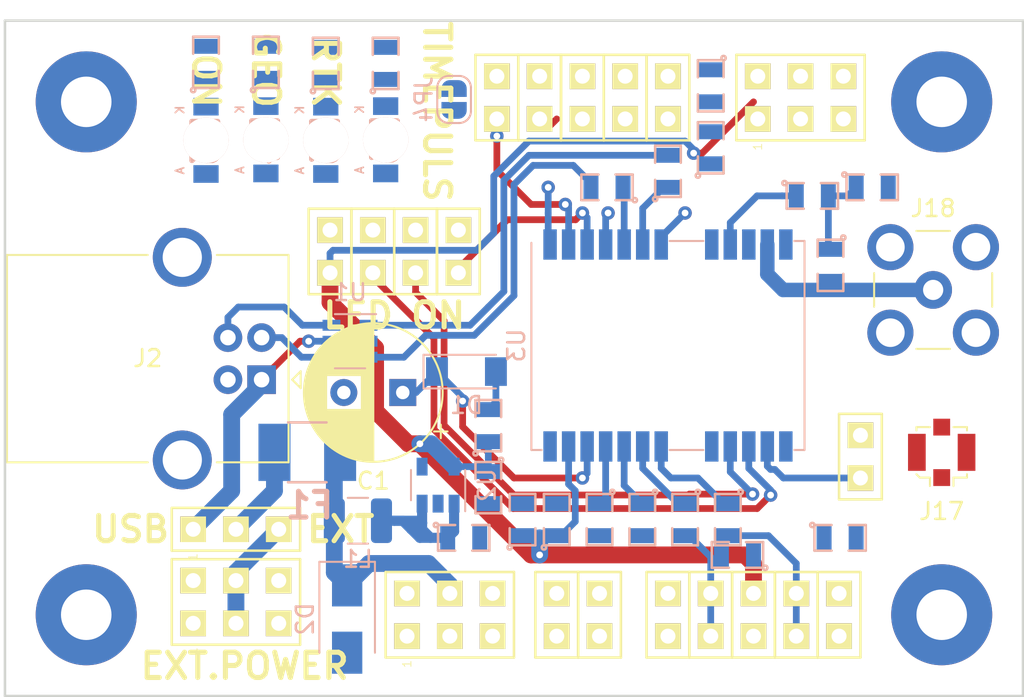
<source format=kicad_pcb>
(kicad_pcb (version 20191123) (host pcbnew "(5.99.0-494-g9b7d4e274)")

  (general
    (thickness 1.6)
    (drawings 12)
    (tracks 198)
    (modules 63)
    (nets 46)
  )

  (page "A4")
  (title_block
    (title "NAME")
    (date "%d. %m. %Y")
    (rev "REV")
    (company "Mlab www.mlab.cz")
    (comment 1 "VERSION")
    (comment 2 "Short description\\nTwo lines are maximum")
    (comment 3 "nickname <email@example.com>")
  )

  (layers
    (0 "F.Cu" signal)
    (31 "B.Cu" signal)
    (34 "B.Paste" user)
    (35 "F.Paste" user)
    (36 "B.SilkS" user)
    (37 "F.SilkS" user)
    (38 "B.Mask" user)
    (39 "F.Mask" user)
    (44 "Edge.Cuts" user)
    (45 "Margin" user)
    (46 "B.CrtYd" user)
    (47 "F.CrtYd" user)
    (48 "B.Fab" user)
    (49 "F.Fab" user)
  )

  (setup
    (stackup
      (layer "F.SilkS" (type "Top Silk Screen"))
      (layer "F.Paste" (type "Top Solder Paste"))
      (layer "F.Mask" (type "Top Solder Mask") (color "Green") (thickness 0.01))
      (layer "F.Cu" (type "copper") (thickness 0.035))
      (layer "dielectric 1" (type "core") (thickness 1.51) (material "FR4") (epsilon_r 4.5) (loss_tangent 0.02))
      (layer "B.Cu" (type "copper") (thickness 0.035))
      (layer "B.Mask" (type "Bottom Solder Mask") (color "Green") (thickness 0.01))
      (layer "B.Paste" (type "Bottom Solder Paste"))
      (layer "B.SilkS" (type "Bottom Silk Screen"))
      (copper_finish "None")
      (dielectric_constraints no)
    )
    (last_trace_width 0.4)
    (user_trace_width 0.4)
    (user_trace_width 0.5)
    (user_trace_width 0.6)
    (user_trace_width 0.7)
    (user_trace_width 0.860506)
    (user_trace_width 1)
    (trace_clearance 0.2)
    (zone_clearance 0.508)
    (zone_45_only no)
    (trace_min 0.4)
    (via_size 0.8)
    (via_drill 0.4)
    (via_min_size 0.4)
    (via_min_drill 0.3)
    (user_via 0.8 0.4)
    (uvia_size 0.4)
    (uvia_drill 0.2)
    (uvias_allowed no)
    (uvia_min_size 0.2)
    (uvia_min_drill 0.1)
    (max_error 0.005)
    (defaults
      (edge_clearance 0.01)
      (edge_cuts_line_width 0.15)
      (courtyard_line_width 0.05)
      (copper_line_width 0.2)
      (copper_text_dims (size 1.5 1.5) (thickness 0.3))
      (silk_line_width 0.15)
      (silk_text_dims (size 1 1) (thickness 0.15))
      (other_layers_line_width 0.1)
      (other_layers_text_dims (size 1 1) (thickness 0.15))
    )
    (pad_size 1.524 1.524)
    (pad_drill 0.762)
    (pad_to_mask_clearance 0.2)
    (aux_axis_origin 0 0)
    (visible_elements 7FFFFF7F)
    (pcbplotparams
      (layerselection 0x00030_80000001)
      (usegerberextensions false)
      (usegerberattributes false)
      (usegerberadvancedattributes false)
      (creategerberjobfile false)
      (excludeedgelayer true)
      (linewidth 0.150000)
      (plotframeref false)
      (viasonmask false)
      (mode 1)
      (useauxorigin false)
      (hpglpennumber 1)
      (hpglpenspeed 20)
      (hpglpendiameter 15.000000)
      (psnegative false)
      (psa4output false)
      (plotreference true)
      (plotvalue true)
      (plotinvisibletext false)
      (padsonsilk false)
      (subtractmaskfromsilk false)
      (outputformat 1)
      (mirror false)
      (drillshape 1)
      (scaleselection 1)
      (outputdirectory "")
    )
  )

  (net 0 "")
  (net 1 "GND")
  (net 2 "/VBACKUP")
  (net 3 "Net-(C2-Pad1)")
  (net 4 "+3V3")
  (net 5 "Net-(C7-Pad1)")
  (net 6 "Net-(D1-Pad2)")
  (net 7 "Net-(D2-Pad1)")
  (net 8 "Net-(D3-Pad1)")
  (net 9 "Net-(F1-Pad1)")
  (net 10 "Net-(J1-Pad3)")
  (net 11 "/D+")
  (net 12 "/D-")
  (net 13 "/VBUS")
  (net 14 "/TXD{slash}MISO")
  (net 15 "/RXD{slash}MOSI")
  (net 16 "/SDA{slash}#CS")
  (net 17 "/SCL{slash}CLK")
  (net 18 "Net-(J11-Pad1)")
  (net 19 "Net-(J12-Pad1)")
  (net 20 "Net-(J13-Pad1)")
  (net 21 "/LNEN")
  (net 22 "/TIMEPULSE")
  (net 23 "Net-(J17-Pad1)")
  (net 24 "Net-(JP4-Pad2)")
  (net 25 "Net-(JP7-Pad1)")
  (net 26 "/RTK_STAT")
  (net 27 "Net-(JP8-Pad1)")
  (net 28 "/GEO_STAT")
  (net 29 "Net-(R4-Pad1)")
  (net 30 "/DM")
  (net 31 "Net-(R5-Pad1)")
  (net 32 "/DP")
  (net 33 "Net-(R6-Pad1)")
  (net 34 "Net-(R7-Pad1)")
  (net 35 "Net-(R8-Pad1)")
  (net 36 "Net-(R9-Pad1)")
  (net 37 "Net-(R11-Pad1)")
  (net 38 "Net-(U2-Pad4)")
  (net 39 "Net-(U3-Pad17)")
  (net 40 "Net-(D4-Pad1)")
  (net 41 "Net-(D5-Pad1)")
  (net 42 "Net-(D6-Pad1)")
  (net 43 "Net-(D3-Pad2)")
  (net 44 "Net-(J16-Pad1)")
  (net 45 "Net-(JP2-Pad1)")

  (net_class "Default" "This is the default net class."
    (clearance 0.2)
    (trace_width 0.5)
    (via_dia 0.8)
    (via_drill 0.4)
    (uvia_dia 0.4)
    (uvia_drill 0.2)
    (diff_pair_width 0.4)
    (diff_pair_gap 0.25)
    (add_net "+3V3")
    (add_net "/D+")
    (add_net "/D-")
    (add_net "/DM")
    (add_net "/DP")
    (add_net "/GEO_STAT")
    (add_net "/LNEN")
    (add_net "/RTK_STAT")
    (add_net "/RXD{slash}MOSI")
    (add_net "/SCL{slash}CLK")
    (add_net "/SDA{slash}#CS")
    (add_net "/TIMEPULSE")
    (add_net "/TXD{slash}MISO")
    (add_net "/VBACKUP")
    (add_net "/VBUS")
    (add_net "GND")
    (add_net "Net-(C2-Pad1)")
    (add_net "Net-(C7-Pad1)")
    (add_net "Net-(D1-Pad2)")
    (add_net "Net-(D2-Pad1)")
    (add_net "Net-(D3-Pad1)")
    (add_net "Net-(D3-Pad2)")
    (add_net "Net-(D4-Pad1)")
    (add_net "Net-(D5-Pad1)")
    (add_net "Net-(D6-Pad1)")
    (add_net "Net-(F1-Pad1)")
    (add_net "Net-(J1-Pad3)")
    (add_net "Net-(J11-Pad1)")
    (add_net "Net-(J12-Pad1)")
    (add_net "Net-(J13-Pad1)")
    (add_net "Net-(J16-Pad1)")
    (add_net "Net-(J17-Pad1)")
    (add_net "Net-(JP2-Pad1)")
    (add_net "Net-(JP4-Pad2)")
    (add_net "Net-(JP7-Pad1)")
    (add_net "Net-(JP8-Pad1)")
    (add_net "Net-(R11-Pad1)")
    (add_net "Net-(R4-Pad1)")
    (add_net "Net-(R5-Pad1)")
    (add_net "Net-(R6-Pad1)")
    (add_net "Net-(R7-Pad1)")
    (add_net "Net-(R8-Pad1)")
    (add_net "Net-(R9-Pad1)")
    (add_net "Net-(U2-Pad4)")
    (add_net "Net-(U3-Pad17)")
  )

  (net_class "MLAB_power" ""
    (clearance 0.4)
    (trace_width 0.7)
    (via_dia 0.8)
    (via_drill 0.6)
    (uvia_dia 0.4)
    (uvia_drill 0.2)
    (diff_pair_width 0.4)
    (diff_pair_gap 0.25)
  )

  (module "Mlab_R:SMD-0805" (layer "B.Cu") (tedit 5C6D150A) (tstamp 5EC7A6EE)
    (at 42.164 -36.5125 -90)
    (path "/5EC8BE49")
    (attr smd)
    (fp_text reference "R15" (at 0 0.3175 90) (layer "B.Fab")
      (effects (font (size 0.50038 0.50038) (thickness 0.10922)) (justify mirror))
    )
    (fp_text value "10k" (at 0.127 -0.381 90) (layer "B.Fab")
      (effects (font (size 0.50038 0.50038) (thickness 0.10922)) (justify mirror))
    )
    (fp_line (start 1.524 -0.762) (end 0.508 -0.762) (layer "B.Fab") (width 0.15))
    (fp_line (start 1.524 0.762) (end 1.524 -0.762) (layer "B.Fab") (width 0.15))
    (fp_line (start 0.508 0.762) (end 1.524 0.762) (layer "B.Fab") (width 0.15))
    (fp_line (start -1.524 0.762) (end -0.508 0.762) (layer "B.SilkS") (width 0.15))
    (fp_line (start -1.524 -0.762) (end -1.524 0.762) (layer "B.SilkS") (width 0.15))
    (fp_line (start -0.508 -0.762) (end -1.524 -0.762) (layer "B.Fab") (width 0.15))
    (fp_circle (center -1.651 -0.762) (end -1.651 -0.635) (layer "B.SilkS") (width 0.15))
    (fp_line (start -1.524 0.762) (end -0.508 0.762) (layer "B.Fab") (width 0.15))
    (fp_line (start -1.524 -0.762) (end -1.524 0.762) (layer "B.Fab") (width 0.15))
    (fp_line (start -0.508 -0.762) (end -1.524 -0.762) (layer "B.SilkS") (width 0.15))
    (fp_line (start 0.508 0.762) (end 1.524 0.762) (layer "B.SilkS") (width 0.15))
    (fp_line (start 1.524 0.762) (end 1.524 -0.762) (layer "B.SilkS") (width 0.15))
    (fp_line (start 1.524 -0.762) (end 0.508 -0.762) (layer "B.SilkS") (width 0.15))
    (pad "1" smd rect (at -0.9525 0 270) (size 0.889 1.397) (layers "B.Cu" "B.Paste" "B.Mask")
      (net 45 "Net-(JP2-Pad1)"))
    (pad "2" smd rect (at 0.9525 0 270) (size 0.889 1.397) (layers "B.Cu" "B.Paste" "B.Mask")
      (net 1 "GND"))
    (model "${KISYS3DMOD}/Resistor_SMD.3dshapes/R_0805_2012Metric.wrl"
      (at (xyz 0 0 0))
      (scale (xyz 1 1 1))
      (rotate (xyz 0 0 0))
    )
  )

  (module "Mlab_Pin_Headers:Straight_1x02" (layer "F.Cu") (tedit 5C6D1906) (tstamp 5EC7A405)
    (at 39.624 -35.814)
    (descr "pin header straight 1x02")
    (tags "pin header straight 1x02")
    (path "/5EC85315")
    (fp_text reference "JP2" (at 0 -3.81) (layer "F.SilkS") hide
      (effects (font (size 1.5 1.5) (thickness 0.15)))
    )
    (fp_text value "Jumper_2_Bridged" (at 0 3.81) (layer "F.SilkS") hide
      (effects (font (size 1.5 1.5) (thickness 0.15)))
    )
    (fp_text user "1" (at -1.651 -1.27) (layer "F.SilkS") hide
      (effects (font (size 0.5 0.5) (thickness 0.05)))
    )
    (fp_line (start -1.27 -2.54) (end 1.27 -2.54) (layer "F.SilkS") (width 0.15))
    (fp_line (start 1.27 -2.54) (end 1.27 2.54) (layer "F.SilkS") (width 0.15))
    (fp_line (start 1.27 2.54) (end -1.27 2.54) (layer "F.SilkS") (width 0.15))
    (fp_line (start -1.27 2.54) (end -1.27 -2.54) (layer "F.SilkS") (width 0.15))
    (pad "1" thru_hole rect (at 0 -1.27) (size 1.524 1.524) (drill 0.889) (layers *.Cu *.Mask "F.SilkS")
      (net 45 "Net-(JP2-Pad1)"))
    (pad "2" thru_hole rect (at 0 1.27) (size 1.524 1.524) (drill 0.889) (layers *.Cu *.Mask "F.SilkS")
      (net 4 "+3V3"))
    (model "${KISYS3DMOD}/Connector_PinHeader_2.54mm.3dshapes/PinHeader_1x02_P2.54mm_Vertical.wrl"
      (offset (xyz 0 1.27 0))
      (scale (xyz 1 1 1))
      (rotate (xyz 0 0 0))
    )
  )

  (module "Package_TO_SOT_SMD:SOT-23-5" (layer "B.Cu") (tedit 5A02FF57) (tstamp 5EC3F74E)
    (at 25.974 -12.784 90)
    (descr "5-pin SOT23 package")
    (tags "SOT-23-5")
    (path "/5E8337AB")
    (attr smd)
    (fp_text reference "U2" (at 0 2.9 90) (layer "B.SilkS")
      (effects (font (size 1 1) (thickness 0.15)) (justify mirror))
    )
    (fp_text value "MIC5504-3.3YM5" (at 0 -2.9 90) (layer "B.Fab")
      (effects (font (size 1 1) (thickness 0.15)) (justify mirror))
    )
    (fp_line (start 0.9 1.55) (end 0.9 -1.55) (layer "B.Fab") (width 0.1))
    (fp_line (start 0.9 -1.55) (end -0.9 -1.55) (layer "B.Fab") (width 0.1))
    (fp_line (start -0.9 0.9) (end -0.9 -1.55) (layer "B.Fab") (width 0.1))
    (fp_line (start 0.9 1.55) (end -0.25 1.55) (layer "B.Fab") (width 0.1))
    (fp_line (start -0.9 0.9) (end -0.25 1.55) (layer "B.Fab") (width 0.1))
    (fp_line (start -1.9 -1.8) (end -1.9 1.8) (layer "B.CrtYd") (width 0.05))
    (fp_line (start 1.9 -1.8) (end -1.9 -1.8) (layer "B.CrtYd") (width 0.05))
    (fp_line (start 1.9 1.8) (end 1.9 -1.8) (layer "B.CrtYd") (width 0.05))
    (fp_line (start -1.9 1.8) (end 1.9 1.8) (layer "B.CrtYd") (width 0.05))
    (fp_line (start 0.9 1.61) (end -1.55 1.61) (layer "B.SilkS") (width 0.12))
    (fp_line (start -0.9 -1.61) (end 0.9 -1.61) (layer "B.SilkS") (width 0.12))
    (fp_text user "%R" (at 0 0 180) (layer "B.Fab")
      (effects (font (size 0.5 0.5) (thickness 0.075)) (justify mirror))
    )
    (pad "5" smd rect (at 1.1 0.95 90) (size 1.06 0.65) (layers "B.Cu" "B.Paste" "B.Mask")
      (net 4 "+3V3"))
    (pad "4" smd rect (at 1.1 -0.95 90) (size 1.06 0.65) (layers "B.Cu" "B.Paste" "B.Mask")
      (net 38 "Net-(U2-Pad4)"))
    (pad "3" smd rect (at -1.1 -0.95 90) (size 1.06 0.65) (layers "B.Cu" "B.Paste" "B.Mask")
      (net 3 "Net-(C2-Pad1)"))
    (pad "2" smd rect (at -1.1 0 90) (size 1.06 0.65) (layers "B.Cu" "B.Paste" "B.Mask")
      (net 1 "GND"))
    (pad "1" smd rect (at -1.1 0.95 90) (size 1.06 0.65) (layers "B.Cu" "B.Paste" "B.Mask")
      (net 3 "Net-(C2-Pad1)"))
    (model "${KISYS3DMOD}/Package_TO_SOT_SMD.3dshapes/SOT-23-5.wrl"
      (at (xyz 0 0 0))
      (scale (xyz 1 1 1))
      (rotate (xyz 0 0 0))
    )
  )

  (module "Inductor_SMD:L_1210_3225Metric" (layer "B.Cu") (tedit 5B301BBE) (tstamp 5EC3C5DD)
    (at 21.212 -10.668)
    (descr "Inductor SMD 1210 (3225 Metric), square (rectangular) end terminal, IPC_7351 nominal, (Body size source: http://www.tortai-tech.com/upload/download/2011102023233369053.pdf), generated with kicad-footprint-generator")
    (tags "inductor")
    (path "/5E853EBF")
    (attr smd)
    (fp_text reference "L1" (at 0 2.28) (layer "B.SilkS")
      (effects (font (size 1 1) (thickness 0.15)) (justify mirror))
    )
    (fp_text value "NL322522T-101K" (at 0 -2.28) (layer "B.Fab")
      (effects (font (size 1 1) (thickness 0.15)) (justify mirror))
    )
    (fp_text user "%R" (at 0 0) (layer "B.Fab")
      (effects (font (size 0.8 0.8) (thickness 0.12)) (justify mirror))
    )
    (fp_line (start 2.28 -1.58) (end -2.28 -1.58) (layer "B.CrtYd") (width 0.05))
    (fp_line (start 2.28 1.58) (end 2.28 -1.58) (layer "B.CrtYd") (width 0.05))
    (fp_line (start -2.28 1.58) (end 2.28 1.58) (layer "B.CrtYd") (width 0.05))
    (fp_line (start -2.28 -1.58) (end -2.28 1.58) (layer "B.CrtYd") (width 0.05))
    (fp_line (start -0.602064 -1.36) (end 0.602064 -1.36) (layer "B.SilkS") (width 0.12))
    (fp_line (start -0.602064 1.36) (end 0.602064 1.36) (layer "B.SilkS") (width 0.12))
    (fp_line (start 1.6 -1.25) (end -1.6 -1.25) (layer "B.Fab") (width 0.1))
    (fp_line (start 1.6 1.25) (end 1.6 -1.25) (layer "B.Fab") (width 0.1))
    (fp_line (start -1.6 1.25) (end 1.6 1.25) (layer "B.Fab") (width 0.1))
    (fp_line (start -1.6 -1.25) (end -1.6 1.25) (layer "B.Fab") (width 0.1))
    (pad "2" smd roundrect (at 1.4 0) (size 1.25 2.65) (layers "B.Cu" "B.Paste" "B.Mask") (roundrect_rratio 0.2)
      (net 3 "Net-(C2-Pad1)"))
    (pad "1" smd roundrect (at -1.4 0) (size 1.25 2.65) (layers "B.Cu" "B.Paste" "B.Mask") (roundrect_rratio 0.2)
      (net 7 "Net-(D2-Pad1)"))
    (model "${KISYS3DMOD}/Inductor_SMD.3dshapes/L_1210_3225Metric.wrl"
      (at (xyz 0 0 0))
      (scale (xyz 1 1 1))
      (rotate (xyz 0 0 0))
    )
  )

  (module "Jumper:SolderJumper-2_P1.3mm_Open_RoundedPad1.0x1.5mm" (layer "B.Cu") (tedit 5B391E66) (tstamp 5EC50C08)
    (at 26.924 -35.702 -90)
    (descr "SMD Solder Jumper, 1x1.5mm, rounded Pads, 0.3mm gap, open")
    (tags "solder jumper open")
    (path "/5E848CC5")
    (attr virtual)
    (fp_text reference "JP4" (at 0 1.8 90) (layer "B.SilkS")
      (effects (font (size 1 1) (thickness 0.15)) (justify mirror))
    )
    (fp_text value "Jumper_2_Open" (at 0 -1.9 90) (layer "B.Fab")
      (effects (font (size 1 1) (thickness 0.15)) (justify mirror))
    )
    (fp_arc (start 0.7 0.3) (end 1.4 0.3) (angle 90) (layer "B.SilkS") (width 0.12))
    (fp_arc (start 0.7 -0.3) (end 0.7 -1) (angle 90) (layer "B.SilkS") (width 0.12))
    (fp_arc (start -0.7 -0.3) (end -1.4 -0.3) (angle 90) (layer "B.SilkS") (width 0.12))
    (fp_arc (start -0.7 0.3) (end -0.7 1) (angle 90) (layer "B.SilkS") (width 0.12))
    (fp_line (start -1.4 -0.3) (end -1.4 0.3) (layer "B.SilkS") (width 0.12))
    (fp_line (start 0.7 -1) (end -0.7 -1) (layer "B.SilkS") (width 0.12))
    (fp_line (start 1.4 0.3) (end 1.4 -0.3) (layer "B.SilkS") (width 0.12))
    (fp_line (start -0.7 1) (end 0.7 1) (layer "B.SilkS") (width 0.12))
    (fp_line (start -1.65 1.25) (end 1.65 1.25) (layer "B.CrtYd") (width 0.05))
    (fp_line (start -1.65 1.25) (end -1.65 -1.25) (layer "B.CrtYd") (width 0.05))
    (fp_line (start 1.65 -1.25) (end 1.65 1.25) (layer "B.CrtYd") (width 0.05))
    (fp_line (start 1.65 -1.25) (end -1.65 -1.25) (layer "B.CrtYd") (width 0.05))
    (pad "2" smd custom (at 0.65 0 270) (size 1 0.5) (layers "B.Cu" "B.Mask")
      (net 24 "Net-(JP4-Pad2)") (zone_connect 2)
      (options (clearance outline) (anchor rect))
      (primitives
        (gr_circle (center 0 -0.25) (end 0.5 -0.25) (width 0))
        (gr_circle (center 0 0.25) (end 0.5 0.25) (width 0))
        (gr_poly (pts
           (xy 0 0.75) (xy -0.5 0.75) (xy -0.5 -0.75) (xy 0 -0.75)) (width 0))
      ))
    (pad "1" smd custom (at -0.65 0 270) (size 1 0.5) (layers "B.Cu" "B.Mask")
      (net 1 "GND") (zone_connect 2)
      (options (clearance outline) (anchor rect))
      (primitives
        (gr_circle (center 0 -0.25) (end 0.5 -0.25) (width 0))
        (gr_circle (center 0 0.25) (end 0.5 0.25) (width 0))
        (gr_poly (pts
           (xy 0 0.75) (xy 0.5 0.75) (xy 0.5 -0.75) (xy 0 -0.75)) (width 0))
      ))
  )

  (module "Mlab_Pin_Headers:Straight_1x02" (layer "F.Cu") (tedit 5C6D1906) (tstamp 5EC412EF)
    (at 19.558 -26.67 180)
    (descr "pin header straight 1x02")
    (tags "pin header straight 1x02")
    (path "/5ECC134D")
    (fp_text reference "JP9" (at 0 -3.81) (layer "F.SilkS") hide
      (effects (font (size 1.5 1.5) (thickness 0.15)))
    )
    (fp_text value "Jumper_2_Open" (at 0 3.81) (layer "F.SilkS") hide
      (effects (font (size 1.5 1.5) (thickness 0.15)))
    )
    (fp_line (start -1.27 2.54) (end -1.27 -2.54) (layer "F.SilkS") (width 0.15))
    (fp_line (start 1.27 2.54) (end -1.27 2.54) (layer "F.SilkS") (width 0.15))
    (fp_line (start 1.27 -2.54) (end 1.27 2.54) (layer "F.SilkS") (width 0.15))
    (fp_line (start -1.27 -2.54) (end 1.27 -2.54) (layer "F.SilkS") (width 0.15))
    (fp_text user "1" (at -1.651 -1.27) (layer "F.SilkS") hide
      (effects (font (size 0.5 0.5) (thickness 0.05)))
    )
    (pad "1" thru_hole rect (at 0 -1.27 180) (size 1.524 1.524) (drill 0.889) (layers *.Cu *.Mask "F.SilkS")
      (net 4 "+3V3"))
    (pad "2" thru_hole rect (at 0 1.27 180) (size 1.524 1.524) (drill 0.889) (layers *.Cu *.Mask "F.SilkS")
      (net 43 "Net-(D3-Pad2)"))
    (model "${KISYS3DMOD}/Connector_PinHeader_2.54mm.3dshapes/PinHeader_1x02_P2.54mm_Vertical.wrl"
      (offset (xyz 0 1.27 0))
      (scale (xyz 1 1 1))
      (rotate (xyz 0 0 0))
    )
  )

  (module "Mlab_Pin_Headers:Straight_1x03" (layer "F.Cu") (tedit 5C6D1965) (tstamp 5EC3EAF6)
    (at 13.97 -10.16 90)
    (descr "pin header straight 1x03")
    (tags "pin header straight 1x03")
    (path "/5E83383A")
    (fp_text reference "JP1" (at 0 -5.08 90) (layer "F.SilkS") hide
      (effects (font (size 1.5 1.5) (thickness 0.15)))
    )
    (fp_text value "Jumper_3_Bridged12" (at 0 5.08 90) (layer "F.SilkS") hide
      (effects (font (size 1.5 1.5) (thickness 0.15)))
    )
    (fp_line (start -1.27 3.81) (end -1.27 -3.81) (layer "F.SilkS") (width 0.15))
    (fp_line (start 1.27 3.81) (end -1.27 3.81) (layer "F.SilkS") (width 0.15))
    (fp_line (start 1.27 -3.81) (end 1.27 3.81) (layer "F.SilkS") (width 0.15))
    (fp_line (start -1.27 -3.81) (end 1.27 -3.81) (layer "F.SilkS") (width 0.15))
    (fp_text user "1" (at -1.651 -2.54 90) (layer "F.SilkS")
      (effects (font (size 0.5 0.5) (thickness 0.05)))
    )
    (pad "1" thru_hole rect (at 0 -2.54 90) (size 1.524 1.524) (drill 0.889) (layers *.Cu *.Mask "F.SilkS")
      (net 13 "/VBUS"))
    (pad "2" thru_hole rect (at 0 0 90) (size 1.524 1.524) (drill 0.889) (layers *.Cu *.Mask "F.SilkS")
      (net 9 "Net-(F1-Pad1)"))
    (pad "3" thru_hole rect (at 0 2.54 90) (size 1.524 1.524) (drill 0.889) (layers *.Cu *.Mask "F.SilkS")
      (net 10 "Net-(J1-Pad3)"))
    (model "${KISYS3DMOD}/Connector_PinHeader_2.54mm.3dshapes/PinHeader_1x03_P2.54mm_Vertical.wrl"
      (offset (xyz 0 2.54 0))
      (scale (xyz 1 1 1))
      (rotate (xyz 0 0 0))
    )
  )

  (module "RF_GPS:ublox_NEO" (layer "B.Cu") (tedit 5C292BF6) (tstamp 5EC3C76B)
    (at 39.624 -21.082 -90)
    (descr "ublox NEO 6/7/8, (https://www.u-blox.com/sites/default/files/NEO-8Q-NEO-M8-FW3_HardwareIntegrationManual_%28UBX-15029985%29_0.pdf)")
    (tags "GPS ublox NEO 6/7/8")
    (path "/5E82E194")
    (attr smd)
    (fp_text reference "U3" (at 0 9 90) (layer "B.SilkS")
      (effects (font (size 1 1) (thickness 0.15)) (justify mirror))
    )
    (fp_text value "NEO-M8P" (at 0 -0.8 90) (layer "B.Fab")
      (effects (font (size 1 1) (thickness 0.15)) (justify mirror))
    )
    (fp_line (start 6.21 -7.5) (end 6.21 -8.1) (layer "B.SilkS") (width 0.12))
    (fp_line (start -6.1 6.6) (end -5.2 7) (layer "B.Fab") (width 0.1))
    (fp_line (start -6.1 7.4) (end -5.2 7) (layer "B.Fab") (width 0.1))
    (fp_line (start -7.15 -8.25) (end 7.15 -8.25) (layer "B.CrtYd") (width 0.05))
    (fp_line (start 7.15 8.25) (end 7.15 -8.25) (layer "B.CrtYd") (width 0.05))
    (fp_line (start -7.15 8.25) (end 7.15 8.25) (layer "B.CrtYd") (width 0.05))
    (fp_line (start -7.15 8.25) (end -7.15 -8.25) (layer "B.CrtYd") (width 0.05))
    (fp_line (start 6.21 8.11) (end 6.21 7.5) (layer "B.SilkS") (width 0.12))
    (fp_line (start -6.21 -7.5) (end -6.21 -8.11) (layer "B.SilkS") (width 0.12))
    (fp_line (start -6.1 8.11) (end 6.21 8.11) (layer "B.SilkS") (width 0.12))
    (fp_line (start -6.21 -8.11) (end 6.21 -8.11) (layer "B.SilkS") (width 0.12))
    (fp_line (start 6.21 -0.1) (end 6.21 -2.1) (layer "B.SilkS") (width 0.12))
    (fp_line (start -6.21 -0.1) (end -6.21 -2.1) (layer "B.SilkS") (width 0.12))
    (fp_line (start -6.1 8) (end -6.1 -8) (layer "B.Fab") (width 0.1))
    (fp_line (start -6.1 -8) (end 6.1 -8) (layer "B.Fab") (width 0.1))
    (fp_line (start 6.1 8) (end 6.1 -8) (layer "B.Fab") (width 0.1))
    (fp_line (start -6.1 8) (end 6.1 8) (layer "B.Fab") (width 0.1))
    (fp_text user "%R" (at 0 0.8 90) (layer "B.Fab")
      (effects (font (size 1 1) (thickness 0.15)) (justify mirror))
    )
    (pad "24" smd rect (at 6 7 270) (size 1.8 0.8) (layers "B.Cu" "B.Paste" "B.Mask")
      (net 1 "GND"))
    (pad "23" connect rect (at 6 5.9 270) (size 1.8 0.8) (layers "B.Cu" "B.Mask")
      (net 4 "+3V3"))
    (pad "22" smd rect (at 6 4.8 270) (size 1.8 0.8) (layers "B.Cu" "B.Paste" "B.Mask")
      (net 2 "/VBACKUP"))
    (pad "21" smd rect (at 6 3.7 270) (size 1.8 0.8) (layers "B.Cu" "B.Paste" "B.Mask")
      (net 34 "Net-(R7-Pad1)"))
    (pad "20" smd rect (at 6 2.6 270) (size 1.8 0.8) (layers "B.Cu" "B.Paste" "B.Mask")
      (net 33 "Net-(R6-Pad1)"))
    (pad "19" smd rect (at 6 1.5 270) (size 1.8 0.8) (layers "B.Cu" "B.Paste" "B.Mask")
      (net 36 "Net-(R9-Pad1)"))
    (pad "18" smd rect (at 6 0.4 270) (size 1.8 0.8) (layers "B.Cu" "B.Paste" "B.Mask")
      (net 35 "Net-(R8-Pad1)"))
    (pad "17" smd rect (at 6 -2.6 270) (size 1.8 0.8) (layers "B.Cu" "B.Paste" "B.Mask")
      (net 39 "Net-(U3-Pad17)"))
    (pad "16" smd rect (at 6 -3.7 270) (size 1.8 0.8) (layers "B.Cu" "B.Paste" "B.Mask")
      (net 27 "Net-(JP8-Pad1)"))
    (pad "15" smd rect (at 6 -4.8 270) (size 1.8 0.8) (layers "B.Cu" "B.Paste" "B.Mask")
      (net 25 "Net-(JP7-Pad1)"))
    (pad "14" smd rect (at 6 -5.9 270) (size 1.8 0.8) (layers "B.Cu" "B.Paste" "B.Mask")
      (net 21 "/LNEN"))
    (pad "13" smd rect (at 6 -7 270) (size 1.8 0.8) (layers "B.Cu" "B.Paste" "B.Mask")
      (net 1 "GND"))
    (pad "12" smd rect (at -6 -7 270) (size 1.8 0.8) (layers "B.Cu" "B.Paste" "B.Mask")
      (net 1 "GND"))
    (pad "11" smd rect (at -6 -5.9 270) (size 1.8 0.8) (layers "B.Cu" "B.Paste" "B.Mask")
      (net 23 "Net-(J17-Pad1)"))
    (pad "10" smd rect (at -6 -4.8 270) (size 1.8 0.8) (layers "B.Cu" "B.Paste" "B.Mask")
      (net 1 "GND"))
    (pad "9" smd rect (at -6 -3.7 270) (size 1.8 0.8) (layers "B.Cu" "B.Paste" "B.Mask")
      (net 37 "Net-(R11-Pad1)"))
    (pad "8" smd rect (at -6 -2.6 270) (size 1.8 0.8) (layers "B.Cu" "B.Paste" "B.Mask")
      (net 20 "Net-(J13-Pad1)"))
    (pad "7" smd rect (at -6 0.4 270) (size 1.8 0.8) (layers "B.Cu" "B.Paste" "B.Mask")
      (net 45 "Net-(JP2-Pad1)"))
    (pad "6" smd rect (at -6 1.5 270) (size 1.8 0.8) (layers "B.Cu" "B.Paste" "B.Mask")
      (net 31 "Net-(R5-Pad1)"))
    (pad "5" smd rect (at -6 2.6 270) (size 1.8 0.8) (layers "B.Cu" "B.Paste" "B.Mask")
      (net 29 "Net-(R4-Pad1)"))
    (pad "4" smd rect (at -6 3.7 270) (size 1.8 0.8) (layers "B.Cu" "B.Paste" "B.Mask")
      (net 18 "Net-(J11-Pad1)"))
    (pad "3" smd rect (at -6 4.8 270) (size 1.8 0.8) (layers "B.Cu" "B.Paste" "B.Mask")
      (net 44 "Net-(J16-Pad1)"))
    (pad "2" smd rect (at -6 5.9 270) (size 1.8 0.8) (layers "B.Cu" "B.Paste" "B.Mask")
      (net 24 "Net-(JP4-Pad2)"))
    (pad "1" smd rect (at -6 7 270) (size 1.8 0.8) (layers "B.Cu" "B.Paste" "B.Mask")
      (net 19 "Net-(J12-Pad1)"))
    (model "${KISYS3DMOD}/RF_GPS.3dshapes/ublox_NEO.wrl"
      (at (xyz 0 0 0))
      (scale (xyz 1 1 1))
      (rotate (xyz 0 0 0))
    )
  )

  (module "Package_TO_SOT_SMD:SOT-23-6" (layer "B.Cu") (tedit 5A02FF57) (tstamp 5EC64D24)
    (at 20.744 -21.336 180)
    (descr "6-pin SOT-23 package")
    (tags "SOT-23-6")
    (path "/5E82FCFD")
    (attr smd)
    (fp_text reference "U1" (at 0 2.9) (layer "B.SilkS")
      (effects (font (size 1 1) (thickness 0.15)) (justify mirror))
    )
    (fp_text value "USBLC6-2SC6" (at 0 -2.9) (layer "B.Fab") hide
      (effects (font (size 1 1) (thickness 0.15)) (justify mirror))
    )
    (fp_line (start 0.9 1.55) (end 0.9 -1.55) (layer "B.Fab") (width 0.1))
    (fp_line (start 0.9 -1.55) (end -0.9 -1.55) (layer "B.Fab") (width 0.1))
    (fp_line (start -0.9 0.9) (end -0.9 -1.55) (layer "B.Fab") (width 0.1))
    (fp_line (start 0.9 1.55) (end -0.25 1.55) (layer "B.Fab") (width 0.1))
    (fp_line (start -0.9 0.9) (end -0.25 1.55) (layer "B.Fab") (width 0.1))
    (fp_line (start -1.9 1.8) (end -1.9 -1.8) (layer "B.CrtYd") (width 0.05))
    (fp_line (start -1.9 -1.8) (end 1.9 -1.8) (layer "B.CrtYd") (width 0.05))
    (fp_line (start 1.9 -1.8) (end 1.9 1.8) (layer "B.CrtYd") (width 0.05))
    (fp_line (start 1.9 1.8) (end -1.9 1.8) (layer "B.CrtYd") (width 0.05))
    (fp_line (start 0.9 1.61) (end -1.55 1.61) (layer "B.SilkS") (width 0.12))
    (fp_line (start -0.9 -1.61) (end 0.9 -1.61) (layer "B.SilkS") (width 0.12))
    (fp_text user "%R" (at 0 0 270) (layer "B.Fab")
      (effects (font (size 0.5 0.5) (thickness 0.075)) (justify mirror))
    )
    (pad "5" smd rect (at 1.1 0 180) (size 1.06 0.65) (layers "B.Cu" "B.Paste" "B.Mask")
      (net 13 "/VBUS"))
    (pad "6" smd rect (at 1.1 0.95 180) (size 1.06 0.65) (layers "B.Cu" "B.Paste" "B.Mask")
      (net 11 "/D+"))
    (pad "4" smd rect (at 1.1 -0.95 180) (size 1.06 0.65) (layers "B.Cu" "B.Paste" "B.Mask")
      (net 12 "/D-"))
    (pad "3" smd rect (at -1.1 -0.95 180) (size 1.06 0.65) (layers "B.Cu" "B.Paste" "B.Mask")
      (net 30 "/DM"))
    (pad "2" smd rect (at -1.1 0 180) (size 1.06 0.65) (layers "B.Cu" "B.Paste" "B.Mask")
      (net 1 "GND"))
    (pad "1" smd rect (at -1.1 0.95 180) (size 1.06 0.65) (layers "B.Cu" "B.Paste" "B.Mask")
      (net 32 "/DP"))
    (model "${KISYS3DMOD}/Package_TO_SOT_SMD.3dshapes/SOT-23-6.wrl"
      (at (xyz 0 0 0))
      (scale (xyz 1 1 1))
      (rotate (xyz 0 0 0))
    )
  )

  (module "Mlab_R:SMD-0805" (layer "B.Cu") (tedit 5C6D150A) (tstamp 5EC3C712)
    (at 22.86 -37.846 90)
    (path "/5E87CECD")
    (attr smd)
    (fp_text reference "R14" (at 0 0.3175 90) (layer "B.Fab")
      (effects (font (size 0.50038 0.50038) (thickness 0.10922)) (justify mirror))
    )
    (fp_text value "620R" (at 0.127 -0.381 90) (layer "B.Fab")
      (effects (font (size 0.50038 0.50038) (thickness 0.10922)) (justify mirror))
    )
    (fp_line (start 1.524 -0.762) (end 0.508 -0.762) (layer "B.SilkS") (width 0.15))
    (fp_line (start 1.524 0.762) (end 1.524 -0.762) (layer "B.SilkS") (width 0.15))
    (fp_line (start 0.508 0.762) (end 1.524 0.762) (layer "B.SilkS") (width 0.15))
    (fp_line (start -0.508 -0.762) (end -1.524 -0.762) (layer "B.SilkS") (width 0.15))
    (fp_line (start -1.524 -0.762) (end -1.524 0.762) (layer "B.Fab") (width 0.15))
    (fp_line (start -1.524 0.762) (end -0.508 0.762) (layer "B.Fab") (width 0.15))
    (fp_circle (center -1.651 -0.762) (end -1.651 -0.635) (layer "B.SilkS") (width 0.15))
    (fp_line (start -0.508 -0.762) (end -1.524 -0.762) (layer "B.Fab") (width 0.15))
    (fp_line (start -1.524 -0.762) (end -1.524 0.762) (layer "B.SilkS") (width 0.15))
    (fp_line (start -1.524 0.762) (end -0.508 0.762) (layer "B.SilkS") (width 0.15))
    (fp_line (start 0.508 0.762) (end 1.524 0.762) (layer "B.Fab") (width 0.15))
    (fp_line (start 1.524 0.762) (end 1.524 -0.762) (layer "B.Fab") (width 0.15))
    (fp_line (start 1.524 -0.762) (end 0.508 -0.762) (layer "B.Fab") (width 0.15))
    (pad "1" smd rect (at -0.9525 0 90) (size 0.889 1.397) (layers "B.Cu" "B.Paste" "B.Mask")
      (net 42 "Net-(D6-Pad1)"))
    (pad "2" smd rect (at 0.9525 0 90) (size 0.889 1.397) (layers "B.Cu" "B.Paste" "B.Mask")
      (net 1 "GND"))
    (model "${KISYS3DMOD}/Resistor_SMD.3dshapes/R_0805_2012Metric.wrl"
      (at (xyz 0 0 0))
      (scale (xyz 1 1 1))
      (rotate (xyz 0 0 0))
    )
  )

  (module "Mlab_R:SMD-0805" (layer "B.Cu") (tedit 5C6D150A) (tstamp 5EC3C6FF)
    (at 19.304 -37.846 90)
    (path "/5E87BDE8")
    (attr smd)
    (fp_text reference "R13" (at 0 0.3175 90) (layer "B.Fab")
      (effects (font (size 0.50038 0.50038) (thickness 0.10922)) (justify mirror))
    )
    (fp_text value "620R" (at 0.127 -0.381 90) (layer "B.Fab")
      (effects (font (size 0.50038 0.50038) (thickness 0.10922)) (justify mirror))
    )
    (fp_line (start 1.524 -0.762) (end 0.508 -0.762) (layer "B.SilkS") (width 0.15))
    (fp_line (start 1.524 0.762) (end 1.524 -0.762) (layer "B.SilkS") (width 0.15))
    (fp_line (start 0.508 0.762) (end 1.524 0.762) (layer "B.SilkS") (width 0.15))
    (fp_line (start -0.508 -0.762) (end -1.524 -0.762) (layer "B.SilkS") (width 0.15))
    (fp_line (start -1.524 -0.762) (end -1.524 0.762) (layer "B.Fab") (width 0.15))
    (fp_line (start -1.524 0.762) (end -0.508 0.762) (layer "B.Fab") (width 0.15))
    (fp_circle (center -1.651 -0.762) (end -1.651 -0.635) (layer "B.SilkS") (width 0.15))
    (fp_line (start -0.508 -0.762) (end -1.524 -0.762) (layer "B.Fab") (width 0.15))
    (fp_line (start -1.524 -0.762) (end -1.524 0.762) (layer "B.SilkS") (width 0.15))
    (fp_line (start -1.524 0.762) (end -0.508 0.762) (layer "B.SilkS") (width 0.15))
    (fp_line (start 0.508 0.762) (end 1.524 0.762) (layer "B.Fab") (width 0.15))
    (fp_line (start 1.524 0.762) (end 1.524 -0.762) (layer "B.Fab") (width 0.15))
    (fp_line (start 1.524 -0.762) (end 0.508 -0.762) (layer "B.Fab") (width 0.15))
    (pad "1" smd rect (at -0.9525 0 90) (size 0.889 1.397) (layers "B.Cu" "B.Paste" "B.Mask")
      (net 41 "Net-(D5-Pad1)"))
    (pad "2" smd rect (at 0.9525 0 90) (size 0.889 1.397) (layers "B.Cu" "B.Paste" "B.Mask")
      (net 1 "GND"))
    (model "${KISYS3DMOD}/Resistor_SMD.3dshapes/R_0805_2012Metric.wrl"
      (at (xyz 0 0 0))
      (scale (xyz 1 1 1))
      (rotate (xyz 0 0 0))
    )
  )

  (module "Mlab_R:SMD-0805" (layer "B.Cu") (tedit 5C6D150A) (tstamp 5EC3C6EC)
    (at 15.748 -37.9095 90)
    (path "/5E873847")
    (attr smd)
    (fp_text reference "R12" (at 0 0.3175 90) (layer "B.Fab")
      (effects (font (size 0.50038 0.50038) (thickness 0.10922)) (justify mirror))
    )
    (fp_text value "620R" (at 0.127 -0.381 90) (layer "B.Fab")
      (effects (font (size 0.50038 0.50038) (thickness 0.10922)) (justify mirror))
    )
    (fp_line (start 1.524 -0.762) (end 0.508 -0.762) (layer "B.SilkS") (width 0.15))
    (fp_line (start 1.524 0.762) (end 1.524 -0.762) (layer "B.SilkS") (width 0.15))
    (fp_line (start 0.508 0.762) (end 1.524 0.762) (layer "B.SilkS") (width 0.15))
    (fp_line (start -0.508 -0.762) (end -1.524 -0.762) (layer "B.SilkS") (width 0.15))
    (fp_line (start -1.524 -0.762) (end -1.524 0.762) (layer "B.Fab") (width 0.15))
    (fp_line (start -1.524 0.762) (end -0.508 0.762) (layer "B.Fab") (width 0.15))
    (fp_circle (center -1.651 -0.762) (end -1.651 -0.635) (layer "B.SilkS") (width 0.15))
    (fp_line (start -0.508 -0.762) (end -1.524 -0.762) (layer "B.Fab") (width 0.15))
    (fp_line (start -1.524 -0.762) (end -1.524 0.762) (layer "B.SilkS") (width 0.15))
    (fp_line (start -1.524 0.762) (end -0.508 0.762) (layer "B.SilkS") (width 0.15))
    (fp_line (start 0.508 0.762) (end 1.524 0.762) (layer "B.Fab") (width 0.15))
    (fp_line (start 1.524 0.762) (end 1.524 -0.762) (layer "B.Fab") (width 0.15))
    (fp_line (start 1.524 -0.762) (end 0.508 -0.762) (layer "B.Fab") (width 0.15))
    (pad "1" smd rect (at -0.9525 0 90) (size 0.889 1.397) (layers "B.Cu" "B.Paste" "B.Mask")
      (net 40 "Net-(D4-Pad1)"))
    (pad "2" smd rect (at 0.9525 0 90) (size 0.889 1.397) (layers "B.Cu" "B.Paste" "B.Mask")
      (net 1 "GND"))
    (model "${KISYS3DMOD}/Resistor_SMD.3dshapes/R_0805_2012Metric.wrl"
      (at (xyz 0 0 0))
      (scale (xyz 1 1 1))
      (rotate (xyz 0 0 0))
    )
  )

  (module "Mlab_R:SMD-0805" (layer "B.Cu") (tedit 5C6D150A) (tstamp 5EC3C6D9)
    (at 48.1965 -29.972)
    (path "/5EC10AB0")
    (attr smd)
    (fp_text reference "R11" (at 0 0.3175) (layer "B.Fab")
      (effects (font (size 0.50038 0.50038) (thickness 0.10922)) (justify mirror))
    )
    (fp_text value "10R" (at 0.127 -0.381) (layer "B.Fab")
      (effects (font (size 0.50038 0.50038) (thickness 0.10922)) (justify mirror))
    )
    (fp_line (start 1.524 -0.762) (end 0.508 -0.762) (layer "B.SilkS") (width 0.15))
    (fp_line (start 1.524 0.762) (end 1.524 -0.762) (layer "B.SilkS") (width 0.15))
    (fp_line (start 0.508 0.762) (end 1.524 0.762) (layer "B.SilkS") (width 0.15))
    (fp_line (start -0.508 -0.762) (end -1.524 -0.762) (layer "B.SilkS") (width 0.15))
    (fp_line (start -1.524 -0.762) (end -1.524 0.762) (layer "B.Fab") (width 0.15))
    (fp_line (start -1.524 0.762) (end -0.508 0.762) (layer "B.Fab") (width 0.15))
    (fp_circle (center -1.651 -0.762) (end -1.651 -0.635) (layer "B.SilkS") (width 0.15))
    (fp_line (start -0.508 -0.762) (end -1.524 -0.762) (layer "B.Fab") (width 0.15))
    (fp_line (start -1.524 -0.762) (end -1.524 0.762) (layer "B.SilkS") (width 0.15))
    (fp_line (start -1.524 0.762) (end -0.508 0.762) (layer "B.SilkS") (width 0.15))
    (fp_line (start 0.508 0.762) (end 1.524 0.762) (layer "B.Fab") (width 0.15))
    (fp_line (start 1.524 0.762) (end 1.524 -0.762) (layer "B.Fab") (width 0.15))
    (fp_line (start 1.524 -0.762) (end 0.508 -0.762) (layer "B.Fab") (width 0.15))
    (pad "1" smd rect (at -0.9525 0) (size 0.889 1.397) (layers "B.Cu" "B.Paste" "B.Mask")
      (net 37 "Net-(R11-Pad1)"))
    (pad "2" smd rect (at 0.9525 0) (size 0.889 1.397) (layers "B.Cu" "B.Paste" "B.Mask")
      (net 5 "Net-(C7-Pad1)"))
    (model "${KISYS3DMOD}/Resistor_SMD.3dshapes/R_0805_2012Metric.wrl"
      (at (xyz 0 0 0))
      (scale (xyz 1 1 1))
      (rotate (xyz 0 0 0))
    )
  )

  (module "Mlab_R:SMD-0805" (layer "B.Cu") (tedit 5C6D150A) (tstamp 5EC3C6C6)
    (at 12.192 -37.9095 90)
    (path "/5E840E49")
    (attr smd)
    (fp_text reference "R10" (at 0 0.3175 90) (layer "B.Fab")
      (effects (font (size 0.50038 0.50038) (thickness 0.10922)) (justify mirror))
    )
    (fp_text value "620R" (at 0.127 -0.381 90) (layer "B.Fab")
      (effects (font (size 0.50038 0.50038) (thickness 0.10922)) (justify mirror))
    )
    (fp_line (start 1.524 -0.762) (end 0.508 -0.762) (layer "B.SilkS") (width 0.15))
    (fp_line (start 1.524 0.762) (end 1.524 -0.762) (layer "B.SilkS") (width 0.15))
    (fp_line (start 0.508 0.762) (end 1.524 0.762) (layer "B.SilkS") (width 0.15))
    (fp_line (start -0.508 -0.762) (end -1.524 -0.762) (layer "B.SilkS") (width 0.15))
    (fp_line (start -1.524 -0.762) (end -1.524 0.762) (layer "B.Fab") (width 0.15))
    (fp_line (start -1.524 0.762) (end -0.508 0.762) (layer "B.Fab") (width 0.15))
    (fp_circle (center -1.651 -0.762) (end -1.651 -0.635) (layer "B.SilkS") (width 0.15))
    (fp_line (start -0.508 -0.762) (end -1.524 -0.762) (layer "B.Fab") (width 0.15))
    (fp_line (start -1.524 -0.762) (end -1.524 0.762) (layer "B.SilkS") (width 0.15))
    (fp_line (start -1.524 0.762) (end -0.508 0.762) (layer "B.SilkS") (width 0.15))
    (fp_line (start 0.508 0.762) (end 1.524 0.762) (layer "B.Fab") (width 0.15))
    (fp_line (start 1.524 0.762) (end 1.524 -0.762) (layer "B.Fab") (width 0.15))
    (fp_line (start 1.524 -0.762) (end 0.508 -0.762) (layer "B.Fab") (width 0.15))
    (pad "1" smd rect (at -0.9525 0 90) (size 0.889 1.397) (layers "B.Cu" "B.Paste" "B.Mask")
      (net 8 "Net-(D3-Pad1)"))
    (pad "2" smd rect (at 0.9525 0 90) (size 0.889 1.397) (layers "B.Cu" "B.Paste" "B.Mask")
      (net 1 "GND"))
    (model "${KISYS3DMOD}/Resistor_SMD.3dshapes/R_0805_2012Metric.wrl"
      (at (xyz 0 0 0))
      (scale (xyz 1 1 1))
      (rotate (xyz 0 0 0))
    )
  )

  (module "Mlab_R:SMD-0805" (layer "B.Cu") (tedit 5C6D150A) (tstamp 5EC3C6B3)
    (at 40.64 -10.7315 -90)
    (path "/5E88D1F6")
    (attr smd)
    (fp_text reference "R9" (at 0 0.3175 90) (layer "B.Fab")
      (effects (font (size 0.50038 0.50038) (thickness 0.10922)) (justify mirror))
    )
    (fp_text value "33R" (at 0.127 -0.381 90) (layer "B.Fab")
      (effects (font (size 0.50038 0.50038) (thickness 0.10922)) (justify mirror))
    )
    (fp_line (start 1.524 -0.762) (end 0.508 -0.762) (layer "B.SilkS") (width 0.15))
    (fp_line (start 1.524 0.762) (end 1.524 -0.762) (layer "B.SilkS") (width 0.15))
    (fp_line (start 0.508 0.762) (end 1.524 0.762) (layer "B.SilkS") (width 0.15))
    (fp_line (start -0.508 -0.762) (end -1.524 -0.762) (layer "B.SilkS") (width 0.15))
    (fp_line (start -1.524 -0.762) (end -1.524 0.762) (layer "B.Fab") (width 0.15))
    (fp_line (start -1.524 0.762) (end -0.508 0.762) (layer "B.Fab") (width 0.15))
    (fp_circle (center -1.651 -0.762) (end -1.651 -0.635) (layer "B.SilkS") (width 0.15))
    (fp_line (start -0.508 -0.762) (end -1.524 -0.762) (layer "B.Fab") (width 0.15))
    (fp_line (start -1.524 -0.762) (end -1.524 0.762) (layer "B.SilkS") (width 0.15))
    (fp_line (start -1.524 0.762) (end -0.508 0.762) (layer "B.SilkS") (width 0.15))
    (fp_line (start 0.508 0.762) (end 1.524 0.762) (layer "B.Fab") (width 0.15))
    (fp_line (start 1.524 0.762) (end 1.524 -0.762) (layer "B.Fab") (width 0.15))
    (fp_line (start 1.524 -0.762) (end 0.508 -0.762) (layer "B.Fab") (width 0.15))
    (pad "1" smd rect (at -0.9525 0 270) (size 0.889 1.397) (layers "B.Cu" "B.Paste" "B.Mask")
      (net 36 "Net-(R9-Pad1)"))
    (pad "2" smd rect (at 0.9525 0 270) (size 0.889 1.397) (layers "B.Cu" "B.Paste" "B.Mask")
      (net 17 "/SCL{slash}CLK"))
    (model "${KISYS3DMOD}/Resistor_SMD.3dshapes/R_0805_2012Metric.wrl"
      (at (xyz 0 0 0))
      (scale (xyz 1 1 1))
      (rotate (xyz 0 0 0))
    )
  )

  (module "Mlab_R:SMD-0805" (layer "B.Cu") (tedit 5C6D150A) (tstamp 5EC3C6A0)
    (at 43.18 -10.7315 -90)
    (path "/5E88C389")
    (attr smd)
    (fp_text reference "R8" (at 0 0.3175 90) (layer "B.Fab")
      (effects (font (size 0.50038 0.50038) (thickness 0.10922)) (justify mirror))
    )
    (fp_text value "33R" (at 0.127 -0.381 90) (layer "B.Fab")
      (effects (font (size 0.50038 0.50038) (thickness 0.10922)) (justify mirror))
    )
    (fp_line (start 1.524 -0.762) (end 0.508 -0.762) (layer "B.SilkS") (width 0.15))
    (fp_line (start 1.524 0.762) (end 1.524 -0.762) (layer "B.SilkS") (width 0.15))
    (fp_line (start 0.508 0.762) (end 1.524 0.762) (layer "B.SilkS") (width 0.15))
    (fp_line (start -0.508 -0.762) (end -1.524 -0.762) (layer "B.SilkS") (width 0.15))
    (fp_line (start -1.524 -0.762) (end -1.524 0.762) (layer "B.Fab") (width 0.15))
    (fp_line (start -1.524 0.762) (end -0.508 0.762) (layer "B.Fab") (width 0.15))
    (fp_circle (center -1.651 -0.762) (end -1.651 -0.635) (layer "B.SilkS") (width 0.15))
    (fp_line (start -0.508 -0.762) (end -1.524 -0.762) (layer "B.Fab") (width 0.15))
    (fp_line (start -1.524 -0.762) (end -1.524 0.762) (layer "B.SilkS") (width 0.15))
    (fp_line (start -1.524 0.762) (end -0.508 0.762) (layer "B.SilkS") (width 0.15))
    (fp_line (start 0.508 0.762) (end 1.524 0.762) (layer "B.Fab") (width 0.15))
    (fp_line (start 1.524 0.762) (end 1.524 -0.762) (layer "B.Fab") (width 0.15))
    (fp_line (start 1.524 -0.762) (end 0.508 -0.762) (layer "B.Fab") (width 0.15))
    (pad "1" smd rect (at -0.9525 0 270) (size 0.889 1.397) (layers "B.Cu" "B.Paste" "B.Mask")
      (net 35 "Net-(R8-Pad1)"))
    (pad "2" smd rect (at 0.9525 0 270) (size 0.889 1.397) (layers "B.Cu" "B.Paste" "B.Mask")
      (net 16 "/SDA{slash}#CS"))
    (model "${KISYS3DMOD}/Resistor_SMD.3dshapes/R_0805_2012Metric.wrl"
      (at (xyz 0 0 0))
      (scale (xyz 1 1 1))
      (rotate (xyz 0 0 0))
    )
  )

  (module "Mlab_R:SMD-0805" (layer "B.Cu") (tedit 5C6D150A) (tstamp 5EC3C68D)
    (at 35.56 -10.7315 -90)
    (path "/5E88B982")
    (attr smd)
    (fp_text reference "R7" (at 0 0.3175 90) (layer "B.Fab")
      (effects (font (size 0.50038 0.50038) (thickness 0.10922)) (justify mirror))
    )
    (fp_text value "33R" (at 0.127 -0.381 90) (layer "B.Fab")
      (effects (font (size 0.50038 0.50038) (thickness 0.10922)) (justify mirror))
    )
    (fp_line (start 1.524 -0.762) (end 0.508 -0.762) (layer "B.SilkS") (width 0.15))
    (fp_line (start 1.524 0.762) (end 1.524 -0.762) (layer "B.SilkS") (width 0.15))
    (fp_line (start 0.508 0.762) (end 1.524 0.762) (layer "B.SilkS") (width 0.15))
    (fp_line (start -0.508 -0.762) (end -1.524 -0.762) (layer "B.SilkS") (width 0.15))
    (fp_line (start -1.524 -0.762) (end -1.524 0.762) (layer "B.Fab") (width 0.15))
    (fp_line (start -1.524 0.762) (end -0.508 0.762) (layer "B.Fab") (width 0.15))
    (fp_circle (center -1.651 -0.762) (end -1.651 -0.635) (layer "B.SilkS") (width 0.15))
    (fp_line (start -0.508 -0.762) (end -1.524 -0.762) (layer "B.Fab") (width 0.15))
    (fp_line (start -1.524 -0.762) (end -1.524 0.762) (layer "B.SilkS") (width 0.15))
    (fp_line (start -1.524 0.762) (end -0.508 0.762) (layer "B.SilkS") (width 0.15))
    (fp_line (start 0.508 0.762) (end 1.524 0.762) (layer "B.Fab") (width 0.15))
    (fp_line (start 1.524 0.762) (end 1.524 -0.762) (layer "B.Fab") (width 0.15))
    (fp_line (start 1.524 -0.762) (end 0.508 -0.762) (layer "B.Fab") (width 0.15))
    (pad "1" smd rect (at -0.9525 0 270) (size 0.889 1.397) (layers "B.Cu" "B.Paste" "B.Mask")
      (net 34 "Net-(R7-Pad1)"))
    (pad "2" smd rect (at 0.9525 0 270) (size 0.889 1.397) (layers "B.Cu" "B.Paste" "B.Mask")
      (net 15 "/RXD{slash}MOSI"))
    (model "${KISYS3DMOD}/Resistor_SMD.3dshapes/R_0805_2012Metric.wrl"
      (at (xyz 0 0 0))
      (scale (xyz 1 1 1))
      (rotate (xyz 0 0 0))
    )
  )

  (module "Mlab_R:SMD-0805" (layer "B.Cu") (tedit 5C6D150A) (tstamp 5EC3C67A)
    (at 38.1 -10.7315 -90)
    (path "/5E88B07B")
    (attr smd)
    (fp_text reference "R6" (at 0 0.3175 90) (layer "B.Fab")
      (effects (font (size 0.50038 0.50038) (thickness 0.10922)) (justify mirror))
    )
    (fp_text value "33R" (at 0.127 -0.381 90) (layer "B.Fab")
      (effects (font (size 0.50038 0.50038) (thickness 0.10922)) (justify mirror))
    )
    (fp_line (start 1.524 -0.762) (end 0.508 -0.762) (layer "B.SilkS") (width 0.15))
    (fp_line (start 1.524 0.762) (end 1.524 -0.762) (layer "B.SilkS") (width 0.15))
    (fp_line (start 0.508 0.762) (end 1.524 0.762) (layer "B.SilkS") (width 0.15))
    (fp_line (start -0.508 -0.762) (end -1.524 -0.762) (layer "B.SilkS") (width 0.15))
    (fp_line (start -1.524 -0.762) (end -1.524 0.762) (layer "B.Fab") (width 0.15))
    (fp_line (start -1.524 0.762) (end -0.508 0.762) (layer "B.Fab") (width 0.15))
    (fp_circle (center -1.651 -0.762) (end -1.651 -0.635) (layer "B.SilkS") (width 0.15))
    (fp_line (start -0.508 -0.762) (end -1.524 -0.762) (layer "B.Fab") (width 0.15))
    (fp_line (start -1.524 -0.762) (end -1.524 0.762) (layer "B.SilkS") (width 0.15))
    (fp_line (start -1.524 0.762) (end -0.508 0.762) (layer "B.SilkS") (width 0.15))
    (fp_line (start 0.508 0.762) (end 1.524 0.762) (layer "B.Fab") (width 0.15))
    (fp_line (start 1.524 0.762) (end 1.524 -0.762) (layer "B.Fab") (width 0.15))
    (fp_line (start 1.524 -0.762) (end 0.508 -0.762) (layer "B.Fab") (width 0.15))
    (pad "1" smd rect (at -0.9525 0 270) (size 0.889 1.397) (layers "B.Cu" "B.Paste" "B.Mask")
      (net 33 "Net-(R6-Pad1)"))
    (pad "2" smd rect (at 0.9525 0 270) (size 0.889 1.397) (layers "B.Cu" "B.Paste" "B.Mask")
      (net 14 "/TXD{slash}MISO"))
    (model "${KISYS3DMOD}/Resistor_SMD.3dshapes/R_0805_2012Metric.wrl"
      (at (xyz 0 0 0))
      (scale (xyz 1 1 1))
      (rotate (xyz 0 0 0))
    )
  )

  (module "Mlab_R:SMD-0805" (layer "B.Cu") (tedit 5C6D150A) (tstamp 5EC4210B)
    (at 39.624 -31.4325 90)
    (path "/5E88A33B")
    (attr smd)
    (fp_text reference "R5" (at 0 0.3175 90) (layer "B.Fab")
      (effects (font (size 0.50038 0.50038) (thickness 0.10922)) (justify mirror))
    )
    (fp_text value "33R" (at 0.127 -0.381 90) (layer "B.Fab")
      (effects (font (size 0.50038 0.50038) (thickness 0.10922)) (justify mirror))
    )
    (fp_line (start 1.524 -0.762) (end 0.508 -0.762) (layer "B.SilkS") (width 0.15))
    (fp_line (start 1.524 0.762) (end 1.524 -0.762) (layer "B.SilkS") (width 0.15))
    (fp_line (start 0.508 0.762) (end 1.524 0.762) (layer "B.SilkS") (width 0.15))
    (fp_line (start -0.508 -0.762) (end -1.524 -0.762) (layer "B.SilkS") (width 0.15))
    (fp_line (start -1.524 -0.762) (end -1.524 0.762) (layer "B.Fab") (width 0.15))
    (fp_line (start -1.524 0.762) (end -0.508 0.762) (layer "B.Fab") (width 0.15))
    (fp_circle (center -1.651 -0.762) (end -1.651 -0.635) (layer "B.SilkS") (width 0.15))
    (fp_line (start -0.508 -0.762) (end -1.524 -0.762) (layer "B.Fab") (width 0.15))
    (fp_line (start -1.524 -0.762) (end -1.524 0.762) (layer "B.SilkS") (width 0.15))
    (fp_line (start -1.524 0.762) (end -0.508 0.762) (layer "B.SilkS") (width 0.15))
    (fp_line (start 0.508 0.762) (end 1.524 0.762) (layer "B.Fab") (width 0.15))
    (fp_line (start 1.524 0.762) (end 1.524 -0.762) (layer "B.Fab") (width 0.15))
    (fp_line (start 1.524 -0.762) (end 0.508 -0.762) (layer "B.Fab") (width 0.15))
    (pad "1" smd rect (at -0.9525 0 90) (size 0.889 1.397) (layers "B.Cu" "B.Paste" "B.Mask")
      (net 31 "Net-(R5-Pad1)"))
    (pad "2" smd rect (at 0.9525 0 90) (size 0.889 1.397) (layers "B.Cu" "B.Paste" "B.Mask")
      (net 32 "/DP"))
    (model "${KISYS3DMOD}/Resistor_SMD.3dshapes/R_0805_2012Metric.wrl"
      (at (xyz 0 0 0))
      (scale (xyz 1 1 1))
      (rotate (xyz 0 0 0))
    )
  )

  (module "Mlab_R:SMD-0805" (layer "B.Cu") (tedit 5C6D150A) (tstamp 5EC3C654)
    (at 36.0045 -30.48 180)
    (path "/5E88848F")
    (attr smd)
    (fp_text reference "R4" (at 0 0.3175) (layer "B.Fab")
      (effects (font (size 0.50038 0.50038) (thickness 0.10922)) (justify mirror))
    )
    (fp_text value "33R" (at 0.127 -0.381) (layer "B.Fab")
      (effects (font (size 0.50038 0.50038) (thickness 0.10922)) (justify mirror))
    )
    (fp_line (start 1.524 -0.762) (end 0.508 -0.762) (layer "B.SilkS") (width 0.15))
    (fp_line (start 1.524 0.762) (end 1.524 -0.762) (layer "B.SilkS") (width 0.15))
    (fp_line (start 0.508 0.762) (end 1.524 0.762) (layer "B.SilkS") (width 0.15))
    (fp_line (start -0.508 -0.762) (end -1.524 -0.762) (layer "B.SilkS") (width 0.15))
    (fp_line (start -1.524 -0.762) (end -1.524 0.762) (layer "B.Fab") (width 0.15))
    (fp_line (start -1.524 0.762) (end -0.508 0.762) (layer "B.Fab") (width 0.15))
    (fp_circle (center -1.651 -0.762) (end -1.651 -0.635) (layer "B.SilkS") (width 0.15))
    (fp_line (start -0.508 -0.762) (end -1.524 -0.762) (layer "B.Fab") (width 0.15))
    (fp_line (start -1.524 -0.762) (end -1.524 0.762) (layer "B.SilkS") (width 0.15))
    (fp_line (start -1.524 0.762) (end -0.508 0.762) (layer "B.SilkS") (width 0.15))
    (fp_line (start 0.508 0.762) (end 1.524 0.762) (layer "B.Fab") (width 0.15))
    (fp_line (start 1.524 0.762) (end 1.524 -0.762) (layer "B.Fab") (width 0.15))
    (fp_line (start 1.524 -0.762) (end 0.508 -0.762) (layer "B.Fab") (width 0.15))
    (pad "1" smd rect (at -0.9525 0 180) (size 0.889 1.397) (layers "B.Cu" "B.Paste" "B.Mask")
      (net 29 "Net-(R4-Pad1)"))
    (pad "2" smd rect (at 0.9525 0 180) (size 0.889 1.397) (layers "B.Cu" "B.Paste" "B.Mask")
      (net 30 "/DM"))
    (model "${KISYS3DMOD}/Resistor_SMD.3dshapes/R_0805_2012Metric.wrl"
      (at (xyz 0 0 0))
      (scale (xyz 1 1 1))
      (rotate (xyz 0 0 0))
    )
  )

  (module "Mlab_R:SMD-0805" (layer "B.Cu") (tedit 5C6D150A) (tstamp 5EC3C641)
    (at 43.7515 -8.636 180)
    (path "/5EC7130A")
    (attr smd)
    (fp_text reference "R3" (at 0 0.3175) (layer "B.Fab")
      (effects (font (size 0.50038 0.50038) (thickness 0.10922)) (justify mirror))
    )
    (fp_text value "10k" (at 0.127 -0.381) (layer "B.Fab")
      (effects (font (size 0.50038 0.50038) (thickness 0.10922)) (justify mirror))
    )
    (fp_line (start 1.524 -0.762) (end 0.508 -0.762) (layer "B.SilkS") (width 0.15))
    (fp_line (start 1.524 0.762) (end 1.524 -0.762) (layer "B.SilkS") (width 0.15))
    (fp_line (start 0.508 0.762) (end 1.524 0.762) (layer "B.SilkS") (width 0.15))
    (fp_line (start -0.508 -0.762) (end -1.524 -0.762) (layer "B.SilkS") (width 0.15))
    (fp_line (start -1.524 -0.762) (end -1.524 0.762) (layer "B.Fab") (width 0.15))
    (fp_line (start -1.524 0.762) (end -0.508 0.762) (layer "B.Fab") (width 0.15))
    (fp_circle (center -1.651 -0.762) (end -1.651 -0.635) (layer "B.SilkS") (width 0.15))
    (fp_line (start -0.508 -0.762) (end -1.524 -0.762) (layer "B.Fab") (width 0.15))
    (fp_line (start -1.524 -0.762) (end -1.524 0.762) (layer "B.SilkS") (width 0.15))
    (fp_line (start -1.524 0.762) (end -0.508 0.762) (layer "B.SilkS") (width 0.15))
    (fp_line (start 0.508 0.762) (end 1.524 0.762) (layer "B.Fab") (width 0.15))
    (fp_line (start 1.524 0.762) (end 1.524 -0.762) (layer "B.Fab") (width 0.15))
    (fp_line (start 1.524 -0.762) (end 0.508 -0.762) (layer "B.Fab") (width 0.15))
    (pad "1" smd rect (at -0.9525 0 180) (size 0.889 1.397) (layers "B.Cu" "B.Paste" "B.Mask")
      (net 4 "+3V3"))
    (pad "2" smd rect (at 0.9525 0 180) (size 0.889 1.397) (layers "B.Cu" "B.Paste" "B.Mask")
      (net 17 "/SCL{slash}CLK"))
    (model "${KISYS3DMOD}/Resistor_SMD.3dshapes/R_0805_2012Metric.wrl"
      (at (xyz 0 0 0))
      (scale (xyz 1 1 1))
      (rotate (xyz 0 0 0))
    )
  )

  (module "Mlab_R:SMD-0805" (layer "B.Cu") (tedit 5C6D150A) (tstamp 5EC3C62E)
    (at 49.8475 -9.652)
    (path "/5EC61720")
    (attr smd)
    (fp_text reference "R2" (at 0 0.3175) (layer "B.Fab")
      (effects (font (size 0.50038 0.50038) (thickness 0.10922)) (justify mirror))
    )
    (fp_text value "10k" (at 0.127 -0.381) (layer "B.Fab")
      (effects (font (size 0.50038 0.50038) (thickness 0.10922)) (justify mirror))
    )
    (fp_line (start 1.524 -0.762) (end 0.508 -0.762) (layer "B.SilkS") (width 0.15))
    (fp_line (start 1.524 0.762) (end 1.524 -0.762) (layer "B.SilkS") (width 0.15))
    (fp_line (start 0.508 0.762) (end 1.524 0.762) (layer "B.SilkS") (width 0.15))
    (fp_line (start -0.508 -0.762) (end -1.524 -0.762) (layer "B.SilkS") (width 0.15))
    (fp_line (start -1.524 -0.762) (end -1.524 0.762) (layer "B.Fab") (width 0.15))
    (fp_line (start -1.524 0.762) (end -0.508 0.762) (layer "B.Fab") (width 0.15))
    (fp_circle (center -1.651 -0.762) (end -1.651 -0.635) (layer "B.SilkS") (width 0.15))
    (fp_line (start -0.508 -0.762) (end -1.524 -0.762) (layer "B.Fab") (width 0.15))
    (fp_line (start -1.524 -0.762) (end -1.524 0.762) (layer "B.SilkS") (width 0.15))
    (fp_line (start -1.524 0.762) (end -0.508 0.762) (layer "B.SilkS") (width 0.15))
    (fp_line (start 0.508 0.762) (end 1.524 0.762) (layer "B.Fab") (width 0.15))
    (fp_line (start 1.524 0.762) (end 1.524 -0.762) (layer "B.Fab") (width 0.15))
    (fp_line (start 1.524 -0.762) (end 0.508 -0.762) (layer "B.Fab") (width 0.15))
    (pad "1" smd rect (at -0.9525 0) (size 0.889 1.397) (layers "B.Cu" "B.Paste" "B.Mask")
      (net 4 "+3V3"))
    (pad "2" smd rect (at 0.9525 0) (size 0.889 1.397) (layers "B.Cu" "B.Paste" "B.Mask")
      (net 16 "/SDA{slash}#CS"))
    (model "${KISYS3DMOD}/Resistor_SMD.3dshapes/R_0805_2012Metric.wrl"
      (at (xyz 0 0 0))
      (scale (xyz 1 1 1))
      (rotate (xyz 0 0 0))
    )
  )

  (module "Mlab_R:SMD-0805" (layer "B.Cu") (tedit 5C6D150A) (tstamp 5EC3C61B)
    (at 28.956 -16.3195 90)
    (path "/5E8322C0")
    (attr smd)
    (fp_text reference "R1" (at 0 0.3175 90) (layer "B.Fab")
      (effects (font (size 0.50038 0.50038) (thickness 0.10922)) (justify mirror))
    )
    (fp_text value "22R" (at 0.127 -0.381 90) (layer "B.Fab")
      (effects (font (size 0.50038 0.50038) (thickness 0.10922)) (justify mirror))
    )
    (fp_line (start 1.524 -0.762) (end 0.508 -0.762) (layer "B.SilkS") (width 0.15))
    (fp_line (start 1.524 0.762) (end 1.524 -0.762) (layer "B.SilkS") (width 0.15))
    (fp_line (start 0.508 0.762) (end 1.524 0.762) (layer "B.SilkS") (width 0.15))
    (fp_line (start -0.508 -0.762) (end -1.524 -0.762) (layer "B.SilkS") (width 0.15))
    (fp_line (start -1.524 -0.762) (end -1.524 0.762) (layer "B.Fab") (width 0.15))
    (fp_line (start -1.524 0.762) (end -0.508 0.762) (layer "B.Fab") (width 0.15))
    (fp_circle (center -1.651 -0.762) (end -1.651 -0.635) (layer "B.SilkS") (width 0.15))
    (fp_line (start -0.508 -0.762) (end -1.524 -0.762) (layer "B.Fab") (width 0.15))
    (fp_line (start -1.524 -0.762) (end -1.524 0.762) (layer "B.SilkS") (width 0.15))
    (fp_line (start -1.524 0.762) (end -0.508 0.762) (layer "B.SilkS") (width 0.15))
    (fp_line (start 0.508 0.762) (end 1.524 0.762) (layer "B.Fab") (width 0.15))
    (fp_line (start 1.524 0.762) (end 1.524 -0.762) (layer "B.Fab") (width 0.15))
    (fp_line (start 1.524 -0.762) (end 0.508 -0.762) (layer "B.Fab") (width 0.15))
    (pad "1" smd rect (at -0.9525 0 90) (size 0.889 1.397) (layers "B.Cu" "B.Paste" "B.Mask")
      (net 4 "+3V3"))
    (pad "2" smd rect (at 0.9525 0 90) (size 0.889 1.397) (layers "B.Cu" "B.Paste" "B.Mask")
      (net 6 "Net-(D1-Pad2)"))
    (model "${KISYS3DMOD}/Resistor_SMD.3dshapes/R_0805_2012Metric.wrl"
      (at (xyz 0 0 0))
      (scale (xyz 1 1 1))
      (rotate (xyz 0 0 0))
    )
  )

  (module "Mlab_Mechanical:MountingHole_3mm" placed (layer "F.Cu") (tedit 5A99DD0D) (tstamp 5EC3C608)
    (at 5.08 -35.56)
    (descr "Mounting hole, Befestigungsbohrung, 3mm, No Annular, Kein Restring,")
    (tags "Mounting hole, Befestigungsbohrung, 3mm, No Annular, Kein Restring,")
    (path "/549D7665")
    (fp_text reference "M4" (at 0 -4.191) (layer "F.SilkS") hide
      (effects (font (size 1.524 1.524) (thickness 0.3048)))
    )
    (fp_text value "HOLE" (at 0 4.191) (layer "F.SilkS") hide
      (effects (font (size 1.524 1.524) (thickness 0.3048)))
    )
    (fp_circle (center 0 0) (end 2.99974 0) (layer "Cmts.User") (width 0.381))
    (pad "1" thru_hole circle (at 0 0) (size 6 6) (drill 3) (layers *.Cu *.Adhes *.Mask)
      (net 1 "GND") (clearance 1) (zone_connect 2))
    (model "${MLAB}/src/3d/mechanical/m3_komplet.step"
      (at (xyz 0 0 0))
      (scale (xyz 1 1 1))
      (rotate (xyz 0 0 0))
    )
  )

  (module "Mlab_Mechanical:MountingHole_3mm" placed (layer "F.Cu") (tedit 5A99DD0D) (tstamp 5EC3C602)
    (at 55.88 -5.08)
    (descr "Mounting hole, Befestigungsbohrung, 3mm, No Annular, Kein Restring,")
    (tags "Mounting hole, Befestigungsbohrung, 3mm, No Annular, Kein Restring,")
    (path "/549D7646")
    (fp_text reference "M3" (at 0 -4.191) (layer "F.SilkS") hide
      (effects (font (size 1.524 1.524) (thickness 0.3048)))
    )
    (fp_text value "HOLE" (at 0 4.191) (layer "F.SilkS") hide
      (effects (font (size 1.524 1.524) (thickness 0.3048)))
    )
    (fp_circle (center 0 0) (end 2.99974 0) (layer "Cmts.User") (width 0.381))
    (pad "1" thru_hole circle (at 0 0) (size 6 6) (drill 3) (layers *.Cu *.Adhes *.Mask)
      (net 1 "GND") (clearance 1) (zone_connect 2))
    (model "${MLAB}/src/3d/mechanical/m3_komplet.step"
      (at (xyz 0 0 0))
      (scale (xyz 1 1 1))
      (rotate (xyz 0 0 0))
    )
  )

  (module "Mlab_Mechanical:MountingHole_3mm" placed (layer "F.Cu") (tedit 5A99DD0D) (tstamp 5EC3C5FC)
    (at 55.88 -35.56)
    (descr "Mounting hole, Befestigungsbohrung, 3mm, No Annular, Kein Restring,")
    (tags "Mounting hole, Befestigungsbohrung, 3mm, No Annular, Kein Restring,")
    (path "/549D7628")
    (fp_text reference "M2" (at 0 -4.191) (layer "F.SilkS") hide
      (effects (font (size 1.524 1.524) (thickness 0.3048)))
    )
    (fp_text value "HOLE" (at 0 4.191) (layer "F.SilkS") hide
      (effects (font (size 1.524 1.524) (thickness 0.3048)))
    )
    (fp_circle (center 0 0) (end 2.99974 0) (layer "Cmts.User") (width 0.381))
    (pad "1" thru_hole circle (at 0 0) (size 6 6) (drill 3) (layers *.Cu *.Adhes *.Mask)
      (net 1 "GND") (clearance 1) (zone_connect 2))
    (model "${MLAB}/src/3d/mechanical/m3_komplet.step"
      (at (xyz 0 0 0))
      (scale (xyz 1 1 1))
      (rotate (xyz 0 0 0))
    )
  )

  (module "Mlab_Mechanical:MountingHole_3mm" placed (layer "F.Cu") (tedit 5A99DD0D) (tstamp 5EC3C5F6)
    (at 5.08 -5.08)
    (descr "Mounting hole, Befestigungsbohrung, 3mm, No Annular, Kein Restring,")
    (tags "Mounting hole, Befestigungsbohrung, 3mm, No Annular, Kein Restring,")
    (path "/549D7549")
    (fp_text reference "M1" (at 0 -4.191) (layer "F.SilkS") hide
      (effects (font (size 1.524 1.524) (thickness 0.3048)))
    )
    (fp_text value "HOLE" (at 0 4.191) (layer "F.SilkS") hide
      (effects (font (size 1.524 1.524) (thickness 0.3048)))
    )
    (fp_circle (center 0 0) (end 2.99974 0) (layer "Cmts.User") (width 0.381))
    (pad "1" thru_hole circle (at 0 0) (size 6 6) (drill 3) (layers *.Cu *.Adhes *.Mask)
      (net 1 "GND") (clearance 1) (zone_connect 2))
    (model "${MLAB}/src/3d/mechanical/m3_komplet.step"
      (at (xyz 0 0 0))
      (scale (xyz 1 1 1))
      (rotate (xyz 0 0 0))
    )
  )

  (module "Mlab_R:SMD-0805" (layer "B.Cu") (tedit 5C6D150A) (tstamp 5EC3C5F0)
    (at 49.276 -25.8445 -90)
    (path "/5EC263A6")
    (attr smd)
    (fp_text reference "L2" (at 0 0.3175 90) (layer "B.Fab")
      (effects (font (size 0.50038 0.50038) (thickness 0.10922)) (justify mirror))
    )
    (fp_text value "27nH" (at 0.127 -0.381 90) (layer "B.Fab")
      (effects (font (size 0.50038 0.50038) (thickness 0.10922)) (justify mirror))
    )
    (fp_line (start 1.524 -0.762) (end 0.508 -0.762) (layer "B.SilkS") (width 0.15))
    (fp_line (start 1.524 0.762) (end 1.524 -0.762) (layer "B.SilkS") (width 0.15))
    (fp_line (start 0.508 0.762) (end 1.524 0.762) (layer "B.SilkS") (width 0.15))
    (fp_line (start -0.508 -0.762) (end -1.524 -0.762) (layer "B.SilkS") (width 0.15))
    (fp_line (start -1.524 -0.762) (end -1.524 0.762) (layer "B.Fab") (width 0.15))
    (fp_line (start -1.524 0.762) (end -0.508 0.762) (layer "B.Fab") (width 0.15))
    (fp_circle (center -1.651 -0.762) (end -1.651 -0.635) (layer "B.SilkS") (width 0.15))
    (fp_line (start -0.508 -0.762) (end -1.524 -0.762) (layer "B.Fab") (width 0.15))
    (fp_line (start -1.524 -0.762) (end -1.524 0.762) (layer "B.SilkS") (width 0.15))
    (fp_line (start -1.524 0.762) (end -0.508 0.762) (layer "B.SilkS") (width 0.15))
    (fp_line (start 0.508 0.762) (end 1.524 0.762) (layer "B.Fab") (width 0.15))
    (fp_line (start 1.524 0.762) (end 1.524 -0.762) (layer "B.Fab") (width 0.15))
    (fp_line (start 1.524 -0.762) (end 0.508 -0.762) (layer "B.Fab") (width 0.15))
    (pad "1" smd rect (at -0.9525 0 270) (size 0.889 1.397) (layers "B.Cu" "B.Paste" "B.Mask")
      (net 5 "Net-(C7-Pad1)"))
    (pad "2" smd rect (at 0.9525 0 270) (size 0.889 1.397) (layers "B.Cu" "B.Paste" "B.Mask")
      (net 23 "Net-(J17-Pad1)"))
    (model "${KISYS3DMOD}/Resistor_SMD.3dshapes/R_0805_2012Metric.wrl"
      (at (xyz 0 0 0))
      (scale (xyz 1 1 1))
      (rotate (xyz 0 0 0))
    )
  )

  (module "Mlab_Pin_Headers:Straight_1x02" (layer "F.Cu") (tedit 5C6D1906) (tstamp 5EC3C5CC)
    (at 24.638 -26.67 180)
    (descr "pin header straight 1x02")
    (tags "pin header straight 1x02")
    (path "/5E85DB1C")
    (fp_text reference "JP8" (at 0 -3.81) (layer "F.SilkS") hide
      (effects (font (size 1.5 1.5) (thickness 0.15)))
    )
    (fp_text value "Jumper_2_Open" (at 0 3.81) (layer "F.SilkS") hide
      (effects (font (size 1.5 1.5) (thickness 0.15)))
    )
    (fp_line (start -1.27 2.54) (end -1.27 -2.54) (layer "F.SilkS") (width 0.15))
    (fp_line (start 1.27 2.54) (end -1.27 2.54) (layer "F.SilkS") (width 0.15))
    (fp_line (start 1.27 -2.54) (end 1.27 2.54) (layer "F.SilkS") (width 0.15))
    (fp_line (start -1.27 -2.54) (end 1.27 -2.54) (layer "F.SilkS") (width 0.15))
    (fp_text user "1" (at -1.651 -1.27) (layer "F.SilkS") hide
      (effects (font (size 0.5 0.5) (thickness 0.05)))
    )
    (pad "1" thru_hole rect (at 0 -1.27 180) (size 1.524 1.524) (drill 0.889) (layers *.Cu *.Mask "F.SilkS")
      (net 27 "Net-(JP8-Pad1)"))
    (pad "2" thru_hole rect (at 0 1.27 180) (size 1.524 1.524) (drill 0.889) (layers *.Cu *.Mask "F.SilkS")
      (net 28 "/GEO_STAT"))
    (model "${KISYS3DMOD}/Connector_PinHeader_2.54mm.3dshapes/PinHeader_1x02_P2.54mm_Vertical.wrl"
      (offset (xyz 0 1.27 0))
      (scale (xyz 1 1 1))
      (rotate (xyz 0 0 0))
    )
  )

  (module "Mlab_Pin_Headers:Straight_1x02" (layer "F.Cu") (tedit 5C6D1906) (tstamp 5EC3C5C1)
    (at 22.098 -26.67 180)
    (descr "pin header straight 1x02")
    (tags "pin header straight 1x02")
    (path "/5E85D222")
    (fp_text reference "JP7" (at 0 -3.81) (layer "F.SilkS") hide
      (effects (font (size 1.5 1.5) (thickness 0.15)))
    )
    (fp_text value "Jumper_2_Open" (at 0 3.81) (layer "F.SilkS") hide
      (effects (font (size 1.5 1.5) (thickness 0.15)))
    )
    (fp_line (start -1.27 2.54) (end -1.27 -2.54) (layer "F.SilkS") (width 0.15))
    (fp_line (start 1.27 2.54) (end -1.27 2.54) (layer "F.SilkS") (width 0.15))
    (fp_line (start 1.27 -2.54) (end 1.27 2.54) (layer "F.SilkS") (width 0.15))
    (fp_line (start -1.27 -2.54) (end 1.27 -2.54) (layer "F.SilkS") (width 0.15))
    (fp_text user "1" (at -1.651 -1.27) (layer "F.SilkS") hide
      (effects (font (size 0.5 0.5) (thickness 0.05)))
    )
    (pad "1" thru_hole rect (at 0 -1.27 180) (size 1.524 1.524) (drill 0.889) (layers *.Cu *.Mask "F.SilkS")
      (net 25 "Net-(JP7-Pad1)"))
    (pad "2" thru_hole rect (at 0 1.27 180) (size 1.524 1.524) (drill 0.889) (layers *.Cu *.Mask "F.SilkS")
      (net 26 "/RTK_STAT"))
    (model "${KISYS3DMOD}/Connector_PinHeader_2.54mm.3dshapes/PinHeader_1x02_P2.54mm_Vertical.wrl"
      (offset (xyz 0 1.27 0))
      (scale (xyz 1 1 1))
      (rotate (xyz 0 0 0))
    )
  )

  (module "Mlab_Pin_Headers:Straight_1x02" (layer "F.Cu") (tedit 5C6D1906) (tstamp 5EC3C5B6)
    (at 27.178 -26.67 180)
    (descr "pin header straight 1x02")
    (tags "pin header straight 1x02")
    (path "/5E85E3D0")
    (fp_text reference "JP6" (at 0 -3.81) (layer "F.SilkS") hide
      (effects (font (size 1.5 1.5) (thickness 0.15)))
    )
    (fp_text value "Jumper_2_Bridged" (at 0 3.81) (layer "F.SilkS") hide
      (effects (font (size 1.5 1.5) (thickness 0.15)))
    )
    (fp_line (start -1.27 2.54) (end -1.27 -2.54) (layer "F.SilkS") (width 0.15))
    (fp_line (start 1.27 2.54) (end -1.27 2.54) (layer "F.SilkS") (width 0.15))
    (fp_line (start 1.27 -2.54) (end 1.27 2.54) (layer "F.SilkS") (width 0.15))
    (fp_line (start -1.27 -2.54) (end 1.27 -2.54) (layer "F.SilkS") (width 0.15))
    (fp_text user "1" (at -1.651 -1.27) (layer "F.SilkS") hide
      (effects (font (size 0.5 0.5) (thickness 0.05)))
    )
    (pad "1" thru_hole rect (at 0 -1.27 180) (size 1.524 1.524) (drill 0.889) (layers *.Cu *.Mask "F.SilkS")
      (net 44 "Net-(J16-Pad1)"))
    (pad "2" thru_hole rect (at 0 1.27 180) (size 1.524 1.524) (drill 0.889) (layers *.Cu *.Mask "F.SilkS")
      (net 22 "/TIMEPULSE"))
    (model "${KISYS3DMOD}/Connector_PinHeader_2.54mm.3dshapes/PinHeader_1x02_P2.54mm_Vertical.wrl"
      (offset (xyz 0 1.27 0))
      (scale (xyz 1 1 1))
      (rotate (xyz 0 0 0))
    )
  )

  (module "Connector_Coaxial:SMB_Jack_Vertical" (layer "F.Cu") (tedit 5A1DBFC1) (tstamp 5EC3C557)
    (at 55.372 -24.384)
    (descr "SMB pcb mounting jack")
    (tags "SMB Jack  Striaght")
    (path "/5EBB8E2B")
    (fp_text reference "J18" (at 0 -4.85) (layer "F.SilkS")
      (effects (font (size 1 1) (thickness 0.15)))
    )
    (fp_text value "SMA" (at 0 5.05) (layer "F.Fab")
      (effects (font (size 1 1) (thickness 0.15)))
    )
    (fp_circle (center 0 0) (end 2.5 0) (layer "F.Fab") (width 0.1))
    (fp_line (start -3.5052 1) (end -3.5052 -1) (layer "F.SilkS") (width 0.12))
    (fp_line (start 1 3.5052) (end -1 3.5052) (layer "F.SilkS") (width 0.12))
    (fp_line (start 3.5052 -1) (end 3.5052 1) (layer "F.SilkS") (width 0.12))
    (fp_line (start -1 -3.5052) (end 1 -3.5052) (layer "F.SilkS") (width 0.12))
    (fp_line (start -4.25 -4.25) (end 4.25 -4.25) (layer "F.CrtYd") (width 0.05))
    (fp_line (start 4.25 -4.25) (end 4.25 4.25) (layer "F.CrtYd") (width 0.05))
    (fp_line (start -4.25 4.25) (end -4.25 -4.25) (layer "F.CrtYd") (width 0.05))
    (fp_line (start 4.25 4.25) (end -4.25 4.25) (layer "F.CrtYd") (width 0.05))
    (fp_line (start -4.25 4.25) (end -4.25 -4.25) (layer "B.CrtYd") (width 0.05))
    (fp_line (start 4.25 4.25) (end -4.25 4.25) (layer "B.CrtYd") (width 0.05))
    (fp_line (start 4.25 -4.25) (end 4.25 4.25) (layer "B.CrtYd") (width 0.05))
    (fp_line (start -4.25 -4.25) (end 4.25 -4.25) (layer "B.CrtYd") (width 0.05))
    (fp_line (start 3.45 -3.45) (end -3.45 -3.45) (layer "F.Fab") (width 0.1))
    (fp_line (start 3.45 3.45) (end 3.45 -3.45) (layer "F.Fab") (width 0.1))
    (fp_line (start -3.45 3.45) (end 3.45 3.45) (layer "F.Fab") (width 0.1))
    (fp_line (start -3.45 -3.45) (end -3.45 3.45) (layer "F.Fab") (width 0.1))
    (fp_text user "%R" (at 0 0) (layer "F.Fab")
      (effects (font (size 1 1) (thickness 0.15)))
    )
    (pad "1" thru_hole circle (at 0 0) (size 2.24 2.24) (drill 1.2) (layers *.Cu *.Mask)
      (net 23 "Net-(J17-Pad1)"))
    (pad "2" thru_hole circle (at -2.54 -2.54) (size 2.74 2.74) (drill 1.7) (layers *.Cu *.Mask)
      (net 1 "GND"))
    (pad "2" thru_hole circle (at 2.54 -2.54) (size 2.74 2.74) (drill 1.7) (layers *.Cu *.Mask)
      (net 1 "GND"))
    (pad "2" thru_hole circle (at 2.54 2.54) (size 2.74 2.74) (drill 1.7) (layers *.Cu *.Mask)
      (net 1 "GND"))
    (pad "2" thru_hole circle (at -2.54 2.54) (size 2.74 2.74) (drill 1.7) (layers *.Cu *.Mask)
      (net 1 "GND"))
    (model "${KISYS3DMOD}/Connector_Coaxial.3dshapes/SMB_Jack_Vertical.wrl"
      (at (xyz 0 0 0))
      (scale (xyz 1 1 1))
      (rotate (xyz 0 0 0))
    )
  )

  (module "Connector_Coaxial:U.FL_Molex_MCRF_73412-0110_Vertical" (layer "F.Cu") (tedit 5A1B5B59) (tstamp 5EC3C53C)
    (at 55.88 -14.732)
    (descr "Molex Microcoaxial RF Connectors (MCRF), mates Hirose U.FL, (http://www.molex.com/pdm_docs/sd/734120110_sd.pdf)")
    (tags "mcrf hirose ufl u.fl microcoaxial")
    (path "/5EC3BAF1")
    (attr smd)
    (fp_text reference "J17" (at 0 3.5) (layer "F.SilkS")
      (effects (font (size 1 1) (thickness 0.15)))
    )
    (fp_text value "u.FL" (at 0 -3.302) (layer "F.Fab")
      (effects (font (size 1 1) (thickness 0.15)))
    )
    (fp_circle (center 0 0) (end 0 0.2) (layer "F.Fab") (width 0.1))
    (fp_line (start -1 1.3) (end 1.3 1.3) (layer "F.Fab") (width 0.1))
    (fp_line (start 2.5 -2.5) (end -2.5 -2.5) (layer "F.CrtYd") (width 0.05))
    (fp_line (start 2.5 2.5) (end 2.5 -2.5) (layer "F.CrtYd") (width 0.05))
    (fp_line (start -2.5 2.5) (end 2.5 2.5) (layer "F.CrtYd") (width 0.05))
    (fp_line (start -2.5 -2.5) (end -2.5 2.5) (layer "F.CrtYd") (width 0.05))
    (fp_line (start 1.3 -1.3) (end 1.3 1.3) (layer "F.Fab") (width 0.1))
    (fp_line (start -1.3 1) (end -1 1.3) (layer "F.Fab") (width 0.1))
    (fp_line (start -1.3 -1.3) (end -1.3 1) (layer "F.Fab") (width 0.1))
    (fp_line (start -1.3 -1.3) (end 1.3 -1.3) (layer "F.Fab") (width 0.1))
    (fp_circle (center 0 0) (end 0.9 0) (layer "F.Fab") (width 0.1))
    (fp_line (start -1.5 -1.5) (end -0.7 -1.5) (layer "F.SilkS") (width 0.12))
    (fp_line (start -1.5 -1.3) (end -1.5 -1.5) (layer "F.SilkS") (width 0.12))
    (fp_line (start 1.5 -1.5) (end 1.5 -1.3) (layer "F.SilkS") (width 0.12))
    (fp_line (start 0.7 -1.5) (end 1.5 -1.5) (layer "F.SilkS") (width 0.12))
    (fp_line (start 1.5 1.5) (end 0.7 1.5) (layer "F.SilkS") (width 0.12))
    (fp_line (start 1.5 1.3) (end 1.5 1.5) (layer "F.SilkS") (width 0.12))
    (fp_line (start -1.3 1.5) (end -1.5 1.3) (layer "F.SilkS") (width 0.12))
    (fp_line (start -0.7 1.5) (end -1.3 1.5) (layer "F.SilkS") (width 0.12))
    (fp_circle (center 0 0) (end 0 0.125) (layer "F.Fab") (width 0.1))
    (fp_circle (center 0 0) (end 0 0.05) (layer "F.Fab") (width 0.1))
    (fp_text user "%R" (at 0 3.5) (layer "F.Fab")
      (effects (font (size 1 1) (thickness 0.15)))
    )
    (fp_line (start -0.7 1.5) (end -0.7 2) (layer "F.SilkS") (width 0.12))
    (fp_line (start 0.7 1.5) (end 0.7 2) (layer "F.SilkS") (width 0.12))
    (fp_line (start -0.3 1.3) (end 0 1) (layer "F.Fab") (width 0.1))
    (fp_line (start 0 1) (end 0.3 1.3) (layer "F.Fab") (width 0.1))
    (pad "1" smd rect (at 0 1.5) (size 1 1) (layers "F.Cu" "F.Paste" "F.Mask")
      (net 23 "Net-(J17-Pad1)"))
    (pad "2" smd rect (at 0 -1.5) (size 1 1) (layers "F.Cu" "F.Paste" "F.Mask")
      (net 1 "GND"))
    (pad "2" smd rect (at 1.475 0) (size 1.05 2.2) (layers "F.Cu" "F.Paste" "F.Mask")
      (net 1 "GND"))
    (pad "2" smd rect (at -1.475 0) (size 1.05 2.2) (layers "F.Cu" "F.Paste" "F.Mask")
      (net 1 "GND"))
    (model "${KISYS3DMOD}/Connector_Coaxial.3dshapes/U.FL_Molex_MCRF_73412-0110_Vertical.wrl"
      (at (xyz 0 0 0))
      (scale (xyz 1 1 1))
      (rotate (xyz 0 0 0))
    )
  )

  (module "Mlab_Pin_Headers:Straight_2x01" (layer "F.Cu") (tedit 5C6D1993) (tstamp 5EC3C51A)
    (at 32.004 -35.814 90)
    (descr "pin header straight 2x01")
    (tags "pin header straight 2x01")
    (path "/5EC37FF5")
    (fp_text reference "J16" (at 0 -2.54 90) (layer "F.SilkS") hide
      (effects (font (size 1.5 1.5) (thickness 0.15)))
    )
    (fp_text value "HEADER_2x01_PARALLEL" (at 0 2.54 90) (layer "F.SilkS") hide
      (effects (font (size 1.5 1.5) (thickness 0.15)))
    )
    (fp_line (start -2.54 1.27) (end -2.54 -1.27) (layer "F.SilkS") (width 0.15))
    (fp_line (start 2.54 1.27) (end -2.54 1.27) (layer "F.SilkS") (width 0.15))
    (fp_line (start 2.54 -1.27) (end 2.54 1.27) (layer "F.SilkS") (width 0.15))
    (fp_line (start -2.54 -1.27) (end 2.54 -1.27) (layer "F.SilkS") (width 0.15))
    (pad "2" thru_hole rect (at 1.27 0 90) (size 1.524 1.524) (drill 0.889) (layers *.Cu *.Mask "F.SilkS")
      (net 44 "Net-(J16-Pad1)"))
    (pad "1" thru_hole rect (at -1.27 0 90) (size 1.524 1.524) (drill 0.889) (layers *.Cu *.Mask "F.SilkS")
      (net 44 "Net-(J16-Pad1)"))
    (model "${KISYS3DMOD}/Connector_PinHeader_2.54mm.3dshapes/PinHeader_2x01_P2.54mm_Vertical.wrl"
      (offset (xyz -1.27 0 0))
      (scale (xyz 1 1 1))
      (rotate (xyz 0 0 0))
    )
  )

  (module "Mlab_Pin_Headers:Straight_2x03" (layer "F.Cu") (tedit 5C6D19E5) (tstamp 5EC3C510)
    (at 47.498 -35.814 90)
    (descr "pin header straight 2x03")
    (tags "pin header straight 2x03")
    (path "/5E85A394")
    (fp_text reference "J15" (at 0 -5.08 90) (layer "F.SilkS") hide
      (effects (font (size 1.5 1.5) (thickness 0.15)))
    )
    (fp_text value "HEADER_2x03_PARALLEL" (at 0 5.08 90) (layer "F.SilkS") hide
      (effects (font (size 1.5 1.5) (thickness 0.15)))
    )
    (fp_line (start -2.54 3.81) (end -2.54 -3.81) (layer "F.SilkS") (width 0.15))
    (fp_line (start 2.54 3.81) (end -2.54 3.81) (layer "F.SilkS") (width 0.15))
    (fp_line (start 2.54 -3.81) (end 2.54 3.81) (layer "F.SilkS") (width 0.15))
    (fp_line (start -2.54 -3.81) (end 2.54 -3.81) (layer "F.SilkS") (width 0.15))
    (fp_text user "1" (at -2.921 -2.54 90) (layer "F.SilkS")
      (effects (font (size 0.5 0.5) (thickness 0.05)))
    )
    (pad "6" thru_hole rect (at 1.27 2.54 90) (size 1.524 1.524) (drill 0.889) (layers *.Cu *.Mask "F.SilkS")
      (net 1 "GND"))
    (pad "5" thru_hole rect (at -1.27 2.54 90) (size 1.524 1.524) (drill 0.889) (layers *.Cu *.Mask "F.SilkS")
      (net 1 "GND"))
    (pad "4" thru_hole rect (at 1.27 0 90) (size 1.524 1.524) (drill 0.889) (layers *.Cu *.Mask "F.SilkS")
      (net 4 "+3V3"))
    (pad "3" thru_hole rect (at -1.27 0 90) (size 1.524 1.524) (drill 0.889) (layers *.Cu *.Mask "F.SilkS")
      (net 4 "+3V3"))
    (pad "2" thru_hole rect (at 1.27 -2.54 90) (size 1.524 1.524) (drill 0.889) (layers *.Cu *.Mask "F.SilkS")
      (net 1 "GND"))
    (pad "1" thru_hole rect (at -1.27 -2.54 90) (size 1.524 1.524) (drill 0.889) (layers *.Cu *.Mask "F.SilkS")
      (net 1 "GND"))
    (model "${KISYS3DMOD}/Connector_PinHeader_2.54mm.3dshapes/PinHeader_2x03_P2.54mm_Vertical.wrl"
      (offset (xyz -1.27 2.54 0))
      (scale (xyz 1 1 1))
      (rotate (xyz 0 0 0))
    )
  )

  (module "Mlab_Pin_Headers:Straight_2x01" (layer "F.Cu") (tedit 5C6D1993) (tstamp 5EC3C501)
    (at 51.054 -14.478 -90)
    (descr "pin header straight 2x01")
    (tags "pin header straight 2x01")
    (path "/5EC138AB")
    (fp_text reference "J14" (at 0 -2.54 90) (layer "F.SilkS") hide
      (effects (font (size 1.5 1.5) (thickness 0.15)))
    )
    (fp_text value "HEADER_2x01_PARALLEL" (at 0 2.54 90) (layer "F.SilkS") hide
      (effects (font (size 1.5 1.5) (thickness 0.15)))
    )
    (fp_line (start -2.54 1.27) (end -2.54 -1.27) (layer "F.SilkS") (width 0.15))
    (fp_line (start 2.54 1.27) (end -2.54 1.27) (layer "F.SilkS") (width 0.15))
    (fp_line (start 2.54 -1.27) (end 2.54 1.27) (layer "F.SilkS") (width 0.15))
    (fp_line (start -2.54 -1.27) (end 2.54 -1.27) (layer "F.SilkS") (width 0.15))
    (pad "2" thru_hole rect (at 1.27 0 270) (size 1.524 1.524) (drill 0.889) (layers *.Cu *.Mask "F.SilkS")
      (net 21 "/LNEN"))
    (pad "1" thru_hole rect (at -1.27 0 270) (size 1.524 1.524) (drill 0.889) (layers *.Cu *.Mask "F.SilkS")
      (net 21 "/LNEN"))
    (model "${KISYS3DMOD}/Connector_PinHeader_2.54mm.3dshapes/PinHeader_2x01_P2.54mm_Vertical.wrl"
      (offset (xyz -1.27 0 0))
      (scale (xyz 1 1 1))
      (rotate (xyz 0 0 0))
    )
  )

  (module "Mlab_Pin_Headers:Straight_2x01" (layer "F.Cu") (tedit 5C6D1993) (tstamp 5EC3C4F7)
    (at 37.084 -35.814 -90)
    (descr "pin header straight 2x01")
    (tags "pin header straight 2x01")
    (path "/5E83C7AE")
    (fp_text reference "J13" (at 0 -2.54 90) (layer "F.SilkS") hide
      (effects (font (size 1.5 1.5) (thickness 0.15)))
    )
    (fp_text value "HEADER_2x01_PARALLEL" (at 0 2.54 90) (layer "F.SilkS") hide
      (effects (font (size 1.5 1.5) (thickness 0.15)))
    )
    (fp_line (start -2.54 1.27) (end -2.54 -1.27) (layer "F.SilkS") (width 0.15))
    (fp_line (start 2.54 1.27) (end -2.54 1.27) (layer "F.SilkS") (width 0.15))
    (fp_line (start 2.54 -1.27) (end 2.54 1.27) (layer "F.SilkS") (width 0.15))
    (fp_line (start -2.54 -1.27) (end 2.54 -1.27) (layer "F.SilkS") (width 0.15))
    (pad "2" thru_hole rect (at 1.27 0 270) (size 1.524 1.524) (drill 0.889) (layers *.Cu *.Mask "F.SilkS")
      (net 20 "Net-(J13-Pad1)"))
    (pad "1" thru_hole rect (at -1.27 0 270) (size 1.524 1.524) (drill 0.889) (layers *.Cu *.Mask "F.SilkS")
      (net 20 "Net-(J13-Pad1)"))
    (model "${KISYS3DMOD}/Connector_PinHeader_2.54mm.3dshapes/PinHeader_2x01_P2.54mm_Vertical.wrl"
      (offset (xyz -1.27 0 0))
      (scale (xyz 1 1 1))
      (rotate (xyz 0 0 0))
    )
  )

  (module "Mlab_Pin_Headers:Straight_2x01" (layer "F.Cu") (tedit 5C6D1993) (tstamp 5EC7B9C4)
    (at 29.464 -35.814 -90)
    (descr "pin header straight 2x01")
    (tags "pin header straight 2x01")
    (path "/5E8332C8")
    (fp_text reference "J12" (at 0 -2.54 90) (layer "F.SilkS") hide
      (effects (font (size 1.5 1.5) (thickness 0.15)))
    )
    (fp_text value "HEADER_2x01_PARALLEL" (at 0 2.54 90) (layer "F.SilkS") hide
      (effects (font (size 1.5 1.5) (thickness 0.15)))
    )
    (fp_line (start -2.54 1.27) (end -2.54 -1.27) (layer "F.SilkS") (width 0.15))
    (fp_line (start 2.54 1.27) (end -2.54 1.27) (layer "F.SilkS") (width 0.15))
    (fp_line (start 2.54 -1.27) (end 2.54 1.27) (layer "F.SilkS") (width 0.15))
    (fp_line (start -2.54 -1.27) (end 2.54 -1.27) (layer "F.SilkS") (width 0.15))
    (pad "2" thru_hole rect (at 1.27 0 270) (size 1.524 1.524) (drill 0.889) (layers *.Cu *.Mask "F.SilkS")
      (net 19 "Net-(J12-Pad1)"))
    (pad "1" thru_hole rect (at -1.27 0 270) (size 1.524 1.524) (drill 0.889) (layers *.Cu *.Mask "F.SilkS")
      (net 19 "Net-(J12-Pad1)"))
    (model "${KISYS3DMOD}/Connector_PinHeader_2.54mm.3dshapes/PinHeader_2x01_P2.54mm_Vertical.wrl"
      (offset (xyz -1.27 0 0))
      (scale (xyz 1 1 1))
      (rotate (xyz 0 0 0))
    )
  )

  (module "Mlab_Pin_Headers:Straight_2x01" (layer "F.Cu") (tedit 5C6D1993) (tstamp 5EC3C4E3)
    (at 34.544 -35.814 90)
    (descr "pin header straight 2x01")
    (tags "pin header straight 2x01")
    (path "/5EBC9ADF")
    (fp_text reference "J11" (at 0 -2.54 90) (layer "F.SilkS") hide
      (effects (font (size 1.5 1.5) (thickness 0.15)))
    )
    (fp_text value "HEADER_2x01_PARALLEL" (at 0 2.54 90) (layer "F.SilkS") hide
      (effects (font (size 1.5 1.5) (thickness 0.15)))
    )
    (fp_line (start -2.54 1.27) (end -2.54 -1.27) (layer "F.SilkS") (width 0.15))
    (fp_line (start 2.54 1.27) (end -2.54 1.27) (layer "F.SilkS") (width 0.15))
    (fp_line (start 2.54 -1.27) (end 2.54 1.27) (layer "F.SilkS") (width 0.15))
    (fp_line (start -2.54 -1.27) (end 2.54 -1.27) (layer "F.SilkS") (width 0.15))
    (pad "2" thru_hole rect (at 1.27 0 90) (size 1.524 1.524) (drill 0.889) (layers *.Cu *.Mask "F.SilkS")
      (net 18 "Net-(J11-Pad1)"))
    (pad "1" thru_hole rect (at -1.27 0 90) (size 1.524 1.524) (drill 0.889) (layers *.Cu *.Mask "F.SilkS")
      (net 18 "Net-(J11-Pad1)"))
    (model "${KISYS3DMOD}/Connector_PinHeader_2.54mm.3dshapes/PinHeader_2x01_P2.54mm_Vertical.wrl"
      (offset (xyz -1.27 0 0))
      (scale (xyz 1 1 1))
      (rotate (xyz 0 0 0))
    )
  )

  (module "Mlab_Pin_Headers:Straight_2x01" (layer "F.Cu") (tedit 5C6D1993) (tstamp 5EC3C4D9)
    (at 39.624 -5.08 -90)
    (descr "pin header straight 2x01")
    (tags "pin header straight 2x01")
    (path "/5EC96C7B")
    (fp_text reference "J10" (at 0 -2.54 90) (layer "F.SilkS") hide
      (effects (font (size 1.5 1.5) (thickness 0.15)))
    )
    (fp_text value "HEADER_2x01_PARALLEL" (at 0 2.54 90) (layer "F.SilkS") hide
      (effects (font (size 1.5 1.5) (thickness 0.15)))
    )
    (fp_line (start -2.54 1.27) (end -2.54 -1.27) (layer "F.SilkS") (width 0.15))
    (fp_line (start 2.54 1.27) (end -2.54 1.27) (layer "F.SilkS") (width 0.15))
    (fp_line (start 2.54 -1.27) (end 2.54 1.27) (layer "F.SilkS") (width 0.15))
    (fp_line (start -2.54 -1.27) (end 2.54 -1.27) (layer "F.SilkS") (width 0.15))
    (pad "2" thru_hole rect (at 1.27 0 270) (size 1.524 1.524) (drill 0.889) (layers *.Cu *.Mask "F.SilkS")
      (net 1 "GND"))
    (pad "1" thru_hole rect (at -1.27 0 270) (size 1.524 1.524) (drill 0.889) (layers *.Cu *.Mask "F.SilkS")
      (net 1 "GND"))
    (model "${KISYS3DMOD}/Connector_PinHeader_2.54mm.3dshapes/PinHeader_2x01_P2.54mm_Vertical.wrl"
      (offset (xyz -1.27 0 0))
      (scale (xyz 1 1 1))
      (rotate (xyz 0 0 0))
    )
  )

  (module "Mlab_Pin_Headers:Straight_2x01" (layer "F.Cu") (tedit 5C6D1993) (tstamp 5EC3C4CF)
    (at 49.784 -5.08 -90)
    (descr "pin header straight 2x01")
    (tags "pin header straight 2x01")
    (path "/5EC9099C")
    (fp_text reference "J9" (at 0 -2.54 90) (layer "F.SilkS") hide
      (effects (font (size 1.5 1.5) (thickness 0.15)))
    )
    (fp_text value "HEADER_2x01_PARALLEL" (at 0 2.54 90) (layer "F.SilkS") hide
      (effects (font (size 1.5 1.5) (thickness 0.15)))
    )
    (fp_line (start -2.54 1.27) (end -2.54 -1.27) (layer "F.SilkS") (width 0.15))
    (fp_line (start 2.54 1.27) (end -2.54 1.27) (layer "F.SilkS") (width 0.15))
    (fp_line (start 2.54 -1.27) (end 2.54 1.27) (layer "F.SilkS") (width 0.15))
    (fp_line (start -2.54 -1.27) (end 2.54 -1.27) (layer "F.SilkS") (width 0.15))
    (pad "2" thru_hole rect (at 1.27 0 270) (size 1.524 1.524) (drill 0.889) (layers *.Cu *.Mask "F.SilkS")
      (net 1 "GND"))
    (pad "1" thru_hole rect (at -1.27 0 270) (size 1.524 1.524) (drill 0.889) (layers *.Cu *.Mask "F.SilkS")
      (net 1 "GND"))
    (model "${KISYS3DMOD}/Connector_PinHeader_2.54mm.3dshapes/PinHeader_2x01_P2.54mm_Vertical.wrl"
      (offset (xyz -1.27 0 0))
      (scale (xyz 1 1 1))
      (rotate (xyz 0 0 0))
    )
  )

  (module "Mlab_Pin_Headers:Straight_2x01" (layer "F.Cu") (tedit 5C6D1993) (tstamp 5EC3C4C5)
    (at 44.704 -5.08 -90)
    (descr "pin header straight 2x01")
    (tags "pin header straight 2x01")
    (path "/5EC9A68C")
    (fp_text reference "J8" (at 0 -2.54 90) (layer "F.SilkS") hide
      (effects (font (size 1.5 1.5) (thickness 0.15)))
    )
    (fp_text value "HEADER_2x01_PARALLEL" (at 0 2.54 90) (layer "F.SilkS") hide
      (effects (font (size 1.5 1.5) (thickness 0.15)))
    )
    (fp_line (start -2.54 1.27) (end -2.54 -1.27) (layer "F.SilkS") (width 0.15))
    (fp_line (start 2.54 1.27) (end -2.54 1.27) (layer "F.SilkS") (width 0.15))
    (fp_line (start 2.54 -1.27) (end 2.54 1.27) (layer "F.SilkS") (width 0.15))
    (fp_line (start -2.54 -1.27) (end 2.54 -1.27) (layer "F.SilkS") (width 0.15))
    (pad "2" thru_hole rect (at 1.27 0 270) (size 1.524 1.524) (drill 0.889) (layers *.Cu *.Mask "F.SilkS")
      (net 4 "+3V3"))
    (pad "1" thru_hole rect (at -1.27 0 270) (size 1.524 1.524) (drill 0.889) (layers *.Cu *.Mask "F.SilkS")
      (net 4 "+3V3"))
    (model "${KISYS3DMOD}/Connector_PinHeader_2.54mm.3dshapes/PinHeader_2x01_P2.54mm_Vertical.wrl"
      (offset (xyz -1.27 0 0))
      (scale (xyz 1 1 1))
      (rotate (xyz 0 0 0))
    )
  )

  (module "Mlab_Pin_Headers:Straight_2x01" (layer "F.Cu") (tedit 5C6D1993) (tstamp 5EC3C4BB)
    (at 42.164 -5.08 -90)
    (descr "pin header straight 2x01")
    (tags "pin header straight 2x01")
    (path "/5E8AE4FE")
    (fp_text reference "J7" (at 0 -2.54 90) (layer "F.SilkS") hide
      (effects (font (size 1.5 1.5) (thickness 0.15)))
    )
    (fp_text value "HEADER_2x01_PARALLEL" (at 0 2.54 90) (layer "F.SilkS") hide
      (effects (font (size 1.5 1.5) (thickness 0.15)))
    )
    (fp_line (start -2.54 1.27) (end -2.54 -1.27) (layer "F.SilkS") (width 0.15))
    (fp_line (start 2.54 1.27) (end -2.54 1.27) (layer "F.SilkS") (width 0.15))
    (fp_line (start 2.54 -1.27) (end 2.54 1.27) (layer "F.SilkS") (width 0.15))
    (fp_line (start -2.54 -1.27) (end 2.54 -1.27) (layer "F.SilkS") (width 0.15))
    (pad "2" thru_hole rect (at 1.27 0 270) (size 1.524 1.524) (drill 0.889) (layers *.Cu *.Mask "F.SilkS")
      (net 17 "/SCL{slash}CLK"))
    (pad "1" thru_hole rect (at -1.27 0 270) (size 1.524 1.524) (drill 0.889) (layers *.Cu *.Mask "F.SilkS")
      (net 17 "/SCL{slash}CLK"))
    (model "${KISYS3DMOD}/Connector_PinHeader_2.54mm.3dshapes/PinHeader_2x01_P2.54mm_Vertical.wrl"
      (offset (xyz -1.27 0 0))
      (scale (xyz 1 1 1))
      (rotate (xyz 0 0 0))
    )
  )

  (module "Mlab_Pin_Headers:Straight_2x01" (layer "F.Cu") (tedit 5C6D1993) (tstamp 5EC3C4B1)
    (at 47.244 -5.08 -90)
    (descr "pin header straight 2x01")
    (tags "pin header straight 2x01")
    (path "/5E8B29F3")
    (fp_text reference "J6" (at 0 -2.54 90) (layer "F.SilkS") hide
      (effects (font (size 1.5 1.5) (thickness 0.15)))
    )
    (fp_text value "HEADER_2x01_PARALLEL" (at 0 2.54 90) (layer "F.SilkS") hide
      (effects (font (size 1.5 1.5) (thickness 0.15)))
    )
    (fp_line (start -2.54 1.27) (end -2.54 -1.27) (layer "F.SilkS") (width 0.15))
    (fp_line (start 2.54 1.27) (end -2.54 1.27) (layer "F.SilkS") (width 0.15))
    (fp_line (start 2.54 -1.27) (end 2.54 1.27) (layer "F.SilkS") (width 0.15))
    (fp_line (start -2.54 -1.27) (end 2.54 -1.27) (layer "F.SilkS") (width 0.15))
    (pad "2" thru_hole rect (at 1.27 0 270) (size 1.524 1.524) (drill 0.889) (layers *.Cu *.Mask "F.SilkS")
      (net 16 "/SDA{slash}#CS"))
    (pad "1" thru_hole rect (at -1.27 0 270) (size 1.524 1.524) (drill 0.889) (layers *.Cu *.Mask "F.SilkS")
      (net 16 "/SDA{slash}#CS"))
    (model "${KISYS3DMOD}/Connector_PinHeader_2.54mm.3dshapes/PinHeader_2x01_P2.54mm_Vertical.wrl"
      (offset (xyz -1.27 0 0))
      (scale (xyz 1 1 1))
      (rotate (xyz 0 0 0))
    )
  )

  (module "Mlab_Pin_Headers:Straight_2x01" (layer "F.Cu") (tedit 5C6D1993) (tstamp 5EC3C4A7)
    (at 33.02 -5.08 -90)
    (descr "pin header straight 2x01")
    (tags "pin header straight 2x01")
    (path "/5E8B3E8D")
    (fp_text reference "J5" (at 0 -2.54 90) (layer "F.SilkS") hide
      (effects (font (size 1.5 1.5) (thickness 0.15)))
    )
    (fp_text value "HEADER_2x01_PARALLEL" (at 0 2.54 90) (layer "F.SilkS") hide
      (effects (font (size 1.5 1.5) (thickness 0.15)))
    )
    (fp_line (start -2.54 1.27) (end -2.54 -1.27) (layer "F.SilkS") (width 0.15))
    (fp_line (start 2.54 1.27) (end -2.54 1.27) (layer "F.SilkS") (width 0.15))
    (fp_line (start 2.54 -1.27) (end 2.54 1.27) (layer "F.SilkS") (width 0.15))
    (fp_line (start -2.54 -1.27) (end 2.54 -1.27) (layer "F.SilkS") (width 0.15))
    (pad "2" thru_hole rect (at 1.27 0 270) (size 1.524 1.524) (drill 0.889) (layers *.Cu *.Mask "F.SilkS")
      (net 15 "/RXD{slash}MOSI"))
    (pad "1" thru_hole rect (at -1.27 0 270) (size 1.524 1.524) (drill 0.889) (layers *.Cu *.Mask "F.SilkS")
      (net 15 "/RXD{slash}MOSI"))
    (model "${KISYS3DMOD}/Connector_PinHeader_2.54mm.3dshapes/PinHeader_2x01_P2.54mm_Vertical.wrl"
      (offset (xyz -1.27 0 0))
      (scale (xyz 1 1 1))
      (rotate (xyz 0 0 0))
    )
  )

  (module "Mlab_Pin_Headers:Straight_2x01" (layer "F.Cu") (tedit 5C6D1993) (tstamp 5EC3C49D)
    (at 35.56 -5.08 -90)
    (descr "pin header straight 2x01")
    (tags "pin header straight 2x01")
    (path "/5E8B5E10")
    (fp_text reference "J4" (at 0 -2.54 90) (layer "F.SilkS") hide
      (effects (font (size 1.5 1.5) (thickness 0.15)))
    )
    (fp_text value "HEADER_2x01_PARALLEL" (at 0 2.54 90) (layer "F.SilkS") hide
      (effects (font (size 1.5 1.5) (thickness 0.15)))
    )
    (fp_line (start -2.54 1.27) (end -2.54 -1.27) (layer "F.SilkS") (width 0.15))
    (fp_line (start 2.54 1.27) (end -2.54 1.27) (layer "F.SilkS") (width 0.15))
    (fp_line (start 2.54 -1.27) (end 2.54 1.27) (layer "F.SilkS") (width 0.15))
    (fp_line (start -2.54 -1.27) (end 2.54 -1.27) (layer "F.SilkS") (width 0.15))
    (pad "2" thru_hole rect (at 1.27 0 270) (size 1.524 1.524) (drill 0.889) (layers *.Cu *.Mask "F.SilkS")
      (net 14 "/TXD{slash}MISO"))
    (pad "1" thru_hole rect (at -1.27 0 270) (size 1.524 1.524) (drill 0.889) (layers *.Cu *.Mask "F.SilkS")
      (net 14 "/TXD{slash}MISO"))
    (model "${KISYS3DMOD}/Connector_PinHeader_2.54mm.3dshapes/PinHeader_2x01_P2.54mm_Vertical.wrl"
      (offset (xyz -1.27 0 0))
      (scale (xyz 1 1 1))
      (rotate (xyz 0 0 0))
    )
  )

  (module "Mlab_Pin_Headers:Straight_2x03" (layer "F.Cu") (tedit 5C6D19E5) (tstamp 5EC3C493)
    (at 26.67 -5.08 90)
    (descr "pin header straight 2x03")
    (tags "pin header straight 2x03")
    (path "/5E88BC59")
    (fp_text reference "J3" (at 0 -5.08 90) (layer "F.SilkS") hide
      (effects (font (size 1.5 1.5) (thickness 0.15)))
    )
    (fp_text value "HEADER_2x03_PARALLEL" (at 0 5.08 90) (layer "F.SilkS") hide
      (effects (font (size 1.5 1.5) (thickness 0.15)))
    )
    (fp_line (start -2.54 3.81) (end -2.54 -3.81) (layer "F.SilkS") (width 0.15))
    (fp_line (start 2.54 3.81) (end -2.54 3.81) (layer "F.SilkS") (width 0.15))
    (fp_line (start 2.54 -3.81) (end 2.54 3.81) (layer "F.SilkS") (width 0.15))
    (fp_line (start -2.54 -3.81) (end 2.54 -3.81) (layer "F.SilkS") (width 0.15))
    (fp_text user "1" (at -2.921 -2.54 90) (layer "F.SilkS")
      (effects (font (size 0.5 0.5) (thickness 0.05)))
    )
    (pad "6" thru_hole rect (at 1.27 2.54 90) (size 1.524 1.524) (drill 0.889) (layers *.Cu *.Mask "F.SilkS")
      (net 1 "GND"))
    (pad "5" thru_hole rect (at -1.27 2.54 90) (size 1.524 1.524) (drill 0.889) (layers *.Cu *.Mask "F.SilkS")
      (net 1 "GND"))
    (pad "4" thru_hole rect (at 1.27 0 90) (size 1.524 1.524) (drill 0.889) (layers *.Cu *.Mask "F.SilkS")
      (net 7 "Net-(D2-Pad1)"))
    (pad "3" thru_hole rect (at -1.27 0 90) (size 1.524 1.524) (drill 0.889) (layers *.Cu *.Mask "F.SilkS")
      (net 7 "Net-(D2-Pad1)"))
    (pad "2" thru_hole rect (at 1.27 -2.54 90) (size 1.524 1.524) (drill 0.889) (layers *.Cu *.Mask "F.SilkS")
      (net 1 "GND"))
    (pad "1" thru_hole rect (at -1.27 -2.54 90) (size 1.524 1.524) (drill 0.889) (layers *.Cu *.Mask "F.SilkS")
      (net 1 "GND"))
    (model "${KISYS3DMOD}/Connector_PinHeader_2.54mm.3dshapes/PinHeader_2x03_P2.54mm_Vertical.wrl"
      (offset (xyz -1.27 2.54 0))
      (scale (xyz 1 1 1))
      (rotate (xyz 0 0 0))
    )
  )

  (module "Connector_USB:USB_B_OST_USB-B1HSxx_Horizontal" locked (layer "F.Cu") (tedit 5AFE01FF) (tstamp 5EC3C484)
    (at 15.494 -19.05 180)
    (descr "USB B receptacle, Horizontal, through-hole, http://www.on-shore.com/wp-content/uploads/2015/09/usb-b1hsxx.pdf")
    (tags "USB-B receptacle horizontal through-hole")
    (path "/5E837FAF")
    (fp_text reference "J2" (at 6.76 1.27) (layer "F.SilkS")
      (effects (font (size 1 1) (thickness 0.15)))
    )
    (fp_text value "USB_B" (at 6.76 10.27) (layer "F.Fab")
      (effects (font (size 1 1) (thickness 0.15)))
    )
    (fp_text user "%R" (at 6.76 1.25) (layer "F.Fab")
      (effects (font (size 1 1) (thickness 0.15)))
    )
    (fp_line (start 15.51 -7.02) (end -1.99 -7.02) (layer "F.CrtYd") (width 0.05))
    (fp_line (start 15.51 9.52) (end 15.51 -7.02) (layer "F.CrtYd") (width 0.05))
    (fp_line (start -1.99 9.52) (end 15.51 9.52) (layer "F.CrtYd") (width 0.05))
    (fp_line (start -1.99 -7.02) (end -1.99 9.52) (layer "F.CrtYd") (width 0.05))
    (fp_line (start -2.32 0.5) (end -1.82 0) (layer "F.SilkS") (width 0.12))
    (fp_line (start -2.32 -0.5) (end -2.32 0.5) (layer "F.SilkS") (width 0.12))
    (fp_line (start -1.82 0) (end -2.32 -0.5) (layer "F.SilkS") (width 0.12))
    (fp_line (start 15.12 7.41) (end 6.76 7.41) (layer "F.SilkS") (width 0.12))
    (fp_line (start 15.12 -4.91) (end 15.12 7.41) (layer "F.SilkS") (width 0.12))
    (fp_line (start 6.76 -4.91) (end 15.12 -4.91) (layer "F.SilkS") (width 0.12))
    (fp_line (start -1.6 7.41) (end 2.66 7.41) (layer "F.SilkS") (width 0.12))
    (fp_line (start -1.6 -4.91) (end -1.6 7.41) (layer "F.SilkS") (width 0.12))
    (fp_line (start 2.66 -4.91) (end -1.6 -4.91) (layer "F.SilkS") (width 0.12))
    (fp_line (start -1.49 -3.8) (end -0.49 -4.8) (layer "F.Fab") (width 0.1))
    (fp_line (start -1.49 7.3) (end -1.49 -3.8) (layer "F.Fab") (width 0.1))
    (fp_line (start 15.01 7.3) (end -1.49 7.3) (layer "F.Fab") (width 0.1))
    (fp_line (start 15.01 -4.8) (end 15.01 7.3) (layer "F.Fab") (width 0.1))
    (fp_line (start -0.49 -4.8) (end 15.01 -4.8) (layer "F.Fab") (width 0.1))
    (pad "5" thru_hole circle (at 4.71 7.27 180) (size 3.5 3.5) (drill 2.33) (layers *.Cu *.Mask)
      (net 1 "GND"))
    (pad "5" thru_hole circle (at 4.71 -4.77 180) (size 3.5 3.5) (drill 2.33) (layers *.Cu *.Mask)
      (net 1 "GND"))
    (pad "4" thru_hole circle (at 2 0 180) (size 1.7 1.7) (drill 0.92) (layers *.Cu *.Mask)
      (net 1 "GND"))
    (pad "3" thru_hole circle (at 2 2.5 180) (size 1.7 1.7) (drill 0.92) (layers *.Cu *.Mask)
      (net 11 "/D+"))
    (pad "2" thru_hole circle (at 0 2.5 180) (size 1.7 1.7) (drill 0.92) (layers *.Cu *.Mask)
      (net 12 "/D-"))
    (pad "1" thru_hole rect (at 0 0 180) (size 1.7 1.7) (drill 0.92) (layers *.Cu *.Mask)
      (net 13 "/VBUS"))
    (model "${KISYS3DMOD}/Connector_USB.3dshapes/USB_B_OST_USB-B1HSxx_Horizontal.wrl"
      (at (xyz 0 0 0))
      (scale (xyz 1 1 1))
      (rotate (xyz 0 0 0))
    )
  )

  (module "Mlab_Pin_Headers:Straight_2x03" (layer "F.Cu") (tedit 5C6D19E5) (tstamp 5EC3C467)
    (at 13.97 -5.842 90)
    (descr "pin header straight 2x03")
    (tags "pin header straight 2x03")
    (path "/5E84B158")
    (fp_text reference "J1" (at 0 -5.08 90) (layer "F.SilkS") hide
      (effects (font (size 1.5 1.5) (thickness 0.15)))
    )
    (fp_text value "HEADER_2x03_PARALLEL" (at 0 5.08 90) (layer "F.SilkS") hide
      (effects (font (size 1.5 1.5) (thickness 0.15)))
    )
    (fp_line (start -2.54 3.81) (end -2.54 -3.81) (layer "F.SilkS") (width 0.15))
    (fp_line (start 2.54 3.81) (end -2.54 3.81) (layer "F.SilkS") (width 0.15))
    (fp_line (start 2.54 -3.81) (end 2.54 3.81) (layer "F.SilkS") (width 0.15))
    (fp_line (start -2.54 -3.81) (end 2.54 -3.81) (layer "F.SilkS") (width 0.15))
    (fp_text user "1" (at -2.921 -2.54 90) (layer "F.SilkS")
      (effects (font (size 0.5 0.5) (thickness 0.05)))
    )
    (pad "6" thru_hole rect (at 1.27 2.54 90) (size 1.524 1.524) (drill 0.889) (layers *.Cu *.Mask "F.SilkS")
      (net 1 "GND"))
    (pad "5" thru_hole rect (at -1.27 2.54 90) (size 1.524 1.524) (drill 0.889) (layers *.Cu *.Mask "F.SilkS")
      (net 1 "GND"))
    (pad "4" thru_hole rect (at 1.27 0 90) (size 1.524 1.524) (drill 0.889) (layers *.Cu *.Mask "F.SilkS")
      (net 10 "Net-(J1-Pad3)"))
    (pad "3" thru_hole rect (at -1.27 0 90) (size 1.524 1.524) (drill 0.889) (layers *.Cu *.Mask "F.SilkS")
      (net 10 "Net-(J1-Pad3)"))
    (pad "2" thru_hole rect (at 1.27 -2.54 90) (size 1.524 1.524) (drill 0.889) (layers *.Cu *.Mask "F.SilkS")
      (net 1 "GND"))
    (pad "1" thru_hole rect (at -1.27 -2.54 90) (size 1.524 1.524) (drill 0.889) (layers *.Cu *.Mask "F.SilkS")
      (net 1 "GND"))
    (model "${KISYS3DMOD}/Connector_PinHeader_2.54mm.3dshapes/PinHeader_2x03_P2.54mm_Vertical.wrl"
      (offset (xyz -1.27 2.54 0))
      (scale (xyz 1 1 1))
      (rotate (xyz 0 0 0))
    )
  )

  (module "Mlab_F:1812" (layer "B.Cu") (tedit 5534B729) (tstamp 5EC3C458)
    (at 18.206 -14.732)
    (descr "Diode Mini-MELF Standard")
    (tags "Diode Mini-MELF Standard")
    (path "/5E854E79")
    (attr smd)
    (fp_text reference "F1" (at 0.13462 3.15468) (layer "B.SilkS")
      (effects (font (size 1.524 1.524) (thickness 0.3048)) (justify mirror))
    )
    (fp_text value "750mA" (at 0 -3.81) (layer "B.SilkS") hide
      (effects (font (size 1.524 1.524) (thickness 0.3048)) (justify mirror))
    )
    (fp_line (start -1.143 1.778) (end 1.143 1.778) (layer "B.SilkS") (width 0.15))
    (fp_line (start -1.143 -1.778) (end 1.143 -1.778) (layer "B.SilkS") (width 0.15))
    (pad "2" smd rect (at 1.95 0) (size 1.9 3.4) (layers "B.Cu" "B.Paste" "B.Mask")
      (net 7 "Net-(D2-Pad1)"))
    (pad "1" smd rect (at -1.95 0) (size 1.9 3.4) (layers "B.Cu" "B.Paste" "B.Mask")
      (net 9 "Net-(F1-Pad1)"))
    (model "MLAB_3D/Diodes/MiniMELF_DO213AA.wrl"
      (at (xyz 0 0 0))
      (scale (xyz 0.3937 0.3937 0.3937))
      (rotate (xyz 0 0 0))
    )
  )

  (module "Mlab_D:LED_1206" (layer "B.Cu") (tedit 5DFB2CD6) (tstamp 5EC3C450)
    (at 22.86 -33.306 90)
    (descr "Diode Mini-MELF Standard")
    (tags "Diode Mini-MELF Standard")
    (path "/5E880B05")
    (attr smd)
    (fp_text reference "D6" (at 0 0 90) (layer "B.SilkS")
      (effects (font (size 1.524 1.524) (thickness 0.3048)) (justify mirror))
    )
    (fp_text value "GREEN" (at 0 -3.81 90) (layer "B.SilkS") hide
      (effects (font (size 1.524 1.524) (thickness 0.3048)) (justify mirror))
    )
    (fp_text user "A" (at -1.80086 -1.5494 90) (layer "B.SilkS")
      (effects (font (size 0.50038 0.50038) (thickness 0.09906)) (justify mirror))
    )
    (fp_text user "K" (at 1.80086 -1.5494 90) (layer "B.SilkS")
      (effects (font (size 0.50038 0.50038) (thickness 0.09906)) (justify mirror))
    )
    (fp_text user "%R" (at 0 0 90) (layer "B.Fab")
      (effects (font (size 1.27 1.27) (thickness 0.15)) (justify mirror))
    )
    (fp_line (start -2.5146 -1.4224) (end -2.5146 1.4224) (layer "B.Fab") (width 0.15))
    (fp_line (start 2.4384 -1.4224) (end -2.5146 -1.4224) (layer "B.Fab") (width 0.15))
    (fp_line (start 2.5146 1.4224) (end 2.5146 -1.4224) (layer "B.Fab") (width 0.15))
    (fp_line (start -2.4638 1.4224) (end 2.4892 1.4224) (layer "B.Fab") (width 0.15))
    (fp_text user "K" (at 1.8542 -0.0508 90) (layer "B.Fab")
      (effects (font (size 1.27 1.27) (thickness 0.15)) (justify mirror))
    )
    (pad "" np_thru_hole circle (at 0 0 90) (size 2.7 2.7) (drill 2.7) (layers *.Cu *.Mask "B.SilkS"))
    (pad "1" smd rect (at 2 0 90) (size 1.05 1.5) (layers "B.Cu" "B.Paste" "B.Mask")
      (net 42 "Net-(D6-Pad1)"))
    (pad "2" smd rect (at -2 0 90) (size 1.05 1.5) (layers "B.Cu" "B.Paste" "B.Mask")
      (net 22 "/TIMEPULSE"))
    (model "${KISYS3DMOD}/LED_SMD.3dshapes/LED_1206_3216Metric.wrl"
      (offset (xyz -0 0 0.5))
      (scale (xyz 1 1 1))
      (rotate (xyz 0 180 0))
    )
  )

  (module "Mlab_D:LED_1206" (layer "B.Cu") (tedit 5DFB2CD6) (tstamp 5EC3C441)
    (at 19.304 -33.274 90)
    (descr "Diode Mini-MELF Standard")
    (tags "Diode Mini-MELF Standard")
    (path "/5E87F368")
    (attr smd)
    (fp_text reference "D5" (at 0 0 90) (layer "B.SilkS")
      (effects (font (size 1.524 1.524) (thickness 0.3048)) (justify mirror))
    )
    (fp_text value "YELLOW" (at 0 -3.81 90) (layer "B.SilkS") hide
      (effects (font (size 1.524 1.524) (thickness 0.3048)) (justify mirror))
    )
    (fp_text user "A" (at -1.80086 -1.5494 90) (layer "B.SilkS")
      (effects (font (size 0.50038 0.50038) (thickness 0.09906)) (justify mirror))
    )
    (fp_text user "K" (at 1.80086 -1.5494 90) (layer "B.SilkS")
      (effects (font (size 0.50038 0.50038) (thickness 0.09906)) (justify mirror))
    )
    (fp_text user "%R" (at 0 0 90) (layer "B.Fab")
      (effects (font (size 1.27 1.27) (thickness 0.15)) (justify mirror))
    )
    (fp_line (start -2.5146 -1.4224) (end -2.5146 1.4224) (layer "B.Fab") (width 0.15))
    (fp_line (start 2.4384 -1.4224) (end -2.5146 -1.4224) (layer "B.Fab") (width 0.15))
    (fp_line (start 2.5146 1.4224) (end 2.5146 -1.4224) (layer "B.Fab") (width 0.15))
    (fp_line (start -2.4638 1.4224) (end 2.4892 1.4224) (layer "B.Fab") (width 0.15))
    (fp_text user "K" (at 1.8542 -0.0508 90) (layer "B.Fab")
      (effects (font (size 1.27 1.27) (thickness 0.15)) (justify mirror))
    )
    (pad "" np_thru_hole circle (at 0 0 90) (size 2.7 2.7) (drill 2.7) (layers *.Cu *.Mask "B.SilkS"))
    (pad "1" smd rect (at 2 0 90) (size 1.05 1.5) (layers "B.Cu" "B.Paste" "B.Mask")
      (net 41 "Net-(D5-Pad1)"))
    (pad "2" smd rect (at -2 0 90) (size 1.05 1.5) (layers "B.Cu" "B.Paste" "B.Mask")
      (net 26 "/RTK_STAT"))
    (model "${KISYS3DMOD}/LED_SMD.3dshapes/LED_1206_3216Metric.wrl"
      (offset (xyz -0 0 0.5))
      (scale (xyz 1 1 1))
      (rotate (xyz 0 180 0))
    )
  )

  (module "Mlab_D:LED_1206" (layer "B.Cu") (tedit 5DFB2CD6) (tstamp 5EC3C432)
    (at 15.748 -33.306 90)
    (descr "Diode Mini-MELF Standard")
    (tags "Diode Mini-MELF Standard")
    (path "/5E86723B")
    (attr smd)
    (fp_text reference "D4" (at 0 0 90) (layer "B.SilkS")
      (effects (font (size 1.524 1.524) (thickness 0.3048)) (justify mirror))
    )
    (fp_text value "YELLOW" (at 0 -3.81 90) (layer "B.SilkS") hide
      (effects (font (size 1.524 1.524) (thickness 0.3048)) (justify mirror))
    )
    (fp_text user "A" (at -1.80086 -1.5494 90) (layer "B.SilkS")
      (effects (font (size 0.50038 0.50038) (thickness 0.09906)) (justify mirror))
    )
    (fp_text user "K" (at 1.80086 -1.5494 90) (layer "B.SilkS")
      (effects (font (size 0.50038 0.50038) (thickness 0.09906)) (justify mirror))
    )
    (fp_text user "%R" (at 0 0 90) (layer "B.Fab")
      (effects (font (size 1.27 1.27) (thickness 0.15)) (justify mirror))
    )
    (fp_line (start -2.5146 -1.4224) (end -2.5146 1.4224) (layer "B.Fab") (width 0.15))
    (fp_line (start 2.4384 -1.4224) (end -2.5146 -1.4224) (layer "B.Fab") (width 0.15))
    (fp_line (start 2.5146 1.4224) (end 2.5146 -1.4224) (layer "B.Fab") (width 0.15))
    (fp_line (start -2.4638 1.4224) (end 2.4892 1.4224) (layer "B.Fab") (width 0.15))
    (fp_text user "K" (at 1.8542 -0.0508 90) (layer "B.Fab")
      (effects (font (size 1.27 1.27) (thickness 0.15)) (justify mirror))
    )
    (pad "" np_thru_hole circle (at 0 0 90) (size 2.7 2.7) (drill 2.7) (layers *.Cu *.Mask "B.SilkS"))
    (pad "1" smd rect (at 2 0 90) (size 1.05 1.5) (layers "B.Cu" "B.Paste" "B.Mask")
      (net 40 "Net-(D4-Pad1)"))
    (pad "2" smd rect (at -2 0 90) (size 1.05 1.5) (layers "B.Cu" "B.Paste" "B.Mask")
      (net 28 "/GEO_STAT"))
    (model "${KISYS3DMOD}/LED_SMD.3dshapes/LED_1206_3216Metric.wrl"
      (offset (xyz -0 0 0.5))
      (scale (xyz 1 1 1))
      (rotate (xyz 0 180 0))
    )
  )

  (module "Mlab_D:LED_1206" (layer "B.Cu") (tedit 5DFB2CD6) (tstamp 5EC3C423)
    (at 12.192 -33.274 90)
    (descr "Diode Mini-MELF Standard")
    (tags "Diode Mini-MELF Standard")
    (path "/5E83ED6C")
    (attr smd)
    (fp_text reference "D3" (at 0 0 90) (layer "B.SilkS")
      (effects (font (size 1.524 1.524) (thickness 0.3048)) (justify mirror))
    )
    (fp_text value "RED" (at 0 -3.81 90) (layer "B.SilkS") hide
      (effects (font (size 1.524 1.524) (thickness 0.3048)) (justify mirror))
    )
    (fp_text user "A" (at -1.80086 -1.5494 90) (layer "B.SilkS")
      (effects (font (size 0.50038 0.50038) (thickness 0.09906)) (justify mirror))
    )
    (fp_text user "K" (at 1.80086 -1.5494 90) (layer "B.SilkS")
      (effects (font (size 0.50038 0.50038) (thickness 0.09906)) (justify mirror))
    )
    (fp_text user "%R" (at 0 0 90) (layer "B.Fab")
      (effects (font (size 1.27 1.27) (thickness 0.15)) (justify mirror))
    )
    (fp_line (start -2.5146 -1.4224) (end -2.5146 1.4224) (layer "B.Fab") (width 0.15))
    (fp_line (start 2.4384 -1.4224) (end -2.5146 -1.4224) (layer "B.Fab") (width 0.15))
    (fp_line (start 2.5146 1.4224) (end 2.5146 -1.4224) (layer "B.Fab") (width 0.15))
    (fp_line (start -2.4638 1.4224) (end 2.4892 1.4224) (layer "B.Fab") (width 0.15))
    (fp_text user "K" (at 1.8542 -0.0508 90) (layer "B.Fab")
      (effects (font (size 1.27 1.27) (thickness 0.15)) (justify mirror))
    )
    (pad "" np_thru_hole circle (at 0 0 90) (size 2.7 2.7) (drill 2.7) (layers *.Cu *.Mask "B.SilkS"))
    (pad "1" smd rect (at 2 0 90) (size 1.05 1.5) (layers "B.Cu" "B.Paste" "B.Mask")
      (net 8 "Net-(D3-Pad1)"))
    (pad "2" smd rect (at -2 0 90) (size 1.05 1.5) (layers "B.Cu" "B.Paste" "B.Mask")
      (net 43 "Net-(D3-Pad2)"))
    (model "${KISYS3DMOD}/LED_SMD.3dshapes/LED_1206_3216Metric.wrl"
      (offset (xyz -0 0 0.5))
      (scale (xyz 1 1 1))
      (rotate (xyz 0 180 0))
    )
  )

  (module "Diode_SMD:D_SMA" (layer "B.Cu") (tedit 586432E5) (tstamp 5EC3C414)
    (at 20.574 -4.826 -90)
    (descr "Diode SMA (DO-214AC)")
    (tags "Diode SMA (DO-214AC)")
    (path "/5E855FD7")
    (attr smd)
    (fp_text reference "D2" (at 0 2.5 90) (layer "B.SilkS")
      (effects (font (size 1 1) (thickness 0.15)) (justify mirror))
    )
    (fp_text value "M4" (at 0 -2.6 90) (layer "B.Fab")
      (effects (font (size 1 1) (thickness 0.15)) (justify mirror))
    )
    (fp_line (start -3.4 1.65) (end 2 1.65) (layer "B.SilkS") (width 0.12))
    (fp_line (start -3.4 -1.65) (end 2 -1.65) (layer "B.SilkS") (width 0.12))
    (fp_line (start -0.64944 -0.00102) (end 0.50118 0.79908) (layer "B.Fab") (width 0.1))
    (fp_line (start -0.64944 -0.00102) (end 0.50118 -0.75032) (layer "B.Fab") (width 0.1))
    (fp_line (start 0.50118 -0.75032) (end 0.50118 0.79908) (layer "B.Fab") (width 0.1))
    (fp_line (start -0.64944 0.79908) (end -0.64944 -0.80112) (layer "B.Fab") (width 0.1))
    (fp_line (start 0.50118 -0.00102) (end 1.4994 -0.00102) (layer "B.Fab") (width 0.1))
    (fp_line (start -0.64944 -0.00102) (end -1.55114 -0.00102) (layer "B.Fab") (width 0.1))
    (fp_line (start -3.5 -1.75) (end -3.5 1.75) (layer "B.CrtYd") (width 0.05))
    (fp_line (start 3.5 -1.75) (end -3.5 -1.75) (layer "B.CrtYd") (width 0.05))
    (fp_line (start 3.5 1.75) (end 3.5 -1.75) (layer "B.CrtYd") (width 0.05))
    (fp_line (start -3.5 1.75) (end 3.5 1.75) (layer "B.CrtYd") (width 0.05))
    (fp_line (start 2.3 1.5) (end -2.3 1.5) (layer "B.Fab") (width 0.1))
    (fp_line (start 2.3 1.5) (end 2.3 -1.5) (layer "B.Fab") (width 0.1))
    (fp_line (start -2.3 -1.5) (end -2.3 1.5) (layer "B.Fab") (width 0.1))
    (fp_line (start 2.3 -1.5) (end -2.3 -1.5) (layer "B.Fab") (width 0.1))
    (fp_line (start -3.4 1.65) (end -3.4 -1.65) (layer "B.SilkS") (width 0.12))
    (fp_text user "%R" (at 0 2.5 90) (layer "B.Fab")
      (effects (font (size 1 1) (thickness 0.15)) (justify mirror))
    )
    (pad "2" smd rect (at 2 0 270) (size 2.5 1.8) (layers "B.Cu" "B.Paste" "B.Mask")
      (net 1 "GND"))
    (pad "1" smd rect (at -2 0 270) (size 2.5 1.8) (layers "B.Cu" "B.Paste" "B.Mask")
      (net 7 "Net-(D2-Pad1)"))
    (model "${KISYS3DMOD}/Diode_SMD.3dshapes/D_SMA.wrl"
      (at (xyz 0 0 0))
      (scale (xyz 1 1 1))
      (rotate (xyz 0 0 0))
    )
  )

  (module "Diode_SMD:D_MiniMELF" (layer "B.Cu") (tedit 5905D8F5) (tstamp 5EC3C3FC)
    (at 27.658 -19.53)
    (descr "Diode Mini-MELF")
    (tags "Diode Mini-MELF")
    (path "/5E8355A7")
    (attr smd)
    (fp_text reference "D1" (at 0 2) (layer "B.SilkS")
      (effects (font (size 1 1) (thickness 0.15)) (justify mirror))
    )
    (fp_text value "BZV55C-3,6V" (at 0 -1.75) (layer "B.Fab")
      (effects (font (size 1 1) (thickness 0.15)) (justify mirror))
    )
    (fp_line (start -2.65 -1.1) (end -2.65 1.1) (layer "B.CrtYd") (width 0.05))
    (fp_line (start 2.65 -1.1) (end -2.65 -1.1) (layer "B.CrtYd") (width 0.05))
    (fp_line (start 2.65 1.1) (end 2.65 -1.1) (layer "B.CrtYd") (width 0.05))
    (fp_line (start -2.65 1.1) (end 2.65 1.1) (layer "B.CrtYd") (width 0.05))
    (fp_line (start -0.75 0) (end -0.35 0) (layer "B.Fab") (width 0.1))
    (fp_line (start -0.35 0) (end -0.35 0.55) (layer "B.Fab") (width 0.1))
    (fp_line (start -0.35 0) (end -0.35 -0.55) (layer "B.Fab") (width 0.1))
    (fp_line (start -0.35 0) (end 0.25 0.4) (layer "B.Fab") (width 0.1))
    (fp_line (start 0.25 0.4) (end 0.25 -0.4) (layer "B.Fab") (width 0.1))
    (fp_line (start 0.25 -0.4) (end -0.35 0) (layer "B.Fab") (width 0.1))
    (fp_line (start 0.25 0) (end 0.75 0) (layer "B.Fab") (width 0.1))
    (fp_line (start -1.65 0.8) (end 1.65 0.8) (layer "B.Fab") (width 0.1))
    (fp_line (start -1.65 -0.8) (end -1.65 0.8) (layer "B.Fab") (width 0.1))
    (fp_line (start 1.65 -0.8) (end -1.65 -0.8) (layer "B.Fab") (width 0.1))
    (fp_line (start 1.65 0.8) (end 1.65 -0.8) (layer "B.Fab") (width 0.1))
    (fp_line (start -2.55 -1) (end 1.75 -1) (layer "B.SilkS") (width 0.12))
    (fp_line (start -2.55 1) (end -2.55 -1) (layer "B.SilkS") (width 0.12))
    (fp_line (start 1.75 1) (end -2.55 1) (layer "B.SilkS") (width 0.12))
    (fp_text user "%R" (at 0 2) (layer "B.Fab")
      (effects (font (size 1 1) (thickness 0.15)) (justify mirror))
    )
    (pad "2" smd rect (at 1.75 0) (size 1.3 1.7) (layers "B.Cu" "B.Paste" "B.Mask")
      (net 6 "Net-(D1-Pad2)"))
    (pad "1" smd rect (at -1.75 0) (size 1.3 1.7) (layers "B.Cu" "B.Paste" "B.Mask")
      (net 2 "/VBACKUP"))
    (model "${KISYS3DMOD}/Diode_SMD.3dshapes/D_MiniMELF.wrl"
      (at (xyz 0 0 0))
      (scale (xyz 1 1 1))
      (rotate (xyz 0 0 0))
    )
  )

  (module "Mlab_R:SMD-0805" (layer "B.Cu") (tedit 5C6D150A) (tstamp 5EC3C3E3)
    (at 51.7525 -30.48)
    (path "/5EC469D3")
    (attr smd)
    (fp_text reference "C7" (at 0 0.3175) (layer "B.Fab")
      (effects (font (size 0.50038 0.50038) (thickness 0.10922)) (justify mirror))
    )
    (fp_text value "10nF" (at 0.127 -0.381) (layer "B.Fab")
      (effects (font (size 0.50038 0.50038) (thickness 0.10922)) (justify mirror))
    )
    (fp_line (start 1.524 -0.762) (end 0.508 -0.762) (layer "B.SilkS") (width 0.15))
    (fp_line (start 1.524 0.762) (end 1.524 -0.762) (layer "B.SilkS") (width 0.15))
    (fp_line (start 0.508 0.762) (end 1.524 0.762) (layer "B.SilkS") (width 0.15))
    (fp_line (start -0.508 -0.762) (end -1.524 -0.762) (layer "B.SilkS") (width 0.15))
    (fp_line (start -1.524 -0.762) (end -1.524 0.762) (layer "B.Fab") (width 0.15))
    (fp_line (start -1.524 0.762) (end -0.508 0.762) (layer "B.Fab") (width 0.15))
    (fp_circle (center -1.651 -0.762) (end -1.651 -0.635) (layer "B.SilkS") (width 0.15))
    (fp_line (start -0.508 -0.762) (end -1.524 -0.762) (layer "B.Fab") (width 0.15))
    (fp_line (start -1.524 -0.762) (end -1.524 0.762) (layer "B.SilkS") (width 0.15))
    (fp_line (start -1.524 0.762) (end -0.508 0.762) (layer "B.SilkS") (width 0.15))
    (fp_line (start 0.508 0.762) (end 1.524 0.762) (layer "B.Fab") (width 0.15))
    (fp_line (start 1.524 0.762) (end 1.524 -0.762) (layer "B.Fab") (width 0.15))
    (fp_line (start 1.524 -0.762) (end 0.508 -0.762) (layer "B.Fab") (width 0.15))
    (pad "1" smd rect (at -0.9525 0) (size 0.889 1.397) (layers "B.Cu" "B.Paste" "B.Mask")
      (net 5 "Net-(C7-Pad1)"))
    (pad "2" smd rect (at 0.9525 0) (size 0.889 1.397) (layers "B.Cu" "B.Paste" "B.Mask")
      (net 1 "GND"))
    (model "${KISYS3DMOD}/Resistor_SMD.3dshapes/R_0805_2012Metric.wrl"
      (at (xyz 0 0 0))
      (scale (xyz 1 1 1))
      (rotate (xyz 0 0 0))
    )
  )

  (module "Mlab_R:SMD-0805" (layer "B.Cu") (tedit 5C6D150A) (tstamp 5EC3C3D0)
    (at 42.164 -32.8295 90)
    (path "/5E868DBD")
    (attr smd)
    (fp_text reference "C6" (at 0 0.3175 90) (layer "B.Fab")
      (effects (font (size 0.50038 0.50038) (thickness 0.10922)) (justify mirror))
    )
    (fp_text value "1uF" (at 0.127 -0.381 90) (layer "B.Fab")
      (effects (font (size 0.50038 0.50038) (thickness 0.10922)) (justify mirror))
    )
    (fp_line (start 1.524 -0.762) (end 0.508 -0.762) (layer "B.SilkS") (width 0.15))
    (fp_line (start 1.524 0.762) (end 1.524 -0.762) (layer "B.SilkS") (width 0.15))
    (fp_line (start 0.508 0.762) (end 1.524 0.762) (layer "B.SilkS") (width 0.15))
    (fp_line (start -0.508 -0.762) (end -1.524 -0.762) (layer "B.SilkS") (width 0.15))
    (fp_line (start -1.524 -0.762) (end -1.524 0.762) (layer "B.Fab") (width 0.15))
    (fp_line (start -1.524 0.762) (end -0.508 0.762) (layer "B.Fab") (width 0.15))
    (fp_circle (center -1.651 -0.762) (end -1.651 -0.635) (layer "B.SilkS") (width 0.15))
    (fp_line (start -0.508 -0.762) (end -1.524 -0.762) (layer "B.Fab") (width 0.15))
    (fp_line (start -1.524 -0.762) (end -1.524 0.762) (layer "B.SilkS") (width 0.15))
    (fp_line (start -1.524 0.762) (end -0.508 0.762) (layer "B.SilkS") (width 0.15))
    (fp_line (start 0.508 0.762) (end 1.524 0.762) (layer "B.Fab") (width 0.15))
    (fp_line (start 1.524 0.762) (end 1.524 -0.762) (layer "B.Fab") (width 0.15))
    (fp_line (start 1.524 -0.762) (end 0.508 -0.762) (layer "B.Fab") (width 0.15))
    (pad "1" smd rect (at -0.9525 0 90) (size 0.889 1.397) (layers "B.Cu" "B.Paste" "B.Mask")
      (net 4 "+3V3"))
    (pad "2" smd rect (at 0.9525 0 90) (size 0.889 1.397) (layers "B.Cu" "B.Paste" "B.Mask")
      (net 1 "GND"))
    (model "${KISYS3DMOD}/Resistor_SMD.3dshapes/R_0805_2012Metric.wrl"
      (at (xyz 0 0 0))
      (scale (xyz 1 1 1))
      (rotate (xyz 0 0 0))
    )
  )

  (module "Mlab_R:SMD-0805" (layer "B.Cu") (tedit 5C6D150A) (tstamp 5EC65243)
    (at 33.02 -10.7315 90)
    (path "/5E8E9A62")
    (attr smd)
    (fp_text reference "C5" (at 0 0.3175 90) (layer "B.Fab")
      (effects (font (size 0.50038 0.50038) (thickness 0.10922)) (justify mirror))
    )
    (fp_text value "1uF" (at 0.127 -0.381 90) (layer "B.Fab")
      (effects (font (size 0.50038 0.50038) (thickness 0.10922)) (justify mirror))
    )
    (fp_line (start 1.524 -0.762) (end 0.508 -0.762) (layer "B.SilkS") (width 0.15))
    (fp_line (start 1.524 0.762) (end 1.524 -0.762) (layer "B.SilkS") (width 0.15))
    (fp_line (start 0.508 0.762) (end 1.524 0.762) (layer "B.SilkS") (width 0.15))
    (fp_line (start -0.508 -0.762) (end -1.524 -0.762) (layer "B.SilkS") (width 0.15))
    (fp_line (start -1.524 -0.762) (end -1.524 0.762) (layer "B.Fab") (width 0.15))
    (fp_line (start -1.524 0.762) (end -0.508 0.762) (layer "B.Fab") (width 0.15))
    (fp_circle (center -1.651 -0.762) (end -1.651 -0.635) (layer "B.SilkS") (width 0.15))
    (fp_line (start -0.508 -0.762) (end -1.524 -0.762) (layer "B.Fab") (width 0.15))
    (fp_line (start -1.524 -0.762) (end -1.524 0.762) (layer "B.SilkS") (width 0.15))
    (fp_line (start -1.524 0.762) (end -0.508 0.762) (layer "B.SilkS") (width 0.15))
    (fp_line (start 0.508 0.762) (end 1.524 0.762) (layer "B.Fab") (width 0.15))
    (fp_line (start 1.524 0.762) (end 1.524 -0.762) (layer "B.Fab") (width 0.15))
    (fp_line (start 1.524 -0.762) (end 0.508 -0.762) (layer "B.Fab") (width 0.15))
    (pad "1" smd rect (at -0.9525 0 90) (size 0.889 1.397) (layers "B.Cu" "B.Paste" "B.Mask")
      (net 4 "+3V3"))
    (pad "2" smd rect (at 0.9525 0 90) (size 0.889 1.397) (layers "B.Cu" "B.Paste" "B.Mask")
      (net 1 "GND"))
    (model "${KISYS3DMOD}/Resistor_SMD.3dshapes/R_0805_2012Metric.wrl"
      (at (xyz 0 0 0))
      (scale (xyz 1 1 1))
      (rotate (xyz 0 0 0))
    )
  )

  (module "Mlab_R:SMD-0805" (layer "B.Cu") (tedit 5C6D150A) (tstamp 5EC64BFE)
    (at 30.988 -10.7315 90)
    (path "/5E8FC158")
    (attr smd)
    (fp_text reference "C4" (at 0 0.3175 90) (layer "B.Fab")
      (effects (font (size 0.50038 0.50038) (thickness 0.10922)) (justify mirror))
    )
    (fp_text value "100nF" (at 0.127 -0.381 90) (layer "B.Fab")
      (effects (font (size 0.50038 0.50038) (thickness 0.10922)) (justify mirror))
    )
    (fp_line (start 1.524 -0.762) (end 0.508 -0.762) (layer "B.SilkS") (width 0.15))
    (fp_line (start 1.524 0.762) (end 1.524 -0.762) (layer "B.SilkS") (width 0.15))
    (fp_line (start 0.508 0.762) (end 1.524 0.762) (layer "B.SilkS") (width 0.15))
    (fp_line (start -0.508 -0.762) (end -1.524 -0.762) (layer "B.SilkS") (width 0.15))
    (fp_line (start -1.524 -0.762) (end -1.524 0.762) (layer "B.Fab") (width 0.15))
    (fp_line (start -1.524 0.762) (end -0.508 0.762) (layer "B.Fab") (width 0.15))
    (fp_circle (center -1.651 -0.762) (end -1.651 -0.635) (layer "B.SilkS") (width 0.15))
    (fp_line (start -0.508 -0.762) (end -1.524 -0.762) (layer "B.Fab") (width 0.15))
    (fp_line (start -1.524 -0.762) (end -1.524 0.762) (layer "B.SilkS") (width 0.15))
    (fp_line (start -1.524 0.762) (end -0.508 0.762) (layer "B.SilkS") (width 0.15))
    (fp_line (start 0.508 0.762) (end 1.524 0.762) (layer "B.Fab") (width 0.15))
    (fp_line (start 1.524 0.762) (end 1.524 -0.762) (layer "B.Fab") (width 0.15))
    (fp_line (start 1.524 -0.762) (end 0.508 -0.762) (layer "B.Fab") (width 0.15))
    (pad "1" smd rect (at -0.9525 0 90) (size 0.889 1.397) (layers "B.Cu" "B.Paste" "B.Mask")
      (net 4 "+3V3"))
    (pad "2" smd rect (at 0.9525 0 90) (size 0.889 1.397) (layers "B.Cu" "B.Paste" "B.Mask")
      (net 1 "GND"))
    (model "${KISYS3DMOD}/Resistor_SMD.3dshapes/R_0805_2012Metric.wrl"
      (at (xyz 0 0 0))
      (scale (xyz 1 1 1))
      (rotate (xyz 0 0 0))
    )
  )

  (module "Mlab_R:SMD-0805" (layer "B.Cu") (tedit 5C6D150A) (tstamp 5EC3C397)
    (at 28.956 -12.6365 -90)
    (path "/5E8339DD")
    (attr smd)
    (fp_text reference "C3" (at 0 0.3175 90) (layer "B.Fab")
      (effects (font (size 0.50038 0.50038) (thickness 0.10922)) (justify mirror))
    )
    (fp_text value "1uF" (at 0.127 -0.381 90) (layer "B.Fab")
      (effects (font (size 0.50038 0.50038) (thickness 0.10922)) (justify mirror))
    )
    (fp_line (start 1.524 -0.762) (end 0.508 -0.762) (layer "B.SilkS") (width 0.15))
    (fp_line (start 1.524 0.762) (end 1.524 -0.762) (layer "B.SilkS") (width 0.15))
    (fp_line (start 0.508 0.762) (end 1.524 0.762) (layer "B.SilkS") (width 0.15))
    (fp_line (start -0.508 -0.762) (end -1.524 -0.762) (layer "B.SilkS") (width 0.15))
    (fp_line (start -1.524 -0.762) (end -1.524 0.762) (layer "B.Fab") (width 0.15))
    (fp_line (start -1.524 0.762) (end -0.508 0.762) (layer "B.Fab") (width 0.15))
    (fp_circle (center -1.651 -0.762) (end -1.651 -0.635) (layer "B.SilkS") (width 0.15))
    (fp_line (start -0.508 -0.762) (end -1.524 -0.762) (layer "B.Fab") (width 0.15))
    (fp_line (start -1.524 -0.762) (end -1.524 0.762) (layer "B.SilkS") (width 0.15))
    (fp_line (start -1.524 0.762) (end -0.508 0.762) (layer "B.SilkS") (width 0.15))
    (fp_line (start 0.508 0.762) (end 1.524 0.762) (layer "B.Fab") (width 0.15))
    (fp_line (start 1.524 0.762) (end 1.524 -0.762) (layer "B.Fab") (width 0.15))
    (fp_line (start 1.524 -0.762) (end 0.508 -0.762) (layer "B.Fab") (width 0.15))
    (pad "1" smd rect (at -0.9525 0 270) (size 0.889 1.397) (layers "B.Cu" "B.Paste" "B.Mask")
      (net 4 "+3V3"))
    (pad "2" smd rect (at 0.9525 0 270) (size 0.889 1.397) (layers "B.Cu" "B.Paste" "B.Mask")
      (net 1 "GND"))
    (model "${KISYS3DMOD}/Resistor_SMD.3dshapes/R_0805_2012Metric.wrl"
      (at (xyz 0 0 0))
      (scale (xyz 1 1 1))
      (rotate (xyz 0 0 0))
    )
  )

  (module "Mlab_R:SMD-0805" (layer "B.Cu") (tedit 5C6D150A) (tstamp 5EC3F69C)
    (at 27.4955 -9.652)
    (path "/5E832309")
    (attr smd)
    (fp_text reference "C2" (at 0 0.3175) (layer "B.Fab")
      (effects (font (size 0.50038 0.50038) (thickness 0.10922)) (justify mirror))
    )
    (fp_text value "10uF" (at 0.127 -0.381) (layer "B.Fab")
      (effects (font (size 0.50038 0.50038) (thickness 0.10922)) (justify mirror))
    )
    (fp_line (start 1.524 -0.762) (end 0.508 -0.762) (layer "B.SilkS") (width 0.15))
    (fp_line (start 1.524 0.762) (end 1.524 -0.762) (layer "B.SilkS") (width 0.15))
    (fp_line (start 0.508 0.762) (end 1.524 0.762) (layer "B.SilkS") (width 0.15))
    (fp_line (start -0.508 -0.762) (end -1.524 -0.762) (layer "B.SilkS") (width 0.15))
    (fp_line (start -1.524 -0.762) (end -1.524 0.762) (layer "B.Fab") (width 0.15))
    (fp_line (start -1.524 0.762) (end -0.508 0.762) (layer "B.Fab") (width 0.15))
    (fp_circle (center -1.651 -0.762) (end -1.651 -0.635) (layer "B.SilkS") (width 0.15))
    (fp_line (start -0.508 -0.762) (end -1.524 -0.762) (layer "B.Fab") (width 0.15))
    (fp_line (start -1.524 -0.762) (end -1.524 0.762) (layer "B.SilkS") (width 0.15))
    (fp_line (start -1.524 0.762) (end -0.508 0.762) (layer "B.SilkS") (width 0.15))
    (fp_line (start 0.508 0.762) (end 1.524 0.762) (layer "B.Fab") (width 0.15))
    (fp_line (start 1.524 0.762) (end 1.524 -0.762) (layer "B.Fab") (width 0.15))
    (fp_line (start 1.524 -0.762) (end 0.508 -0.762) (layer "B.Fab") (width 0.15))
    (pad "1" smd rect (at -0.9525 0) (size 0.889 1.397) (layers "B.Cu" "B.Paste" "B.Mask")
      (net 3 "Net-(C2-Pad1)"))
    (pad "2" smd rect (at 0.9525 0) (size 0.889 1.397) (layers "B.Cu" "B.Paste" "B.Mask")
      (net 1 "GND"))
    (model "${KISYS3DMOD}/Resistor_SMD.3dshapes/R_0805_2012Metric.wrl"
      (at (xyz 0 0 0))
      (scale (xyz 1 1 1))
      (rotate (xyz 0 0 0))
    )
  )

  (module "Capacitor_THT:CP_Radial_D8.0mm_P3.50mm" (layer "F.Cu") (tedit 5AE50EF0) (tstamp 5EC3C371)
    (at 23.876 -18.288 180)
    (descr "CP, Radial series, Radial, pin pitch=3.50mm, , diameter=8mm, Electrolytic Capacitor")
    (tags "CP Radial series Radial pin pitch 3.50mm  diameter 8mm Electrolytic Capacitor")
    (path "/5E83848B")
    (fp_text reference "C1" (at 1.75 -5.25) (layer "F.SilkS")
      (effects (font (size 1 1) (thickness 0.15)))
    )
    (fp_text value "1F" (at 1.75 5.25) (layer "F.Fab")
      (effects (font (size 1 1) (thickness 0.15)))
    )
    (fp_text user "%R" (at 1.75 0) (layer "F.Fab")
      (effects (font (size 1 1) (thickness 0.15)))
    )
    (fp_line (start -2.259698 -2.715) (end -2.259698 -1.915) (layer "F.SilkS") (width 0.12))
    (fp_line (start -2.659698 -2.315) (end -1.859698 -2.315) (layer "F.SilkS") (width 0.12))
    (fp_line (start 5.831 -0.533) (end 5.831 0.533) (layer "F.SilkS") (width 0.12))
    (fp_line (start 5.791 -0.768) (end 5.791 0.768) (layer "F.SilkS") (width 0.12))
    (fp_line (start 5.751 -0.948) (end 5.751 0.948) (layer "F.SilkS") (width 0.12))
    (fp_line (start 5.711 -1.098) (end 5.711 1.098) (layer "F.SilkS") (width 0.12))
    (fp_line (start 5.671 -1.229) (end 5.671 1.229) (layer "F.SilkS") (width 0.12))
    (fp_line (start 5.631 -1.346) (end 5.631 1.346) (layer "F.SilkS") (width 0.12))
    (fp_line (start 5.591 -1.453) (end 5.591 1.453) (layer "F.SilkS") (width 0.12))
    (fp_line (start 5.551 -1.552) (end 5.551 1.552) (layer "F.SilkS") (width 0.12))
    (fp_line (start 5.511 -1.645) (end 5.511 1.645) (layer "F.SilkS") (width 0.12))
    (fp_line (start 5.471 -1.731) (end 5.471 1.731) (layer "F.SilkS") (width 0.12))
    (fp_line (start 5.431 -1.813) (end 5.431 1.813) (layer "F.SilkS") (width 0.12))
    (fp_line (start 5.391 -1.89) (end 5.391 1.89) (layer "F.SilkS") (width 0.12))
    (fp_line (start 5.351 -1.964) (end 5.351 1.964) (layer "F.SilkS") (width 0.12))
    (fp_line (start 5.311 -2.034) (end 5.311 2.034) (layer "F.SilkS") (width 0.12))
    (fp_line (start 5.271 -2.102) (end 5.271 2.102) (layer "F.SilkS") (width 0.12))
    (fp_line (start 5.231 -2.166) (end 5.231 2.166) (layer "F.SilkS") (width 0.12))
    (fp_line (start 5.191 -2.228) (end 5.191 2.228) (layer "F.SilkS") (width 0.12))
    (fp_line (start 5.151 -2.287) (end 5.151 2.287) (layer "F.SilkS") (width 0.12))
    (fp_line (start 5.111 -2.345) (end 5.111 2.345) (layer "F.SilkS") (width 0.12))
    (fp_line (start 5.071 -2.4) (end 5.071 2.4) (layer "F.SilkS") (width 0.12))
    (fp_line (start 5.031 -2.454) (end 5.031 2.454) (layer "F.SilkS") (width 0.12))
    (fp_line (start 4.991 -2.505) (end 4.991 2.505) (layer "F.SilkS") (width 0.12))
    (fp_line (start 4.951 -2.556) (end 4.951 2.556) (layer "F.SilkS") (width 0.12))
    (fp_line (start 4.911 -2.604) (end 4.911 2.604) (layer "F.SilkS") (width 0.12))
    (fp_line (start 4.871 -2.651) (end 4.871 2.651) (layer "F.SilkS") (width 0.12))
    (fp_line (start 4.831 -2.697) (end 4.831 2.697) (layer "F.SilkS") (width 0.12))
    (fp_line (start 4.791 -2.741) (end 4.791 2.741) (layer "F.SilkS") (width 0.12))
    (fp_line (start 4.751 -2.784) (end 4.751 2.784) (layer "F.SilkS") (width 0.12))
    (fp_line (start 4.711 -2.826) (end 4.711 2.826) (layer "F.SilkS") (width 0.12))
    (fp_line (start 4.671 -2.867) (end 4.671 2.867) (layer "F.SilkS") (width 0.12))
    (fp_line (start 4.631 -2.907) (end 4.631 2.907) (layer "F.SilkS") (width 0.12))
    (fp_line (start 4.591 -2.945) (end 4.591 2.945) (layer "F.SilkS") (width 0.12))
    (fp_line (start 4.551 -2.983) (end 4.551 2.983) (layer "F.SilkS") (width 0.12))
    (fp_line (start 4.511 1.04) (end 4.511 3.019) (layer "F.SilkS") (width 0.12))
    (fp_line (start 4.511 -3.019) (end 4.511 -1.04) (layer "F.SilkS") (width 0.12))
    (fp_line (start 4.471 1.04) (end 4.471 3.055) (layer "F.SilkS") (width 0.12))
    (fp_line (start 4.471 -3.055) (end 4.471 -1.04) (layer "F.SilkS") (width 0.12))
    (fp_line (start 4.431 1.04) (end 4.431 3.09) (layer "F.SilkS") (width 0.12))
    (fp_line (start 4.431 -3.09) (end 4.431 -1.04) (layer "F.SilkS") (width 0.12))
    (fp_line (start 4.391 1.04) (end 4.391 3.124) (layer "F.SilkS") (width 0.12))
    (fp_line (start 4.391 -3.124) (end 4.391 -1.04) (layer "F.SilkS") (width 0.12))
    (fp_line (start 4.351 1.04) (end 4.351 3.156) (layer "F.SilkS") (width 0.12))
    (fp_line (start 4.351 -3.156) (end 4.351 -1.04) (layer "F.SilkS") (width 0.12))
    (fp_line (start 4.311 1.04) (end 4.311 3.189) (layer "F.SilkS") (width 0.12))
    (fp_line (start 4.311 -3.189) (end 4.311 -1.04) (layer "F.SilkS") (width 0.12))
    (fp_line (start 4.271 1.04) (end 4.271 3.22) (layer "F.SilkS") (width 0.12))
    (fp_line (start 4.271 -3.22) (end 4.271 -1.04) (layer "F.SilkS") (width 0.12))
    (fp_line (start 4.231 1.04) (end 4.231 3.25) (layer "F.SilkS") (width 0.12))
    (fp_line (start 4.231 -3.25) (end 4.231 -1.04) (layer "F.SilkS") (width 0.12))
    (fp_line (start 4.191 1.04) (end 4.191 3.28) (layer "F.SilkS") (width 0.12))
    (fp_line (start 4.191 -3.28) (end 4.191 -1.04) (layer "F.SilkS") (width 0.12))
    (fp_line (start 4.151 1.04) (end 4.151 3.309) (layer "F.SilkS") (width 0.12))
    (fp_line (start 4.151 -3.309) (end 4.151 -1.04) (layer "F.SilkS") (width 0.12))
    (fp_line (start 4.111 1.04) (end 4.111 3.338) (layer "F.SilkS") (width 0.12))
    (fp_line (start 4.111 -3.338) (end 4.111 -1.04) (layer "F.SilkS") (width 0.12))
    (fp_line (start 4.071 1.04) (end 4.071 3.365) (layer "F.SilkS") (width 0.12))
    (fp_line (start 4.071 -3.365) (end 4.071 -1.04) (layer "F.SilkS") (width 0.12))
    (fp_line (start 4.031 1.04) (end 4.031 3.392) (layer "F.SilkS") (width 0.12))
    (fp_line (start 4.031 -3.392) (end 4.031 -1.04) (layer "F.SilkS") (width 0.12))
    (fp_line (start 3.991 1.04) (end 3.991 3.418) (layer "F.SilkS") (width 0.12))
    (fp_line (start 3.991 -3.418) (end 3.991 -1.04) (layer "F.SilkS") (width 0.12))
    (fp_line (start 3.951 1.04) (end 3.951 3.444) (layer "F.SilkS") (width 0.12))
    (fp_line (start 3.951 -3.444) (end 3.951 -1.04) (layer "F.SilkS") (width 0.12))
    (fp_line (start 3.911 1.04) (end 3.911 3.469) (layer "F.SilkS") (width 0.12))
    (fp_line (start 3.911 -3.469) (end 3.911 -1.04) (layer "F.SilkS") (width 0.12))
    (fp_line (start 3.871 1.04) (end 3.871 3.493) (layer "F.SilkS") (width 0.12))
    (fp_line (start 3.871 -3.493) (end 3.871 -1.04) (layer "F.SilkS") (width 0.12))
    (fp_line (start 3.831 1.04) (end 3.831 3.517) (layer "F.SilkS") (width 0.12))
    (fp_line (start 3.831 -3.517) (end 3.831 -1.04) (layer "F.SilkS") (width 0.12))
    (fp_line (start 3.791 1.04) (end 3.791 3.54) (layer "F.SilkS") (width 0.12))
    (fp_line (start 3.791 -3.54) (end 3.791 -1.04) (layer "F.SilkS") (width 0.12))
    (fp_line (start 3.751 1.04) (end 3.751 3.562) (layer "F.SilkS") (width 0.12))
    (fp_line (start 3.751 -3.562) (end 3.751 -1.04) (layer "F.SilkS") (width 0.12))
    (fp_line (start 3.711 1.04) (end 3.711 3.584) (layer "F.SilkS") (width 0.12))
    (fp_line (start 3.711 -3.584) (end 3.711 -1.04) (layer "F.SilkS") (width 0.12))
    (fp_line (start 3.671 1.04) (end 3.671 3.606) (layer "F.SilkS") (width 0.12))
    (fp_line (start 3.671 -3.606) (end 3.671 -1.04) (layer "F.SilkS") (width 0.12))
    (fp_line (start 3.631 1.04) (end 3.631 3.627) (layer "F.SilkS") (width 0.12))
    (fp_line (start 3.631 -3.627) (end 3.631 -1.04) (layer "F.SilkS") (width 0.12))
    (fp_line (start 3.591 1.04) (end 3.591 3.647) (layer "F.SilkS") (width 0.12))
    (fp_line (start 3.591 -3.647) (end 3.591 -1.04) (layer "F.SilkS") (width 0.12))
    (fp_line (start 3.551 1.04) (end 3.551 3.666) (layer "F.SilkS") (width 0.12))
    (fp_line (start 3.551 -3.666) (end 3.551 -1.04) (layer "F.SilkS") (width 0.12))
    (fp_line (start 3.511 1.04) (end 3.511 3.686) (layer "F.SilkS") (width 0.12))
    (fp_line (start 3.511 -3.686) (end 3.511 -1.04) (layer "F.SilkS") (width 0.12))
    (fp_line (start 3.471 1.04) (end 3.471 3.704) (layer "F.SilkS") (width 0.12))
    (fp_line (start 3.471 -3.704) (end 3.471 -1.04) (layer "F.SilkS") (width 0.12))
    (fp_line (start 3.431 1.04) (end 3.431 3.722) (layer "F.SilkS") (width 0.12))
    (fp_line (start 3.431 -3.722) (end 3.431 -1.04) (layer "F.SilkS") (width 0.12))
    (fp_line (start 3.391 1.04) (end 3.391 3.74) (layer "F.SilkS") (width 0.12))
    (fp_line (start 3.391 -3.74) (end 3.391 -1.04) (layer "F.SilkS") (width 0.12))
    (fp_line (start 3.351 1.04) (end 3.351 3.757) (layer "F.SilkS") (width 0.12))
    (fp_line (start 3.351 -3.757) (end 3.351 -1.04) (layer "F.SilkS") (width 0.12))
    (fp_line (start 3.311 1.04) (end 3.311 3.774) (layer "F.SilkS") (width 0.12))
    (fp_line (start 3.311 -3.774) (end 3.311 -1.04) (layer "F.SilkS") (width 0.12))
    (fp_line (start 3.271 1.04) (end 3.271 3.79) (layer "F.SilkS") (width 0.12))
    (fp_line (start 3.271 -3.79) (end 3.271 -1.04) (layer "F.SilkS") (width 0.12))
    (fp_line (start 3.231 1.04) (end 3.231 3.805) (layer "F.SilkS") (width 0.12))
    (fp_line (start 3.231 -3.805) (end 3.231 -1.04) (layer "F.SilkS") (width 0.12))
    (fp_line (start 3.191 1.04) (end 3.191 3.821) (layer "F.SilkS") (width 0.12))
    (fp_line (start 3.191 -3.821) (end 3.191 -1.04) (layer "F.SilkS") (width 0.12))
    (fp_line (start 3.151 1.04) (end 3.151 3.835) (layer "F.SilkS") (width 0.12))
    (fp_line (start 3.151 -3.835) (end 3.151 -1.04) (layer "F.SilkS") (width 0.12))
    (fp_line (start 3.111 1.04) (end 3.111 3.85) (layer "F.SilkS") (width 0.12))
    (fp_line (start 3.111 -3.85) (end 3.111 -1.04) (layer "F.SilkS") (width 0.12))
    (fp_line (start 3.071 1.04) (end 3.071 3.863) (layer "F.SilkS") (width 0.12))
    (fp_line (start 3.071 -3.863) (end 3.071 -1.04) (layer "F.SilkS") (width 0.12))
    (fp_line (start 3.031 1.04) (end 3.031 3.877) (layer "F.SilkS") (width 0.12))
    (fp_line (start 3.031 -3.877) (end 3.031 -1.04) (layer "F.SilkS") (width 0.12))
    (fp_line (start 2.991 1.04) (end 2.991 3.889) (layer "F.SilkS") (width 0.12))
    (fp_line (start 2.991 -3.889) (end 2.991 -1.04) (layer "F.SilkS") (width 0.12))
    (fp_line (start 2.951 1.04) (end 2.951 3.902) (layer "F.SilkS") (width 0.12))
    (fp_line (start 2.951 -3.902) (end 2.951 -1.04) (layer "F.SilkS") (width 0.12))
    (fp_line (start 2.911 1.04) (end 2.911 3.914) (layer "F.SilkS") (width 0.12))
    (fp_line (start 2.911 -3.914) (end 2.911 -1.04) (layer "F.SilkS") (width 0.12))
    (fp_line (start 2.871 1.04) (end 2.871 3.925) (layer "F.SilkS") (width 0.12))
    (fp_line (start 2.871 -3.925) (end 2.871 -1.04) (layer "F.SilkS") (width 0.12))
    (fp_line (start 2.831 1.04) (end 2.831 3.936) (layer "F.SilkS") (width 0.12))
    (fp_line (start 2.831 -3.936) (end 2.831 -1.04) (layer "F.SilkS") (width 0.12))
    (fp_line (start 2.791 1.04) (end 2.791 3.947) (layer "F.SilkS") (width 0.12))
    (fp_line (start 2.791 -3.947) (end 2.791 -1.04) (layer "F.SilkS") (width 0.12))
    (fp_line (start 2.751 1.04) (end 2.751 3.957) (layer "F.SilkS") (width 0.12))
    (fp_line (start 2.751 -3.957) (end 2.751 -1.04) (layer "F.SilkS") (width 0.12))
    (fp_line (start 2.711 1.04) (end 2.711 3.967) (layer "F.SilkS") (width 0.12))
    (fp_line (start 2.711 -3.967) (end 2.711 -1.04) (layer "F.SilkS") (width 0.12))
    (fp_line (start 2.671 1.04) (end 2.671 3.976) (layer "F.SilkS") (width 0.12))
    (fp_line (start 2.671 -3.976) (end 2.671 -1.04) (layer "F.SilkS") (width 0.12))
    (fp_line (start 2.631 1.04) (end 2.631 3.985) (layer "F.SilkS") (width 0.12))
    (fp_line (start 2.631 -3.985) (end 2.631 -1.04) (layer "F.SilkS") (width 0.12))
    (fp_line (start 2.591 1.04) (end 2.591 3.994) (layer "F.SilkS") (width 0.12))
    (fp_line (start 2.591 -3.994) (end 2.591 -1.04) (layer "F.SilkS") (width 0.12))
    (fp_line (start 2.551 1.04) (end 2.551 4.002) (layer "F.SilkS") (width 0.12))
    (fp_line (start 2.551 -4.002) (end 2.551 -1.04) (layer "F.SilkS") (width 0.12))
    (fp_line (start 2.511 1.04) (end 2.511 4.01) (layer "F.SilkS") (width 0.12))
    (fp_line (start 2.511 -4.01) (end 2.511 -1.04) (layer "F.SilkS") (width 0.12))
    (fp_line (start 2.471 1.04) (end 2.471 4.017) (layer "F.SilkS") (width 0.12))
    (fp_line (start 2.471 -4.017) (end 2.471 -1.04) (layer "F.SilkS") (width 0.12))
    (fp_line (start 2.43 -4.024) (end 2.43 4.024) (layer "F.SilkS") (width 0.12))
    (fp_line (start 2.39 -4.03) (end 2.39 4.03) (layer "F.SilkS") (width 0.12))
    (fp_line (start 2.35 -4.037) (end 2.35 4.037) (layer "F.SilkS") (width 0.12))
    (fp_line (start 2.31 -4.042) (end 2.31 4.042) (layer "F.SilkS") (width 0.12))
    (fp_line (start 2.27 -4.048) (end 2.27 4.048) (layer "F.SilkS") (width 0.12))
    (fp_line (start 2.23 -4.052) (end 2.23 4.052) (layer "F.SilkS") (width 0.12))
    (fp_line (start 2.19 -4.057) (end 2.19 4.057) (layer "F.SilkS") (width 0.12))
    (fp_line (start 2.15 -4.061) (end 2.15 4.061) (layer "F.SilkS") (width 0.12))
    (fp_line (start 2.11 -4.065) (end 2.11 4.065) (layer "F.SilkS") (width 0.12))
    (fp_line (start 2.07 -4.068) (end 2.07 4.068) (layer "F.SilkS") (width 0.12))
    (fp_line (start 2.03 -4.071) (end 2.03 4.071) (layer "F.SilkS") (width 0.12))
    (fp_line (start 1.99 -4.074) (end 1.99 4.074) (layer "F.SilkS") (width 0.12))
    (fp_line (start 1.95 -4.076) (end 1.95 4.076) (layer "F.SilkS") (width 0.12))
    (fp_line (start 1.91 -4.077) (end 1.91 4.077) (layer "F.SilkS") (width 0.12))
    (fp_line (start 1.87 -4.079) (end 1.87 4.079) (layer "F.SilkS") (width 0.12))
    (fp_line (start 1.83 -4.08) (end 1.83 4.08) (layer "F.SilkS") (width 0.12))
    (fp_line (start 1.79 -4.08) (end 1.79 4.08) (layer "F.SilkS") (width 0.12))
    (fp_line (start 1.75 -4.08) (end 1.75 4.08) (layer "F.SilkS") (width 0.12))
    (fp_line (start -1.276759 -2.1475) (end -1.276759 -1.3475) (layer "F.Fab") (width 0.1))
    (fp_line (start -1.676759 -1.7475) (end -0.876759 -1.7475) (layer "F.Fab") (width 0.1))
    (fp_circle (center 1.75 0) (end 6 0) (layer "F.CrtYd") (width 0.05))
    (fp_circle (center 1.75 0) (end 5.87 0) (layer "F.SilkS") (width 0.12))
    (fp_circle (center 1.75 0) (end 5.75 0) (layer "F.Fab") (width 0.1))
    (pad "2" thru_hole circle (at 3.5 0 180) (size 1.6 1.6) (drill 0.8) (layers *.Cu *.Mask)
      (net 1 "GND"))
    (pad "1" thru_hole rect (at 0 0 180) (size 1.6 1.6) (drill 0.8) (layers *.Cu *.Mask)
      (net 2 "/VBACKUP"))
    (model "${KISYS3DMOD}/Capacitor_THT.3dshapes/CP_Radial_D8.0mm_P3.50mm.wrl"
      (at (xyz 0 0 0))
      (scale (xyz 1 1 1))
      (rotate (xyz 0 0 0))
    )
  )

  (gr_text "EXT" (at 22.352 -10.16) (layer "F.SilkS") (tstamp 5EC41A46)
    (effects (font (size 1.5 1.5) (thickness 0.3)) (justify right))
  )
  (gr_text "EXT.POWER" (at 20.828 -2.032) (layer "F.SilkS") (tstamp 5EC41A46)
    (effects (font (size 1.5 1.5) (thickness 0.3)) (justify right))
  )
  (gr_text "USB" (at 10.16 -10.16) (layer "F.SilkS") (tstamp 5EC41A46)
    (effects (font (size 1.5 1.5) (thickness 0.3)) (justify right))
  )
  (gr_text "LED ON" (at 23.368 -22.86) (layer "F.SilkS") (tstamp 5EC41A46)
    (effects (font (size 1.5 1.5) (thickness 0.3)))
  )
  (gr_text "TIMEPULS" (at 25.908 -29.464 270) (layer "F.SilkS") (tstamp 5EC41A46)
    (effects (font (size 1.5 1.5) (thickness 0.3)) (justify right))
  )
  (gr_text "RTK" (at 19.304 -35.052 270) (layer "F.SilkS") (tstamp 5EC41A46)
    (effects (font (size 1.5 1.5) (thickness 0.3)) (justify right))
  )
  (gr_text "GEO" (at 15.748 -35.052 270) (layer "F.SilkS")
    (effects (font (size 1.5 1.5) (thickness 0.3)) (justify right))
  )
  (gr_text "ON" (at 12.192 -35.052 270) (layer "F.SilkS")
    (effects (font (size 1.5 1.5) (thickness 0.3)) (justify right))
  )
  (gr_line (start 60.706 -40.386) (end 0.254 -40.386) (layer "Edge.Cuts") (width 0.15))
  (gr_line (start 60.706 -40.386) (end 60.706 -0.254) (layer "Edge.Cuts") (width 0.15))
  (gr_line (start 0.254 -0.254) (end 60.706 -0.254) (layer "Edge.Cuts") (width 0.15))
  (gr_line (start 0.254 -0.254) (end 0.254 -40.386) (layer "Edge.Cuts") (width 0.15))

  (segment (start 24.204 -15.24) (end 22.262 -17.182) (width 1) (layer "F.Cu") (net 4))
  (segment (start 22.262 -20.934) (end 22.262 -17.182) (width 1) (layer "F.Cu") (net 4))
  (segment (start 19.558 -25.4) (end 19.558 -23.638) (width 1) (layer "F.Cu") (net 4))
  (segment (start 19.558 -23.638) (end 22.262 -20.934) (width 1) (layer "F.Cu") (net 4))
  (segment (start 24.892 -15.24) (end 24.204 -15.24) (width 1) (layer "F.Cu") (net 4))
  (segment (start 29.464 -31.496) (end 31.496 -29.464) (width 0.4) (layer "F.Cu") (net 24))
  (segment (start 29.464 -33.528) (end 29.464 -31.496) (width 0.4) (layer "F.Cu") (net 24))
  (segment (start 31.496 -29.464) (end 33.528 -29.464) (width 0.4) (layer "F.Cu") (net 24))
  (via (at 29.464 -33.528) (size 0.8) (drill 0.4) (layers "F.Cu" "B.Cu") (net 24))
  (segment (start 32.512 -34.036) (end 33.02 -34.544) (width 0.4) (layer "F.Cu") (net 44))
  (segment (start 32.512 -28.956) (end 32.512 -30.48) (width 0.4) (layer "B.Cu") (net 19))
  (via (at 32.512 -30.48) (size 0.8) (drill 0.4) (layers "F.Cu" "B.Cu") (net 19))
  (segment (start 31.369 -32.385) (end 29.879991 -30.895991) (width 0.4) (layer "B.Cu") (net 32))
  (segment (start 39.116 -32.385) (end 31.369 -32.385) (width 0.4) (layer "B.Cu") (net 32))
  (segment (start 29.879991 -30.895991) (end 29.87999 -24.29199) (width 0.4) (layer "B.Cu") (net 32))
  (segment (start 13.494 -22.752081) (end 14.109919 -23.368) (width 0.4) (layer "B.Cu") (net 11))
  (segment (start 13.494 -21.55) (end 13.494 -22.752081) (width 0.4) (layer "B.Cu") (net 11))
  (segment (start 14.109919 -23.368) (end 16.833 -23.368) (width 0.4) (layer "B.Cu") (net 11))
  (segment (start 16.256 -19.812) (end 15.494 -19.05) (width 0.4) (layer "F.Cu") (net 13))
  (segment (start 13.97 -7.62) (end 16.51 -10.16) (width 1) (layer "B.Cu") (net 10))
  (segment (start 13.97 -7.112) (end 13.97 -7.62) (width 1) (layer "B.Cu") (net 10))
  (segment (start 13.97 -7.112) (end 13.97 -4.572) (width 1) (layer "B.Cu") (net 10))
  (segment (start 32.512 -27.194) (end 32.624 -27.082) (width 0.4) (layer "B.Cu") (net 19))
  (segment (start 32.512 -28.956) (end 32.512 -27.194) (width 0.4) (layer "B.Cu") (net 19))
  (via (at 33.528 -29.464) (size 0.8) (drill 0.4) (layers "F.Cu" "B.Cu") (net 24))
  (segment (start 33.724 -27.082) (end 33.724 -29.268) (width 0.4) (layer "B.Cu") (net 24))
  (segment (start 33.724 -29.268) (end 33.528 -29.464) (width 0.4) (layer "B.Cu") (net 24))
  (via (at 34.544 -28.956) (size 0.8) (drill 0.4) (layers "F.Cu" "B.Cu") (net 44))
  (segment (start 34.824 -27.082) (end 34.824 -28.676) (width 0.4) (layer "B.Cu") (net 44))
  (segment (start 34.824 -28.676) (end 34.544 -28.956) (width 0.4) (layer "B.Cu") (net 44))
  (via (at 36.068 -28.956) (size 0.8) (drill 0.4) (layers "F.Cu" "B.Cu") (net 18))
  (segment (start 35.924 -27.082) (end 35.924 -28.812) (width 0.4) (layer "B.Cu") (net 18))
  (segment (start 35.924 -28.812) (end 36.068 -28.956) (width 0.4) (layer "B.Cu") (net 18))
  (segment (start 37.024 -30.413) (end 36.957 -30.48) (width 0.4) (layer "B.Cu") (net 29))
  (segment (start 37.024 -27.082) (end 37.024 -30.413) (width 0.4) (layer "B.Cu") (net 29))
  (segment (start 39.37 -30.48) (end 39.624 -30.48) (width 0.4) (layer "B.Cu") (net 31))
  (segment (start 38.124 -29.234) (end 39.37 -30.48) (width 0.4) (layer "B.Cu") (net 31))
  (segment (start 38.124 -27.082) (end 38.124 -29.234) (width 0.4) (layer "B.Cu") (net 31))
  (segment (start 39.224 -27.082) (end 39.224 -27.54) (width 0.4) (layer "B.Cu") (net 45))
  (via (at 40.64 -28.956) (size 0.8) (drill 0.4) (layers "F.Cu" "B.Cu") (net 45))
  (segment (start 39.224 -27.54) (end 40.64 -28.956) (width 0.4) (layer "B.Cu") (net 45))
  (segment (start 40.222 -11.684) (end 40.64 -11.684) (width 0.4) (layer "B.Cu") (net 36))
  (segment (start 38.124 -13.782) (end 40.222 -11.684) (width 0.4) (layer "B.Cu") (net 36))
  (segment (start 38.124 -15.082) (end 38.124 -13.782) (width 0.4) (layer "B.Cu") (net 36))
  (segment (start 39.224 -13.782) (end 39.798 -13.208) (width 0.4) (layer "B.Cu") (net 35))
  (segment (start 39.224 -15.082) (end 39.224 -13.782) (width 0.4) (layer "B.Cu") (net 35))
  (segment (start 41.402 -13.208) (end 42.926 -11.684) (width 0.4) (layer "B.Cu") (net 35))
  (segment (start 42.926 -11.684) (end 43.18 -11.684) (width 0.4) (layer "B.Cu") (net 35))
  (segment (start 39.798 -13.208) (end 41.402 -13.208) (width 0.4) (layer "B.Cu") (net 35))
  (segment (start 42.164 -6.35) (end 42.164 -3.81) (width 0.4) (layer "B.Cu") (net 17))
  (segment (start 47.244 -6.35) (end 47.244 -3.81) (width 0.4) (layer "B.Cu") (net 16))
  (segment (start 43.18 -9.779) (end 45.593 -9.779) (width 0.4) (layer "B.Cu") (net 16))
  (segment (start 47.244 -8.128) (end 47.244 -6.35) (width 0.4) (layer "B.Cu") (net 16))
  (segment (start 45.593 -9.779) (end 47.244 -8.128) (width 0.4) (layer "B.Cu") (net 16))
  (segment (start 40.894 -9.779) (end 40.64 -9.779) (width 0.4) (layer "B.Cu") (net 17))
  (segment (start 42.164 -8.509) (end 40.894 -9.779) (width 0.4) (layer "B.Cu") (net 17))
  (segment (start 42.164 -6.35) (end 42.164 -8.509) (width 0.4) (layer "B.Cu") (net 17))
  (segment (start 37.024 -12.76) (end 37.024 -15.082) (width 0.4) (layer "B.Cu") (net 33))
  (segment (start 38.1 -11.684) (end 37.024 -12.76) (width 0.4) (layer "B.Cu") (net 33))
  (segment (start 35.924 -12.048) (end 35.56 -11.684) (width 0.4) (layer "B.Cu") (net 34))
  (segment (start 35.924 -15.082) (end 35.924 -12.048) (width 0.4) (layer "B.Cu") (net 34))
  (segment (start 45.524 -25.321494) (end 46.461494 -24.384) (width 0.860506) (layer "B.Cu") (net 23))
  (segment (start 45.524 -27.082) (end 45.524 -25.321494) (width 0.860506) (layer "B.Cu") (net 23))
  (segment (start 46.461494 -24.384) (end 47.752 -24.384) (width 0.860506) (layer "B.Cu") (net 23))
  (segment (start 47.752 -24.384) (end 55.372 -24.384) (width 0.860506) (layer "B.Cu") (net 23))
  (segment (start 46.3995 -29.972) (end 47.244 -29.972) (width 0.4) (layer "B.Cu") (net 37))
  (segment (start 43.324 -28.382) (end 44.914 -29.972) (width 0.4) (layer "B.Cu") (net 37))
  (segment (start 44.914 -29.972) (end 46.3995 -29.972) (width 0.4) (layer "B.Cu") (net 37))
  (segment (start 43.324 -27.082) (end 43.324 -28.382) (width 0.4) (layer "B.Cu") (net 37))
  (segment (start 50.292 -29.972) (end 50.8 -30.48) (width 0.4) (layer "B.Cu") (net 5))
  (segment (start 49.149 -29.972) (end 50.292 -29.972) (width 0.4) (layer "B.Cu") (net 5))
  (segment (start 15.494 -18.755998) (end 15.494 -19.05) (width 1) (layer "B.Cu") (net 13))
  (segment (start 13.716 -16.977998) (end 15.494 -18.755998) (width 1) (layer "B.Cu") (net 13))
  (segment (start 11.43 -10.16) (end 13.716 -12.446) (width 1) (layer "B.Cu") (net 13))
  (segment (start 13.716 -12.446) (end 13.716 -16.977998) (width 1) (layer "B.Cu") (net 13))
  (segment (start 16.256 -12.446) (end 13.97 -10.16) (width 1) (layer "B.Cu") (net 9))
  (segment (start 16.256 -14.732) (end 16.256 -12.446) (width 1) (layer "B.Cu") (net 9))
  (segment (start 19.812 -14.388) (end 20.156 -14.732) (width 1) (layer "B.Cu") (net 7))
  (segment (start 19.812 -10.668) (end 19.812 -14.388) (width 1) (layer "B.Cu") (net 7))
  (segment (start 19.812 -7.588) (end 20.574 -6.826) (width 1) (layer "B.Cu") (net 7))
  (segment (start 19.812 -10.668) (end 19.812 -7.588) (width 1) (layer "B.Cu") (net 7))
  (segment (start 21.876 -8.128) (end 20.574 -6.826) (width 1) (layer "B.Cu") (net 7))
  (segment (start 25.4 -8.128) (end 21.876 -8.128) (width 1) (layer "B.Cu") (net 7))
  (segment (start 26.67 -6.35) (end 26.67 -6.858) (width 1) (layer "B.Cu") (net 7))
  (segment (start 26.67 -6.858) (end 25.4 -8.128) (width 1) (layer "B.Cu") (net 7))
  (segment (start 25.024 -10.155) (end 25.527 -9.652) (width 0.6) (layer "B.Cu") (net 3))
  (segment (start 26.543 -9.652) (end 24.892 -9.652) (width 0.6) (layer "B.Cu") (net 3))
  (segment (start 26.924 -10.033) (end 26.543 -9.652) (width 0.6) (layer "B.Cu") (net 3))
  (segment (start 26.924 -11.684) (end 26.924 -10.033) (width 0.6) (layer "B.Cu") (net 3))
  (segment (start 23.368 -10.668) (end 24.892 -10.668) (width 0.6) (layer "B.Cu") (net 3))
  (segment (start 24.892 -10.668) (end 25.024 -10.536) (width 0.6) (layer "B.Cu") (net 3))
  (segment (start 23.368 -10.668) (end 23.876 -10.668) (width 0.6) (layer "B.Cu") (net 3))
  (segment (start 25.024 -11.684) (end 25.024 -10.536) (width 0.6) (layer "B.Cu") (net 3))
  (segment (start 22.612 -10.668) (end 23.368 -10.668) (width 0.6) (layer "B.Cu") (net 3))
  (segment (start 25.024 -10.536) (end 25.024 -10.155) (width 0.6) (layer "B.Cu") (net 3))
  (segment (start 23.876 -10.668) (end 24.384 -10.16) (width 0.6) (layer "B.Cu") (net 3))
  (segment (start 24.76 -10.536) (end 24.384 -10.16) (width 0.6) (layer "B.Cu") (net 3))
  (segment (start 25.024 -10.536) (end 24.76 -10.536) (width 0.6) (layer "B.Cu") (net 3))
  (segment (start 24.384 -10.16) (end 24.892 -9.652) (width 0.6) (layer "B.Cu") (net 3))
  (segment (start 17.860081 -20.386) (end 18.714 -20.386) (width 0.4) (layer "B.Cu") (net 12))
  (segment (start 16.696081 -21.55) (end 17.860081 -20.386) (width 0.4) (layer "B.Cu") (net 12))
  (segment (start 18.714 -20.386) (end 19.644 -20.386) (width 0.4) (layer "B.Cu") (net 12))
  (segment (start 15.494 -21.55) (end 16.696081 -21.55) (width 0.4) (layer "B.Cu") (net 12))
  (segment (start 17.915 -22.286) (end 19.644 -22.286) (width 0.4) (layer "B.Cu") (net 11))
  (segment (start 16.833 -23.368) (end 17.915 -22.286) (width 0.4) (layer "B.Cu") (net 11))
  (via (at 18.288 -21.336) (size 0.8) (drill 0.4) (layers "F.Cu" "B.Cu") (net 13))
  (segment (start 19.644 -21.336) (end 18.288 -21.336) (width 0.4) (layer "B.Cu") (net 13))
  (segment (start 17.78 -21.336) (end 15.494 -19.05) (width 0.4) (layer "F.Cu") (net 13))
  (segment (start 18.288 -21.336) (end 17.78 -21.336) (width 0.4) (layer "F.Cu") (net 13))
  (segment (start 21.844 -22.286) (end 27.874 -22.286) (width 0.4) (layer "B.Cu") (net 32))
  (segment (start 29.87999 -24.29199) (end 28.956 -23.368) (width 0.4) (layer "B.Cu") (net 32))
  (segment (start 27.874 -22.286) (end 28.956 -23.368) (width 0.4) (layer "B.Cu") (net 32))
  (segment (start 35.052 -30.734) (end 35.052 -30.48) (width 0.4) (layer "B.Cu") (net 30))
  (segment (start 34.00101 -31.78499) (end 35.052 -30.734) (width 0.4) (layer "B.Cu") (net 30))
  (segment (start 31.617532 -31.78499) (end 34.00101 -31.78499) (width 0.4) (layer "B.Cu") (net 30))
  (segment (start 30.48 -30.647458) (end 31.617532 -31.78499) (width 0.4) (layer "B.Cu") (net 30))
  (segment (start 30.48 -24.043458) (end 30.48 -30.647458) (width 0.4) (layer "B.Cu") (net 30))
  (segment (start 25.241991 -21.685991) (end 28.122533 -21.685991) (width 0.4) (layer "B.Cu") (net 30))
  (segment (start 28.122533 -21.685991) (end 30.48 -24.043458) (width 0.4) (layer "B.Cu") (net 30))
  (segment (start 23.942 -20.386) (end 25.241991 -21.685991) (width 0.4) (layer "B.Cu") (net 30))
  (segment (start 21.844 -20.386) (end 23.942 -20.386) (width 0.4) (layer "B.Cu") (net 30))
  (segment (start 24.666 -18.288) (end 25.908 -19.53) (width 0.4) (layer "B.Cu") (net 2))
  (segment (start 23.876 -18.288) (end 24.666 -18.288) (width 0.4) (layer "B.Cu") (net 2))
  (segment (start 29.408 -17.724) (end 28.956 -17.272) (width 0.4) (layer "B.Cu") (net 6))
  (segment (start 29.408 -19.53) (end 29.408 -17.724) (width 0.4) (layer "B.Cu") (net 6))
  (segment (start 28.956 -15.367) (end 28.956 -13.589) (width 0.4) (layer "B.Cu") (net 4))
  (segment (start 28.661 -13.884) (end 28.956 -13.589) (width 0.4) (layer "B.Cu") (net 4))
  (segment (start 26.924 -13.884) (end 28.661 -13.884) (width 0.4) (layer "B.Cu") (net 4))
  (segment (start 49.892 -13.208) (end 51.054 -13.208) (width 0.4) (layer "B.Cu") (net 21))
  (segment (start 46.477998 -13.208) (end 49.892 -13.208) (width 0.4) (layer "B.Cu") (net 21))
  (via (at 34.544 -13.208) (size 0.8) (drill 0.4) (layers "F.Cu" "B.Cu") (net 2))
  (segment (start 34.824 -15.082) (end 34.824 -13.488) (width 0.4) (layer "B.Cu") (net 2))
  (segment (start 34.824 -13.488) (end 34.544 -13.208) (width 0.4) (layer "B.Cu") (net 2))
  (segment (start 45.524 -15.082) (end 45.524 -13.912) (width 0.4) (layer "B.Cu") (net 21))
  (segment (start 45.969998 -13.716) (end 46.477998 -13.208) (width 0.4) (layer "B.Cu") (net 21))
  (segment (start 45.72 -13.716) (end 45.969998 -13.716) (width 0.4) (layer "B.Cu") (net 21))
  (segment (start 45.524 -13.912) (end 45.72 -13.716) (width 0.4) (layer "B.Cu") (net 21))
  (via (at 44.646307 -12.249693) (size 0.8) (drill 0.4) (layers "F.Cu" "B.Cu") (net 27))
  (via (at 45.72 -12.192) (size 0.8) (drill 0.4) (layers "F.Cu" "B.Cu") (net 25))
  (segment (start 44.424 -13.782) (end 45.72 -12.486) (width 0.4) (layer "B.Cu") (net 25))
  (segment (start 44.424 -15.082) (end 44.424 -13.782) (width 0.4) (layer "B.Cu") (net 25))
  (segment (start 45.72 -12.486) (end 45.72 -12.192) (width 0.4) (layer "B.Cu") (net 25))
  (segment (start 43.324 -13.572) (end 44.646307 -12.249693) (width 0.4) (layer "B.Cu") (net 27))
  (segment (start 43.324 -15.082) (end 43.324 -13.572) (width 0.4) (layer "B.Cu") (net 27))
  (segment (start 44.919996 -11.391996) (end 45.320001 -11.792001) (width 0.4) (layer "F.Cu") (net 25))
  (segment (start 22.098 -25.4) (end 22.098 -25.146) (width 0.4) (layer "F.Cu") (net 25))
  (segment (start 30.431462 -11.391996) (end 44.919996 -11.391996) (width 0.4) (layer "F.Cu") (net 25))
  (segment (start 22.098 -25.146) (end 25.729448 -21.514552) (width 0.4) (layer "F.Cu") (net 25))
  (segment (start 45.320001 -11.792001) (end 45.72 -12.192) (width 0.4) (layer "F.Cu") (net 25))
  (segment (start 25.729448 -21.514552) (end 25.729449 -16.094009) (width 0.4) (layer "F.Cu") (net 25))
  (segment (start 25.729449 -16.094009) (end 30.431462 -11.391996) (width 0.4) (layer "F.Cu") (net 25))
  (segment (start 40.845312 -12.197318) (end 40.897687 -12.249693) (width 0.4) (layer "F.Cu") (net 27))
  (segment (start 40.897687 -12.249693) (end 44.646307 -12.249693) (width 0.4) (layer "F.Cu") (net 27))
  (segment (start 24.638 -25.4) (end 24.638 -24.238) (width 0.4) (layer "F.Cu") (net 27))
  (segment (start 24.638 -24.238) (end 26.329458 -22.546542) (width 0.4) (layer "F.Cu") (net 27))
  (segment (start 30.474682 -12.197318) (end 40.845312 -12.197318) (width 0.4) (layer "F.Cu") (net 27))
  (segment (start 26.329458 -22.546542) (end 26.329458 -16.342542) (width 0.4) (layer "F.Cu") (net 27))
  (segment (start 26.329458 -16.342542) (end 30.474682 -12.197318) (width 0.4) (layer "F.Cu") (net 27))
  (segment (start 34.544 -13.208) (end 30.48 -13.208) (width 0.4) (layer "F.Cu") (net 2))
  (via (at 27.432 -17.78) (size 0.8) (drill 0.4) (layers "F.Cu" "B.Cu") (net 2))
  (segment (start 30.48 -13.208) (end 27.432 -16.256) (width 0.4) (layer "F.Cu") (net 2))
  (segment (start 27.432 -16.256) (end 27.432 -17.78) (width 0.4) (layer "F.Cu") (net 2))
  (segment (start 27.432 -18.006) (end 25.908 -19.53) (width 0.4) (layer "B.Cu") (net 2))
  (segment (start 27.432 -17.78) (end 27.432 -18.006) (width 0.4) (layer "B.Cu") (net 2))
  (segment (start 33.274 -9.779) (end 33.02 -9.779) (width 0.4) (layer "B.Cu") (net 4))
  (segment (start 34.1185 -10.6235) (end 33.274 -9.779) (width 0.4) (layer "B.Cu") (net 4))
  (segment (start 34.118501 -12.448501) (end 34.1185 -10.6235) (width 0.4) (layer "B.Cu") (net 4))
  (segment (start 33.724 -12.843002) (end 34.118501 -12.448501) (width 0.4) (layer "B.Cu") (net 4))
  (segment (start 33.724 -15.082) (end 33.724 -12.843002) (width 0.4) (layer "B.Cu") (net 4))
  (via (at 32.004 -8.636) (size 0.8) (drill 0.4) (layers "F.Cu" "B.Cu") (net 4))
  (segment (start 44.18 -8.636) (end 32.004 -8.636) (width 1) (layer "F.Cu") (net 4))
  (segment (start 44.704 -6.35) (end 44.704 -8.112) (width 1) (layer "F.Cu") (net 4))
  (segment (start 44.704 -8.112) (end 44.18 -8.636) (width 1) (layer "F.Cu") (net 4))
  (segment (start 32.004 -8.636) (end 32.004 -9.652) (width 1) (layer "B.Cu") (net 4))
  (segment (start 30.988 -9.779) (end 33.02 -9.779) (width 0.7) (layer "B.Cu") (net 4))
  (via (at 24.892 -15.24) (size 0.8) (drill 0.4) (layers "F.Cu" "B.Cu") (net 4))
  (segment (start 31.496 -8.636) (end 24.892 -15.24) (width 1) (layer "F.Cu") (net 4))
  (segment (start 32.004 -8.636) (end 31.496 -8.636) (width 1) (layer "F.Cu") (net 4))
  (segment (start 25.568 -15.24) (end 24.892 -15.24) (width 1) (layer "B.Cu") (net 4))
  (segment (start 26.924 -13.884) (end 25.568 -15.24) (width 1) (layer "B.Cu") (net 4))
  (segment (start 19.735981 -26.739981) (end 28.263981 -26.739981) (width 0.4) (layer "B.Cu") (net 4))
  (segment (start 19.558 -25.4) (end 19.558 -26.562) (width 0.4) (layer "B.Cu") (net 4))
  (segment (start 19.558 -26.562) (end 19.735981 -26.739981) (width 0.4) (layer "B.Cu") (net 4))
  (via (at 41.148 -32.512) (size 0.8) (drill 0.4) (layers "F.Cu" "B.Cu") (net 4))
  (segment (start 41.148 -32.724002) (end 41.148 -32.512) (width 0.4) (layer "B.Cu") (net 4))
  (segment (start 29.279981 -27.755981) (end 29.279982 -31.144524) (width 0.4) (layer "B.Cu") (net 4))
  (segment (start 28.263981 -26.739981) (end 29.279981 -27.755981) (width 0.4) (layer "B.Cu") (net 4))
  (segment (start 40.642501 -33.229501) (end 41.148 -32.724002) (width 0.4) (layer "B.Cu") (net 4))
  (segment (start 29.279982 -31.144524) (end 31.364959 -33.229501) (width 0.4) (layer "B.Cu") (net 4))
  (segment (start 31.364959 -33.229501) (end 40.642501 -33.229501) (width 0.4) (layer "B.Cu") (net 4))
  (segment (start 41.656 -32.512) (end 41.148 -32.512) (width 0.4) (layer "F.Cu") (net 4))
  (segment (start 44.704 -35.56) (end 41.656 -32.512) (width 0.4) (layer "F.Cu") (net 4))
  (segment (start 34.144001 -28.556001) (end 34.544 -28.956) (width 0.4) (layer "F.Cu") (net 44))
  (segment (start 30.080001 -28.556001) (end 34.144001 -28.556001) (width 0.4) (layer "F.Cu") (net 44))
  (segment (start 27.178 -25.654) (end 30.080001 -28.556001) (width 0.4) (layer "F.Cu") (net 44))
  (segment (start 27.178 -25.4) (end 27.178 -25.654) (width 0.4) (layer "F.Cu") (net 44))
  (segment (start 49.149 -26.924) (end 49.276 -26.797) (width 0.4) (layer "B.Cu") (net 5))
  (segment (start 49.149 -29.972) (end 49.149 -26.924) (width 0.4) (layer "B.Cu") (net 5))

)

</source>
